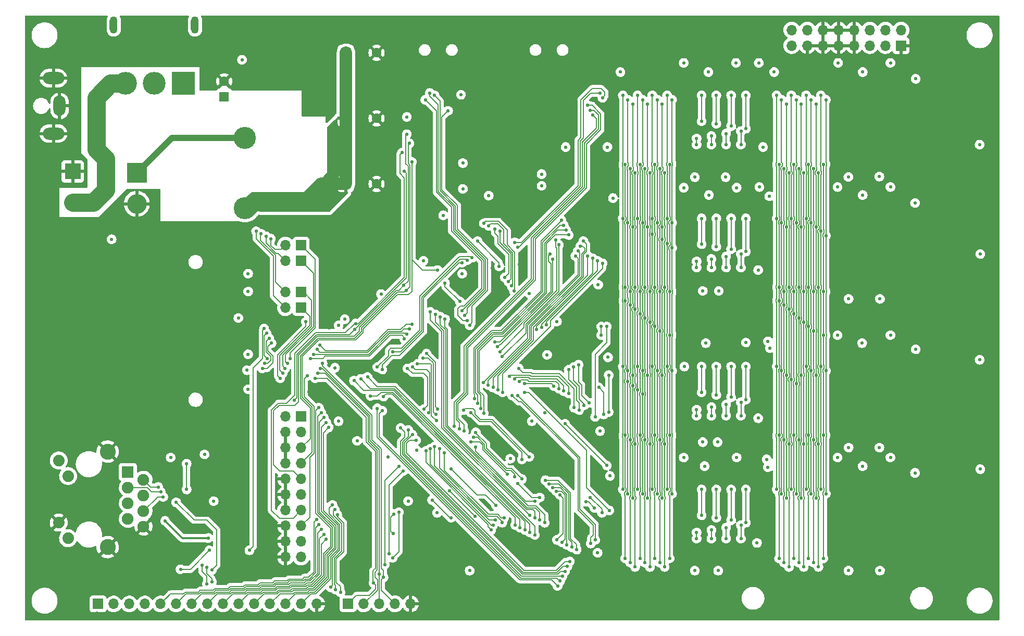
<source format=gbl>
%TF.GenerationSoftware,KiCad,Pcbnew,(6.0.11-0)*%
%TF.CreationDate,2023-09-15T21:26:50+02:00*%
%TF.ProjectId,marco-ram-board,6d617263-6f2d-4726-916d-2d626f617264,rev?*%
%TF.SameCoordinates,Original*%
%TF.FileFunction,Copper,L4,Bot*%
%TF.FilePolarity,Positive*%
%FSLAX46Y46*%
G04 Gerber Fmt 4.6, Leading zero omitted, Abs format (unit mm)*
G04 Created by KiCad (PCBNEW (6.0.11-0)) date 2023-09-15 21:26:50*
%MOMM*%
%LPD*%
G01*
G04 APERTURE LIST*
%TA.AperFunction,ComponentPad*%
%ADD10R,1.600000X1.600000*%
%TD*%
%TA.AperFunction,ComponentPad*%
%ADD11C,1.600000*%
%TD*%
%TA.AperFunction,ComponentPad*%
%ADD12R,1.700000X1.700000*%
%TD*%
%TA.AperFunction,ComponentPad*%
%ADD13O,1.700000X1.700000*%
%TD*%
%TA.AperFunction,ComponentPad*%
%ADD14R,2.000000X4.000000*%
%TD*%
%TA.AperFunction,ComponentPad*%
%ADD15O,2.000000X3.300000*%
%TD*%
%TA.AperFunction,ComponentPad*%
%ADD16O,3.500000X2.000000*%
%TD*%
%TA.AperFunction,ComponentPad*%
%ADD17O,1.270000X2.794000*%
%TD*%
%TA.AperFunction,ComponentPad*%
%ADD18R,3.708400X3.708400*%
%TD*%
%TA.AperFunction,ComponentPad*%
%ADD19C,3.708400*%
%TD*%
%TA.AperFunction,ComponentPad*%
%ADD20R,3.200000X3.200000*%
%TD*%
%TA.AperFunction,ComponentPad*%
%ADD21O,3.200000X3.200000*%
%TD*%
%TA.AperFunction,ComponentPad*%
%ADD22R,2.600000X2.600000*%
%TD*%
%TA.AperFunction,ComponentPad*%
%ADD23C,2.600000*%
%TD*%
%TA.AperFunction,ComponentPad*%
%ADD24C,3.600000*%
%TD*%
%TA.AperFunction,ComponentPad*%
%ADD25C,1.890000*%
%TD*%
%TA.AperFunction,ComponentPad*%
%ADD26R,1.900000X1.900000*%
%TD*%
%TA.AperFunction,ComponentPad*%
%ADD27C,1.900000*%
%TD*%
%TA.AperFunction,ViaPad*%
%ADD28C,0.550000*%
%TD*%
%TA.AperFunction,Conductor*%
%ADD29C,2.000000*%
%TD*%
%TA.AperFunction,Conductor*%
%ADD30C,3.000000*%
%TD*%
%TA.AperFunction,Conductor*%
%ADD31C,0.150000*%
%TD*%
%TA.AperFunction,Conductor*%
%ADD32C,0.300000*%
%TD*%
%TA.AperFunction,Conductor*%
%ADD33C,1.000000*%
%TD*%
G04 APERTURE END LIST*
D10*
X122969349Y-68194000D03*
D11*
X127969349Y-68194000D03*
D12*
X115720000Y-106040000D03*
D13*
X113180000Y-106040000D03*
X115720000Y-108580000D03*
X113180000Y-108580000D03*
X115720000Y-111120000D03*
X113180000Y-111120000D03*
X115720000Y-113660000D03*
X113180000Y-113660000D03*
X115720000Y-116200000D03*
X113180000Y-116200000D03*
X115720000Y-118740000D03*
X113180000Y-118740000D03*
X115720000Y-121280000D03*
X113180000Y-121280000D03*
X115720000Y-123820000D03*
X113180000Y-123820000D03*
X115720000Y-126360000D03*
X113180000Y-126360000D03*
X115720000Y-128900000D03*
X113180000Y-128900000D03*
D12*
X115695000Y-88321000D03*
D13*
X113155000Y-88321000D03*
D14*
X82446000Y-55494000D03*
D15*
X76446000Y-55494000D03*
D16*
X75446000Y-59994000D03*
X75446000Y-50994000D03*
D12*
X115695000Y-80701000D03*
D13*
X113155000Y-80701000D03*
D17*
X98446500Y-42328000D03*
X85238500Y-42328000D03*
D18*
X96541500Y-51853000D03*
D19*
X91842500Y-51853000D03*
X87143500Y-51853000D03*
D12*
X115695000Y-85781000D03*
D13*
X113155000Y-85781000D03*
D12*
X115695000Y-78161000D03*
D13*
X113155000Y-78161000D03*
D10*
X122969349Y-57526000D03*
D11*
X127969349Y-57526000D03*
D12*
X123340000Y-136495000D03*
D13*
X125880000Y-136495000D03*
X128420000Y-136495000D03*
X130960000Y-136495000D03*
X133500000Y-136495000D03*
D10*
X122969349Y-46858000D03*
D11*
X127969349Y-46858000D03*
D20*
X89000000Y-66360000D03*
D21*
X89000000Y-71440000D03*
D12*
X82700000Y-136520000D03*
D13*
X85240000Y-136520000D03*
X87780000Y-136520000D03*
X90320000Y-136520000D03*
X92860000Y-136520000D03*
X95400000Y-136520000D03*
X97940000Y-136520000D03*
X100480000Y-136520000D03*
X103020000Y-136520000D03*
X105560000Y-136520000D03*
X108100000Y-136520000D03*
X110640000Y-136520000D03*
X113180000Y-136520000D03*
X115720000Y-136520000D03*
X118260000Y-136520000D03*
D12*
X213235000Y-45692857D03*
D13*
X213235000Y-43152857D03*
X210695000Y-45692857D03*
X210695000Y-43152857D03*
X208155000Y-45692857D03*
X208155000Y-43152857D03*
X205615000Y-45692857D03*
X205615000Y-43152857D03*
X203075000Y-45692857D03*
X203075000Y-43152857D03*
X200535000Y-45692857D03*
X200535000Y-43152857D03*
X197995000Y-45692857D03*
X197995000Y-43152857D03*
X195455000Y-45692857D03*
X195455000Y-43152857D03*
D22*
X78585000Y-66157000D03*
D23*
X78585000Y-71237000D03*
D24*
X106576000Y-60701000D03*
X106576000Y-72141000D03*
D23*
X84256000Y-111727000D03*
X84256000Y-127277000D03*
D25*
X77826000Y-125827000D03*
X76306000Y-123287000D03*
X77826000Y-115717000D03*
X76306000Y-113177000D03*
D26*
X87546000Y-115057000D03*
D27*
X90086000Y-116327000D03*
X87546000Y-117597000D03*
X90086000Y-118867000D03*
X87546000Y-120137000D03*
X90086000Y-121407000D03*
X87546000Y-122677000D03*
X90086000Y-123947000D03*
D10*
X103200000Y-54000000D03*
D11*
X103200000Y-51500000D03*
D28*
X180000000Y-48052500D03*
X163500000Y-117052500D03*
X123000000Y-120052500D03*
X72000000Y-75052500D03*
X72000000Y-120052500D03*
X152500000Y-130000000D03*
X165000000Y-88552500D03*
X82500000Y-129052500D03*
X192000000Y-126052500D03*
X87000000Y-126052500D03*
X223500000Y-67552500D03*
X177000000Y-120052500D03*
X204000000Y-57052500D03*
X220500000Y-46552500D03*
X148500000Y-66052500D03*
X228000000Y-84052500D03*
X211500000Y-61552500D03*
X118700000Y-51400000D03*
X184500000Y-48052500D03*
X207000000Y-73552500D03*
X211500000Y-78052500D03*
X145500000Y-42052500D03*
X165000000Y-55552500D03*
X202500000Y-73552500D03*
X178500000Y-138052500D03*
X192000000Y-48052500D03*
X129000000Y-61552500D03*
X202500000Y-126052500D03*
X72000000Y-51052500D03*
X129000000Y-79552500D03*
X106500000Y-114052500D03*
X217500000Y-49552500D03*
X109500000Y-102052500D03*
X97500000Y-100552500D03*
X225000000Y-132052500D03*
X165000000Y-136552500D03*
X81000000Y-121552500D03*
X108000000Y-91552500D03*
X205500000Y-112552500D03*
X228000000Y-58552500D03*
X217500000Y-54052500D03*
X186000000Y-67552500D03*
X220500000Y-91552500D03*
X205500000Y-135052500D03*
X96000000Y-138052500D03*
X157500000Y-52552500D03*
X222000000Y-70552500D03*
X126200000Y-64552500D03*
X174000000Y-138052500D03*
X79500000Y-132052500D03*
X207000000Y-130552500D03*
X181200000Y-92300000D03*
X166500000Y-52552500D03*
X123000000Y-84052500D03*
X156000000Y-45052500D03*
X126000000Y-78052500D03*
X223500000Y-61552500D03*
X214500000Y-63052500D03*
X204000000Y-76552500D03*
X207000000Y-54052500D03*
X72000000Y-57052500D03*
X111000000Y-88552500D03*
X143100000Y-82000000D03*
X186000000Y-135052500D03*
X157500000Y-67552500D03*
X72000000Y-70552500D03*
X177000000Y-135052500D03*
X135000000Y-94552500D03*
X154500000Y-42052500D03*
X226500000Y-99052500D03*
X181500000Y-135052500D03*
X189000000Y-66052500D03*
X177000000Y-111052500D03*
X72000000Y-129052500D03*
X198000000Y-138052500D03*
X126200000Y-60052500D03*
X82500000Y-78052500D03*
X220500000Y-138052500D03*
X189100000Y-87600000D03*
X84000000Y-118552500D03*
X94500000Y-115552500D03*
X91500000Y-138052500D03*
X226500000Y-51052500D03*
X72000000Y-111052500D03*
X102300000Y-118400000D03*
X78000000Y-45052500D03*
X90000000Y-111052500D03*
X156000000Y-136552500D03*
X90000000Y-48052500D03*
X138000000Y-130552500D03*
X172500000Y-135052500D03*
X216000000Y-67552500D03*
X120000000Y-81052500D03*
X228000000Y-66052500D03*
X109500000Y-81052500D03*
X151100000Y-75500000D03*
X141000000Y-55552500D03*
X137100000Y-81100000D03*
X186000000Y-42052500D03*
X117000000Y-102052500D03*
X79500000Y-127552500D03*
X228000000Y-130552500D03*
X208500000Y-114052500D03*
X211500000Y-105052500D03*
X210000000Y-88552500D03*
X96000000Y-78052500D03*
X89500000Y-129400000D03*
X216000000Y-109552500D03*
X84000000Y-106552500D03*
X75000000Y-117052500D03*
X228000000Y-96052500D03*
X93000000Y-129052500D03*
X108000000Y-87052500D03*
X189000000Y-85552500D03*
X91500000Y-133552500D03*
X96000000Y-42052500D03*
X126000000Y-118552500D03*
X118500000Y-138052500D03*
X75000000Y-121552500D03*
X205500000Y-88552500D03*
X217500000Y-99052500D03*
X121500000Y-112552500D03*
X202500000Y-99052500D03*
X184500000Y-120052500D03*
X145600000Y-119900000D03*
X188000000Y-129400000D03*
X84000000Y-123052500D03*
X120000000Y-85552500D03*
X107100000Y-126300000D03*
X226500000Y-63052500D03*
X193500000Y-138052500D03*
X120300000Y-91600000D03*
X214500000Y-102052500D03*
X189000000Y-109552500D03*
X93400000Y-132000000D03*
X121500000Y-108052500D03*
X84000000Y-45052500D03*
X216000000Y-91552500D03*
X207000000Y-126052500D03*
X163500000Y-75052500D03*
X202500000Y-111052500D03*
X213400000Y-129200000D03*
X213000000Y-85552500D03*
X105000000Y-138052500D03*
X109500000Y-124552500D03*
X87000000Y-108052500D03*
X111000000Y-127552500D03*
X150400000Y-60000000D03*
X226500000Y-117052500D03*
X217500000Y-70552500D03*
X88500000Y-45052500D03*
X148500000Y-54052500D03*
X219000000Y-120052500D03*
X105000000Y-105052500D03*
X217500000Y-103552500D03*
X192000000Y-42052500D03*
X181500000Y-130552500D03*
X177000000Y-57052500D03*
X208500000Y-49552500D03*
X136500000Y-136552500D03*
X162000000Y-138052500D03*
X103500000Y-76552500D03*
X202500000Y-138052500D03*
X217500000Y-85552500D03*
X211500000Y-124552500D03*
X106500000Y-52552500D03*
X223500000Y-45052500D03*
X166500000Y-130552500D03*
X151200000Y-81300000D03*
X72000000Y-79552500D03*
X226500000Y-127552500D03*
X126200000Y-46552500D03*
X192000000Y-135052500D03*
X156800000Y-92400000D03*
X147000000Y-45052500D03*
X223500000Y-57052500D03*
X192000000Y-57052500D03*
X97500000Y-91552500D03*
X169500000Y-138052500D03*
X228000000Y-112552500D03*
X202500000Y-54052500D03*
X127500000Y-72052500D03*
X75000000Y-126052500D03*
X78000000Y-106552500D03*
X190500000Y-97552500D03*
X85500000Y-79552500D03*
X196500000Y-135052500D03*
X139500000Y-138052500D03*
X160500000Y-94552500D03*
X142500000Y-46552500D03*
X100500000Y-138052500D03*
X147000000Y-138052500D03*
X87000000Y-112552500D03*
X151300000Y-87700000D03*
X77000000Y-74200000D03*
X102000000Y-108052500D03*
X187500000Y-138052500D03*
X138000000Y-45052500D03*
X105000000Y-49552500D03*
X222000000Y-133552500D03*
X99000000Y-79552500D03*
X220500000Y-100552500D03*
X126200000Y-51052500D03*
X189000000Y-120052500D03*
X178500000Y-73552500D03*
X202500000Y-61552500D03*
X124300000Y-89200000D03*
X185700000Y-87500000D03*
X103500000Y-97552500D03*
X120000000Y-42052500D03*
X91500000Y-114052500D03*
X177000000Y-67552500D03*
X135000000Y-133552500D03*
X222000000Y-105052500D03*
X72000000Y-106552500D03*
X186000000Y-111052500D03*
X150700000Y-113900000D03*
X133500000Y-138052500D03*
X75000000Y-67552500D03*
X156000000Y-70552500D03*
X93000000Y-45052500D03*
X217500000Y-112552500D03*
X219000000Y-78052500D03*
X225000000Y-124552500D03*
X102000000Y-103552500D03*
X214500000Y-121552500D03*
X141000000Y-100552500D03*
X211500000Y-54052500D03*
X130500000Y-133552500D03*
X87000000Y-133552500D03*
X121500000Y-136552500D03*
X207000000Y-61552500D03*
X202500000Y-91552500D03*
X220500000Y-84052500D03*
X186900000Y-92200000D03*
X139500000Y-58552500D03*
X132000000Y-130552500D03*
X136500000Y-42052500D03*
X118500000Y-55552500D03*
X168000000Y-135052500D03*
X189000000Y-75052500D03*
X100500000Y-51052500D03*
X161100000Y-130600000D03*
X214500000Y-57052500D03*
X228000000Y-78052500D03*
X129000000Y-138052500D03*
X114000000Y-138052500D03*
X211500000Y-138052500D03*
X109500000Y-115552500D03*
X79500000Y-52552500D03*
X157000000Y-111800000D03*
X148500000Y-124552500D03*
X220500000Y-109552500D03*
X181500000Y-66052500D03*
X94500000Y-48052500D03*
X154500000Y-61552500D03*
X72000000Y-138052500D03*
X103500000Y-90052500D03*
X75000000Y-48052500D03*
X106500000Y-42052500D03*
X183000000Y-94100000D03*
X207000000Y-66052500D03*
X228000000Y-73552500D03*
X226500000Y-105052500D03*
X121500000Y-117052500D03*
X78600000Y-61800000D03*
X176500000Y-131200000D03*
X195000000Y-49552500D03*
X213000000Y-48052500D03*
X141000000Y-67552500D03*
X178500000Y-126052500D03*
X144000000Y-64552500D03*
X72000000Y-46552500D03*
X72000000Y-124552500D03*
X192000000Y-67552500D03*
X226500000Y-88552500D03*
X72000000Y-66052500D03*
X84000000Y-114052500D03*
X99000000Y-48052500D03*
X225000000Y-48052500D03*
X217500000Y-117052500D03*
X216000000Y-82552500D03*
X129000000Y-43552500D03*
X132000000Y-100552500D03*
X156000000Y-64552500D03*
X163500000Y-42052500D03*
X75000000Y-72052500D03*
X162800000Y-108800000D03*
X78000000Y-111052500D03*
X81000000Y-74400000D03*
X99000000Y-109552500D03*
X126200000Y-55552500D03*
X201000000Y-49552500D03*
X135000000Y-129052500D03*
X87000000Y-138052500D03*
X153500000Y-109000000D03*
X72000000Y-133552500D03*
X85500000Y-48052500D03*
X133500000Y-58552500D03*
X157500000Y-105052500D03*
X114000000Y-90052500D03*
X220500000Y-126052500D03*
X91500000Y-126052500D03*
X81000000Y-117052500D03*
X109500000Y-106552500D03*
X82500000Y-138052500D03*
X96000000Y-106552500D03*
X81000000Y-42052500D03*
X129900000Y-84700000D03*
X76500000Y-42052500D03*
X126000000Y-42052500D03*
X214500000Y-126052500D03*
X130500000Y-57052500D03*
X90000000Y-106552500D03*
X141000000Y-94552500D03*
X97500000Y-96052500D03*
X97800000Y-119300000D03*
X97500000Y-45052500D03*
X202500000Y-118552500D03*
X76500000Y-133552500D03*
X174000000Y-42052500D03*
X160500000Y-51052500D03*
X217500000Y-123052500D03*
X129000000Y-66052500D03*
X78000000Y-49552500D03*
X105000000Y-79552500D03*
X129000000Y-54052500D03*
X87000000Y-42052500D03*
X160500000Y-46552500D03*
X78000000Y-123052500D03*
X207000000Y-138052500D03*
X91500000Y-78052500D03*
X97500000Y-82552500D03*
X150000000Y-136552500D03*
X109500000Y-138052500D03*
X213000000Y-70552500D03*
X156000000Y-94552500D03*
X107400000Y-78000000D03*
X228000000Y-46552500D03*
X214500000Y-88552500D03*
X179300000Y-98700000D03*
X180000000Y-42052500D03*
X219000000Y-106552500D03*
X226500000Y-70552500D03*
X226500000Y-55552500D03*
X213000000Y-66052500D03*
X181600000Y-87500000D03*
X177000000Y-43552500D03*
X126000000Y-82552500D03*
X75000000Y-130552500D03*
X75000000Y-63052500D03*
X130500000Y-46552500D03*
X168000000Y-48052500D03*
X150000000Y-46552500D03*
X178500000Y-54052500D03*
X216000000Y-46552500D03*
X153000000Y-138052500D03*
X82500000Y-133552500D03*
X216000000Y-76552500D03*
X166500000Y-94552500D03*
X141000000Y-63052500D03*
X219000000Y-57052500D03*
X96000000Y-133552500D03*
X142500000Y-70552500D03*
X81000000Y-46552500D03*
X217500000Y-132052500D03*
X216000000Y-60052500D03*
X217500000Y-64552500D03*
X211500000Y-91552500D03*
X72000000Y-61552500D03*
X171000000Y-43552500D03*
X211500000Y-99052500D03*
X202500000Y-87052500D03*
X108300000Y-51300000D03*
X99000000Y-105052500D03*
X213000000Y-94552500D03*
X222000000Y-42052500D03*
X109500000Y-120052500D03*
X123000000Y-79552500D03*
X86400000Y-70800000D03*
X78000000Y-118552500D03*
X207000000Y-109552500D03*
X192000000Y-111052500D03*
X166500000Y-73552500D03*
X201500000Y-131200000D03*
X189000000Y-43552500D03*
X174000000Y-48052500D03*
X132000000Y-51052500D03*
X159000000Y-91552500D03*
X226500000Y-109552500D03*
X123000000Y-43552500D03*
X72000000Y-115552500D03*
X124500000Y-138052500D03*
X228000000Y-102052500D03*
X103500000Y-46552500D03*
X79500000Y-136552500D03*
X184500000Y-75052500D03*
X183000000Y-138052500D03*
X211500000Y-111052500D03*
X109500000Y-111052500D03*
X97500000Y-87052500D03*
X226500000Y-81052500D03*
X153700000Y-107900000D03*
X142000000Y-56900000D03*
X214500000Y-106552500D03*
X166500000Y-118552500D03*
X207000000Y-85552500D03*
X146800000Y-81900000D03*
X189000000Y-55552500D03*
X220500000Y-66052500D03*
X124500000Y-126052500D03*
X219000000Y-73552500D03*
X228000000Y-120052500D03*
X145500000Y-130552500D03*
X183000000Y-43552500D03*
X129000000Y-49552500D03*
X213000000Y-114052500D03*
X145500000Y-48052500D03*
X84600000Y-72400000D03*
X198000000Y-48052500D03*
X108000000Y-129052500D03*
X217500000Y-94552500D03*
X207000000Y-99052500D03*
X150000000Y-73552500D03*
X92000000Y-72000000D03*
X148500000Y-49552500D03*
X168000000Y-42052500D03*
X141000000Y-51052500D03*
X211500000Y-118552500D03*
X207000000Y-91552500D03*
X78000000Y-58552500D03*
X205500000Y-48052500D03*
X75000000Y-76552500D03*
X210000000Y-135052500D03*
X106500000Y-123052500D03*
X171000000Y-49552500D03*
X211500000Y-73552500D03*
X220500000Y-130552500D03*
X91500000Y-42052500D03*
X208500000Y-94552500D03*
X214500000Y-79552500D03*
X207000000Y-118552500D03*
X219000000Y-43552500D03*
X126100000Y-120800000D03*
X76500000Y-138052500D03*
X165000000Y-67552500D03*
X222000000Y-54052500D03*
X81000000Y-108052500D03*
X162000000Y-72052500D03*
X147300000Y-59200000D03*
X130500000Y-69052500D03*
X148800000Y-68500000D03*
X228000000Y-91552500D03*
X182900000Y-114100000D03*
X201000000Y-135052500D03*
X216000000Y-42052500D03*
X184500000Y-55552500D03*
X208500000Y-69052500D03*
X165000000Y-45052500D03*
X79500000Y-76552500D03*
X219000000Y-88552500D03*
X106100000Y-48000000D03*
X107100000Y-82800000D03*
X157300000Y-90600000D03*
X209700000Y-111100000D03*
X209800000Y-86900000D03*
X204700000Y-131100000D03*
X137800000Y-121700000D03*
X182000000Y-70000000D03*
X202900000Y-68700000D03*
X101500000Y-119800000D03*
X165500000Y-62200000D03*
X94500000Y-112700000D03*
X206900000Y-94100000D03*
X211500000Y-112700000D03*
X191600000Y-114300000D03*
X204700000Y-111100000D03*
X177900000Y-48500000D03*
X186500000Y-112700000D03*
X202900000Y-112700000D03*
X122800000Y-90200000D03*
X184700000Y-67100000D03*
X107100000Y-101600000D03*
X226100000Y-79600000D03*
X142000000Y-69000000D03*
X154800000Y-68500000D03*
X134500000Y-111500000D03*
X211500000Y-68700000D03*
X209800000Y-131100000D03*
X190200000Y-68700000D03*
X188000000Y-94000000D03*
X124800000Y-110000000D03*
X155300000Y-105400000D03*
X155700000Y-96000000D03*
X177900000Y-68800000D03*
X165600000Y-96400000D03*
X181000000Y-85600000D03*
X154800000Y-66600000D03*
X166400000Y-70500000D03*
X190000000Y-82200000D03*
X135600000Y-80700000D03*
X191800000Y-70200000D03*
X202900000Y-92800000D03*
X107100000Y-85700000D03*
X128700000Y-86100000D03*
X190000000Y-106300000D03*
X204700000Y-86900000D03*
X215600000Y-51100000D03*
X133100000Y-119800000D03*
X181000000Y-110200000D03*
X165900000Y-115700000D03*
X121800000Y-91200000D03*
X163900000Y-128200000D03*
X207000000Y-70000000D03*
X158700000Y-62200000D03*
X183400000Y-110200000D03*
X209700000Y-67000000D03*
X181900000Y-50000000D03*
X177900000Y-112700000D03*
X215500000Y-71300000D03*
X211500000Y-92800000D03*
X181500000Y-94100000D03*
X132900000Y-57300000D03*
X203000000Y-48500000D03*
X178000000Y-97900000D03*
X226000000Y-61800000D03*
X192600000Y-50000000D03*
X153200000Y-106800000D03*
X152800000Y-86000000D03*
X84900000Y-77200000D03*
X211500000Y-48500000D03*
X141700000Y-53700000D03*
X191900000Y-94900000D03*
X189800000Y-126600000D03*
X215500000Y-115200000D03*
X164000000Y-84600000D03*
X121800000Y-106800000D03*
X121200000Y-98100000D03*
X143100000Y-131100000D03*
X105500000Y-90000000D03*
X141900000Y-82800000D03*
X107100000Y-95900000D03*
X179700000Y-131100000D03*
X149700000Y-112900000D03*
X207000000Y-50000000D03*
X181300000Y-114100000D03*
X215600000Y-95100000D03*
X204662500Y-67062500D03*
X142000000Y-64800000D03*
X138800000Y-73300000D03*
X106900000Y-98500000D03*
X186500000Y-68800000D03*
X186400000Y-48500000D03*
X226000000Y-96800000D03*
X167600000Y-50000000D03*
X129800000Y-112600000D03*
X100000000Y-112200000D03*
X146200000Y-70100000D03*
X164300000Y-108400000D03*
X183500000Y-131100000D03*
X183600000Y-85600000D03*
X191600000Y-93800000D03*
X190100000Y-48500000D03*
X191400000Y-113000000D03*
X207000000Y-114100000D03*
X179700000Y-67100000D03*
X226100000Y-114600000D03*
X190800000Y-62200000D03*
X112700000Y-99000000D03*
X129300000Y-130100000D03*
X131600000Y-114100000D03*
X118000000Y-99800000D03*
X127500000Y-133100000D03*
X93600000Y-123000000D03*
X100600000Y-125800000D03*
X128100000Y-104700000D03*
X157400000Y-133600000D03*
X128900000Y-105100000D03*
X157800000Y-132800000D03*
X108400000Y-75900000D03*
X118400000Y-99000000D03*
X113100000Y-98200000D03*
X109200000Y-76300000D03*
X113500000Y-97400000D03*
X150900000Y-102600000D03*
X118800000Y-98200000D03*
X163500000Y-126100000D03*
X128400000Y-131700000D03*
X110000000Y-76700000D03*
X162800000Y-126700000D03*
X119200000Y-97400000D03*
X150000000Y-102600000D03*
X113900000Y-96600000D03*
X129100000Y-132200000D03*
X110800000Y-77100000D03*
X132500000Y-66100000D03*
X124400000Y-91900000D03*
X114600000Y-103400000D03*
X132800000Y-85500000D03*
X133300000Y-61600000D03*
X141500000Y-87300000D03*
X137900000Y-82200000D03*
X133700000Y-64600000D03*
X139100000Y-84300000D03*
X132400000Y-84700000D03*
X132900000Y-60100000D03*
X132100000Y-63100000D03*
X124600000Y-90900000D03*
X112300000Y-99800000D03*
X116700000Y-99400000D03*
X116500000Y-90600000D03*
X120800000Y-120400000D03*
X120500000Y-133800000D03*
X121200000Y-121200000D03*
X121300000Y-134200000D03*
X150900000Y-116900000D03*
X121600000Y-122000000D03*
X122100000Y-134600000D03*
X154500000Y-119200000D03*
X136100000Y-95800000D03*
X148700000Y-122500000D03*
X139000000Y-111900000D03*
X137900000Y-104800000D03*
X118200000Y-122800000D03*
X138200000Y-111300000D03*
X137600000Y-105700000D03*
X135500000Y-96500000D03*
X148400000Y-123300000D03*
X118600000Y-123600000D03*
X137700000Y-106700000D03*
X147300000Y-122900000D03*
X134600000Y-97500000D03*
X119000000Y-124400000D03*
X137400000Y-110900000D03*
X136700000Y-111300000D03*
X146900000Y-123700000D03*
X136400500Y-105400000D03*
X133800000Y-98000000D03*
X119400000Y-125200000D03*
X133000000Y-98200000D03*
X119800000Y-126000000D03*
X136000000Y-111600000D03*
X146600000Y-124500000D03*
X135700000Y-104800000D03*
X118600000Y-104600000D03*
X119000000Y-105400000D03*
X119400000Y-106200000D03*
X119800000Y-107000000D03*
X120200000Y-107800000D03*
X137400000Y-53800000D03*
X142300000Y-89600000D03*
X141900000Y-88800000D03*
X136600000Y-53400000D03*
X117687868Y-95900000D03*
X132900000Y-92600000D03*
X118287868Y-95100000D03*
X133300000Y-91800000D03*
X149400000Y-84100000D03*
X148000000Y-75900000D03*
X148800000Y-83400000D03*
X147200000Y-75500000D03*
X117187868Y-96600000D03*
X132500000Y-93400000D03*
X141400000Y-108000000D03*
X162700000Y-56200000D03*
X164700000Y-54200000D03*
X150400000Y-77700000D03*
X162300000Y-55400000D03*
X142200000Y-108400000D03*
X164300000Y-53400000D03*
X150900000Y-78500000D03*
X163100000Y-57000000D03*
X140600000Y-107600000D03*
X97100000Y-113700000D03*
X97100000Y-117900000D03*
X92500000Y-117500000D03*
X92900000Y-118300000D03*
X93300000Y-119100000D03*
X142700000Y-90400000D03*
X135900000Y-54500000D03*
X107300000Y-127800000D03*
X147900000Y-81600000D03*
X144400000Y-77500000D03*
X96100000Y-130887500D03*
X109700000Y-91700000D03*
X100800000Y-127800000D03*
X110100000Y-92500000D03*
X110200000Y-96600000D03*
X109800000Y-97400000D03*
X110500000Y-93300000D03*
X109400000Y-98200000D03*
X110900000Y-94100000D03*
X158100000Y-126500000D03*
X157200000Y-118200000D03*
X156600000Y-117600000D03*
X158900000Y-126900000D03*
X157300000Y-126100000D03*
X157800000Y-118800000D03*
X130700000Y-125100000D03*
X130800000Y-121900000D03*
X133700000Y-91000000D03*
X118787868Y-94400000D03*
X131900000Y-107900000D03*
X158200000Y-132000000D03*
X133100000Y-108200000D03*
X158600000Y-131200000D03*
X160500000Y-127700000D03*
X155400000Y-116400000D03*
X133800000Y-109000000D03*
X159000000Y-130400000D03*
X159400000Y-129600000D03*
X134400000Y-109900000D03*
X139600000Y-56300000D03*
X143100000Y-91200000D03*
X184800000Y-124100000D03*
X184800000Y-125900000D03*
X127000000Y-102700000D03*
X151300000Y-124100000D03*
X187200000Y-123700000D03*
X187200000Y-125900000D03*
X129100000Y-102800000D03*
X150500000Y-123700000D03*
X159200000Y-102300000D03*
X170400000Y-73800000D03*
X170400000Y-97900000D03*
X195400000Y-117900000D03*
X195400000Y-53800000D03*
X195400000Y-73800000D03*
X149600000Y-99500000D03*
X170400000Y-53800000D03*
X170400000Y-117900000D03*
X195400000Y-100000000D03*
X170400000Y-101700000D03*
X169600000Y-119300000D03*
X194600000Y-119300000D03*
X169600000Y-99300000D03*
X169600000Y-55200000D03*
X158400000Y-101900000D03*
X169600000Y-101000000D03*
X194600000Y-75200000D03*
X194600000Y-55200000D03*
X169600000Y-75200000D03*
X194600000Y-99300000D03*
X150400000Y-99900000D03*
X193800000Y-98600000D03*
X193800000Y-74500000D03*
X151200000Y-100300000D03*
X157600000Y-101500000D03*
X168800000Y-98600000D03*
X168800000Y-100300000D03*
X193800000Y-118600000D03*
X168800000Y-118600000D03*
X193800000Y-54500000D03*
X168800000Y-74500000D03*
X168800000Y-54500000D03*
X168000000Y-53800000D03*
X168000000Y-73800000D03*
X193000000Y-97900000D03*
X193000000Y-73800000D03*
X193000000Y-53800000D03*
X152000000Y-100700000D03*
X168000000Y-117900000D03*
X168000000Y-97900000D03*
X193000000Y-117900000D03*
X156800000Y-101100000D03*
X168400000Y-109100000D03*
X193396800Y-64996800D03*
X152800000Y-112600000D03*
X193400000Y-87200000D03*
X193400000Y-129100000D03*
X168400000Y-129100000D03*
X142100000Y-105000000D03*
X168400000Y-85000000D03*
X168396800Y-64996800D03*
X168400000Y-87200000D03*
X193400000Y-85000000D03*
X193400000Y-109100000D03*
X151600000Y-113000000D03*
X169200000Y-85700000D03*
X169200000Y-65700000D03*
X169200000Y-129800000D03*
X194200000Y-129800000D03*
X169200000Y-87900000D03*
X194200000Y-87900000D03*
X194200000Y-85700000D03*
X143300000Y-105400000D03*
X169200000Y-109800000D03*
X194200000Y-109800000D03*
X194200000Y-65700000D03*
X176000000Y-74500000D03*
X201000000Y-54500000D03*
X201000000Y-98600000D03*
X176000000Y-118600000D03*
X140100000Y-114600000D03*
X162000000Y-119900000D03*
X163400000Y-120900000D03*
X201000000Y-118600000D03*
X176000000Y-54500000D03*
X176000000Y-78600000D03*
X201000000Y-76600000D03*
X147400000Y-120500500D03*
X176000000Y-98600000D03*
X130000000Y-128400000D03*
X132300000Y-114900000D03*
X101200000Y-132900000D03*
X100400000Y-130600000D03*
X131603200Y-121603200D03*
X99600000Y-130200000D03*
X100400000Y-133300000D03*
X130600000Y-129000000D03*
X174800000Y-66400000D03*
X144000000Y-122300000D03*
X174800000Y-85000000D03*
X174800000Y-130500000D03*
X174800000Y-110500000D03*
X139800000Y-118100000D03*
X173600000Y-74500000D03*
X173600000Y-54500000D03*
X173600000Y-98600000D03*
X137000000Y-119600000D03*
X173600000Y-118600000D03*
X140100000Y-122500000D03*
X156000000Y-117000000D03*
X95400000Y-120000000D03*
X159700000Y-127300000D03*
X101200000Y-131000000D03*
X153700000Y-119800000D03*
X174400000Y-99300000D03*
X199400000Y-99300000D03*
X199400000Y-119300000D03*
X199400000Y-55200000D03*
X174400000Y-77200000D03*
X174400000Y-119300000D03*
X164600000Y-121700000D03*
X174400000Y-55200000D03*
X199400000Y-75200000D03*
X174400000Y-75200000D03*
X144100000Y-111000000D03*
X162700000Y-119200000D03*
X195000000Y-85000000D03*
X170000000Y-66400000D03*
X170000000Y-110500000D03*
X195000000Y-66400000D03*
X170000000Y-88600000D03*
X170000000Y-85000000D03*
X195000000Y-110500000D03*
X195000000Y-88600000D03*
X195000000Y-130500000D03*
X170000000Y-130500000D03*
X195800000Y-129100000D03*
X195800000Y-89300000D03*
X170800000Y-109100000D03*
X195800000Y-65000000D03*
X170800000Y-129100000D03*
X195800000Y-85700000D03*
X195800000Y-109100000D03*
X170800000Y-85700000D03*
X170800000Y-89300000D03*
X143300000Y-110200000D03*
X149200000Y-115400000D03*
X170800000Y-65000000D03*
X171600000Y-129800000D03*
X196600000Y-65700000D03*
X171600000Y-109800000D03*
X150400000Y-115800000D03*
X171600000Y-65700000D03*
X196600000Y-129800000D03*
X171600000Y-90000000D03*
X171600000Y-85000000D03*
X196600000Y-109800000D03*
X196600000Y-85000000D03*
X196600000Y-90000000D03*
X143700000Y-109400000D03*
X197400000Y-130500000D03*
X144100000Y-108600000D03*
X197400000Y-66400000D03*
X197400000Y-90700000D03*
X172400000Y-110500000D03*
X172400000Y-85700000D03*
X172400000Y-130500000D03*
X197400000Y-85700000D03*
X172400000Y-66400000D03*
X197400000Y-110500000D03*
X151600000Y-116200000D03*
X172400000Y-90700000D03*
X171200000Y-98600000D03*
X164900000Y-105700000D03*
X171200000Y-74500000D03*
X196200000Y-74500000D03*
X164100000Y-101300000D03*
X171200000Y-54500000D03*
X171200000Y-118600000D03*
X196200000Y-54500000D03*
X196200000Y-100700000D03*
X196200000Y-118600000D03*
X171200000Y-102400000D03*
X173200000Y-129100000D03*
X198200000Y-65000000D03*
X198200000Y-109100000D03*
X198200000Y-85000000D03*
X173200000Y-85000000D03*
X163500000Y-106100000D03*
X198200000Y-129100000D03*
X165400000Y-91400000D03*
X198200000Y-91400000D03*
X173200000Y-109100000D03*
X173200000Y-91400000D03*
X173200000Y-65000000D03*
X180000000Y-61800000D03*
X159200000Y-76500000D03*
X145400000Y-105500000D03*
X180000000Y-60800000D03*
X182400000Y-61800000D03*
X144900000Y-104700000D03*
X182400000Y-60400000D03*
X158800000Y-75700000D03*
X144400500Y-103900000D03*
X158400000Y-74900000D03*
X184800000Y-60000000D03*
X184800000Y-61800000D03*
X143901000Y-103100000D03*
X158000000Y-74100000D03*
X187200000Y-61800000D03*
X187200000Y-59600000D03*
X160300000Y-79900000D03*
X188000000Y-79200000D03*
X188000000Y-73800000D03*
X145300000Y-100500000D03*
X160700000Y-79100000D03*
X185600000Y-78800000D03*
X185600000Y-73800000D03*
X146100000Y-100900000D03*
X161100000Y-78300000D03*
X183200000Y-73800000D03*
X183200000Y-78400000D03*
X146900000Y-101300000D03*
X161600000Y-77500000D03*
X147700000Y-101700000D03*
X180800000Y-78000000D03*
X180800000Y-73800000D03*
X180000000Y-81800000D03*
X180000000Y-80800000D03*
X148500000Y-102100000D03*
X164700000Y-81100000D03*
X165800834Y-121300000D03*
X198600000Y-118600000D03*
X198600000Y-54500000D03*
X198600000Y-74500000D03*
X198600000Y-98600000D03*
X152000000Y-102100000D03*
X165400000Y-114000000D03*
X199800000Y-110500000D03*
X199800000Y-66400000D03*
X158600000Y-107200000D03*
X199800000Y-85000000D03*
X199800000Y-130500000D03*
X185600000Y-102900000D03*
X185600000Y-97900000D03*
X180800000Y-97900000D03*
X180800000Y-102100000D03*
X160900000Y-105000000D03*
X180000000Y-104900000D03*
X180000000Y-105900000D03*
X159200000Y-98400000D03*
X182400000Y-80400000D03*
X155600000Y-91100000D03*
X163900000Y-80700000D03*
X182400000Y-81800000D03*
X163100000Y-80300000D03*
X184800000Y-81800000D03*
X184800000Y-80000000D03*
X154800000Y-91500000D03*
X187200000Y-81800000D03*
X154000000Y-91900000D03*
X187200000Y-79600000D03*
X162300000Y-79900000D03*
X157600000Y-78100000D03*
X188000000Y-53800000D03*
X148400000Y-96300000D03*
X188000000Y-59200000D03*
X185600000Y-58800000D03*
X148000000Y-95500000D03*
X157100000Y-77300000D03*
X185600000Y-53800000D03*
X174000000Y-109800000D03*
X199000000Y-129800000D03*
X174000000Y-92100000D03*
X199000000Y-85700000D03*
X199000000Y-65700000D03*
X174000000Y-85700000D03*
X174000000Y-129800000D03*
X199000000Y-92100000D03*
X199000000Y-109800000D03*
X174000000Y-65700000D03*
X172800000Y-117900000D03*
X172800000Y-73800000D03*
X172800000Y-97900000D03*
X172800000Y-53800000D03*
X197800000Y-97900000D03*
X156600000Y-80400000D03*
X197800000Y-53800000D03*
X147600000Y-94700000D03*
X197800000Y-117900000D03*
X172800000Y-76400000D03*
X197800000Y-73800000D03*
X197000000Y-119300000D03*
X197000000Y-55200000D03*
X172000000Y-55200000D03*
X172000000Y-119300000D03*
X172000000Y-75200000D03*
X197000000Y-75200000D03*
X172000000Y-99300000D03*
X156200000Y-79600000D03*
X197000000Y-99300000D03*
X147200000Y-93900000D03*
X175600000Y-109100000D03*
X200600000Y-85700000D03*
X164500000Y-92800000D03*
X200600000Y-129100000D03*
X175600000Y-65000000D03*
X175600000Y-85700000D03*
X200600000Y-65000000D03*
X164500000Y-91400000D03*
X175600000Y-92800000D03*
X200600000Y-92800000D03*
X175600000Y-129100000D03*
X200600000Y-109100000D03*
X150300000Y-85600000D03*
X145400000Y-74600000D03*
X146200000Y-75000000D03*
X149900000Y-84800000D03*
X182400000Y-105900000D03*
X182400000Y-104500000D03*
X160100000Y-104600000D03*
X151100000Y-98200000D03*
X161700000Y-104200000D03*
X160000000Y-98000000D03*
X184800000Y-104100000D03*
X184800000Y-105900000D03*
X162500000Y-103800000D03*
X160800000Y-97600000D03*
X187200000Y-103700000D03*
X187200000Y-105900000D03*
X139100000Y-90200000D03*
X188000000Y-117900000D03*
X155300000Y-123300000D03*
X188000000Y-123300000D03*
X138300000Y-89800000D03*
X185600000Y-117900000D03*
X154500000Y-122900000D03*
X185600000Y-122900000D03*
X183200000Y-117900000D03*
X183200000Y-122500000D03*
X153700000Y-122500000D03*
X137500000Y-89400000D03*
X152900000Y-122100000D03*
X180800000Y-122100000D03*
X180800000Y-117900000D03*
X136700000Y-89000000D03*
X183200000Y-58400000D03*
X183200000Y-53800000D03*
X180800000Y-53800000D03*
X180800000Y-58000000D03*
X175200000Y-77900000D03*
X175200000Y-53800000D03*
X175200000Y-97900000D03*
X200200000Y-53800000D03*
X175200000Y-73800000D03*
X142700000Y-80600000D03*
X130600000Y-95500000D03*
X175200000Y-117900000D03*
X200200000Y-97900000D03*
X200200000Y-117900000D03*
X200200000Y-75900000D03*
X143500000Y-80200000D03*
X128100000Y-98000000D03*
X128900000Y-98400000D03*
X141900000Y-81000000D03*
X165700000Y-99300000D03*
X165700000Y-105300000D03*
X153700000Y-125300000D03*
X126500000Y-99600000D03*
X180000000Y-124900000D03*
X180000000Y-125900000D03*
X152900000Y-124900000D03*
X125400000Y-99900000D03*
X182400000Y-125900000D03*
X152100000Y-124500000D03*
X124300000Y-100200000D03*
X182400000Y-124500000D03*
X188000000Y-97900000D03*
X188000000Y-103300000D03*
X183200000Y-102500000D03*
X183200000Y-97900000D03*
D29*
X118906000Y-68194000D02*
X116000000Y-71100000D01*
X123000000Y-57534000D02*
X123000000Y-46866000D01*
X122969349Y-57526000D02*
X122969349Y-68194000D01*
D30*
X108000000Y-71100000D02*
X116000000Y-71100000D01*
D29*
X122969349Y-68194000D02*
X118906000Y-68194000D01*
D30*
X106959000Y-72141000D02*
X108000000Y-71100000D01*
X106576000Y-72141000D02*
X106959000Y-72141000D01*
D31*
X126783236Y-135167500D02*
X127820000Y-134130736D01*
X129300000Y-116400000D02*
X131600000Y-114100000D01*
X127820000Y-133420000D02*
X127500000Y-133100000D01*
X112700000Y-99000000D02*
X112200000Y-98500000D01*
X118000000Y-99800000D02*
X119927208Y-99800000D01*
X127800000Y-130700000D02*
X127800000Y-111672792D01*
X119927208Y-99800000D02*
X126300000Y-106172792D01*
X129300000Y-130100000D02*
X129300000Y-116400000D01*
X123340000Y-136495000D02*
X124667500Y-135167500D01*
X124667500Y-135167500D02*
X126783236Y-135167500D01*
X126300000Y-106172792D02*
X126300000Y-110172792D01*
X112200000Y-96127208D02*
X117100000Y-91227208D01*
X126300000Y-110172792D02*
X127800000Y-111672792D01*
X117100000Y-91227208D02*
X117100000Y-89726000D01*
X112200000Y-98500000D02*
X112200000Y-96127208D01*
X117100000Y-89726000D02*
X115695000Y-88321000D01*
X127400000Y-131100000D02*
X127400000Y-133000000D01*
X127800000Y-130700000D02*
X127400000Y-131100000D01*
X127400000Y-133000000D02*
X127500000Y-133100000D01*
X127820000Y-134130736D02*
X127820000Y-133420000D01*
D32*
X100600000Y-125800000D02*
X96400000Y-125800000D01*
X96400000Y-125800000D02*
X93600000Y-123000000D01*
D31*
X151300000Y-132600000D02*
X156400000Y-132600000D01*
X128100000Y-109400000D02*
X151300000Y-132600000D01*
X128100000Y-104700000D02*
X128100000Y-109400000D01*
X156400000Y-132600000D02*
X157400000Y-133600000D01*
X128412132Y-105587868D02*
X128900000Y-105100000D01*
X151424264Y-132300000D02*
X157300000Y-132300000D01*
X128412132Y-109287868D02*
X151424264Y-132300000D01*
X157300000Y-132300000D02*
X157800000Y-132800000D01*
X128412132Y-109287868D02*
X128412132Y-105587868D01*
D33*
X94699000Y-60701000D02*
X106576000Y-60701000D01*
X89040000Y-66360000D02*
X94699000Y-60701000D01*
D31*
X108400000Y-77100000D02*
X111227000Y-79927000D01*
X111227000Y-86393000D02*
X113155000Y-88321000D01*
X111227000Y-79927000D02*
X111227000Y-86393000D01*
X108400000Y-75900000D02*
X108400000Y-77100000D01*
X113100000Y-98200000D02*
X112700000Y-97800000D01*
X112700000Y-96051472D02*
X117400000Y-91351472D01*
X117400000Y-87100000D02*
X116081000Y-85781000D01*
X125880000Y-136495000D02*
X128120000Y-134255000D01*
X112700000Y-97800000D02*
X112700000Y-96051472D01*
X128100000Y-131000000D02*
X128100000Y-111548528D01*
X126600000Y-106048528D02*
X119551472Y-99000000D01*
X119551472Y-99000000D02*
X118400000Y-99000000D01*
X128120000Y-134255000D02*
X128120000Y-132620000D01*
X128120000Y-132620000D02*
X127700000Y-132200000D01*
X128100000Y-111548528D02*
X126600000Y-110048528D01*
X126600000Y-110048528D02*
X126600000Y-106048528D01*
X127700000Y-132200000D02*
X127700000Y-131400000D01*
X127700000Y-131400000D02*
X128100000Y-131000000D01*
X117400000Y-91351472D02*
X117400000Y-87100000D01*
X109200000Y-76300000D02*
X109100000Y-76400000D01*
X109100000Y-77375736D02*
X111527000Y-79802736D01*
X111527000Y-84153000D02*
X113155000Y-85781000D01*
X109100000Y-76400000D02*
X109100000Y-77375736D01*
X111527000Y-79802736D02*
X111527000Y-84153000D01*
X126900000Y-105924264D02*
X126900000Y-109924264D01*
X163500000Y-123600000D02*
X163500000Y-126100000D01*
X113200000Y-97100000D02*
X113200000Y-95975736D01*
X126900000Y-109924264D02*
X128400000Y-111424264D01*
X161000000Y-121100000D02*
X163500000Y-123600000D01*
X117700000Y-91475736D02*
X117700000Y-82706000D01*
X128400000Y-111424264D02*
X128400000Y-131700000D01*
X118800000Y-98200000D02*
X119175736Y-98200000D01*
X128420000Y-131720000D02*
X128420000Y-136495000D01*
X113500000Y-97400000D02*
X113200000Y-97100000D01*
X161000000Y-112700000D02*
X161000000Y-121100000D01*
X128400000Y-131700000D02*
X128420000Y-131720000D01*
X150900000Y-102600000D02*
X161000000Y-112700000D01*
X113200000Y-95975736D02*
X117700000Y-91475736D01*
X117700000Y-82706000D02*
X115695000Y-80701000D01*
X119175736Y-98200000D02*
X126900000Y-105924264D01*
X110000000Y-77851472D02*
X111671528Y-79523000D01*
X111671528Y-79523000D02*
X111977000Y-79523000D01*
X110000000Y-76700000D02*
X110000000Y-77851472D01*
X111977000Y-79523000D02*
X113155000Y-80701000D01*
X129100000Y-131100000D02*
X128700000Y-130700000D01*
X151537868Y-103662132D02*
X160700000Y-112824264D01*
X129100000Y-132200000D02*
X129100000Y-131100000D01*
X118000000Y-91600000D02*
X118000000Y-80466000D01*
X128700000Y-130700000D02*
X128700000Y-111300000D01*
X127200000Y-105800000D02*
X119200000Y-97800000D01*
X127200000Y-109800000D02*
X127200000Y-105800000D01*
X113900000Y-95700000D02*
X113900000Y-96600000D01*
X128720000Y-134255000D02*
X128720000Y-132580000D01*
X113900000Y-95700000D02*
X118000000Y-91600000D01*
X160700000Y-121224264D02*
X163200000Y-123724264D01*
X118000000Y-80466000D02*
X115695000Y-78161000D01*
X128720000Y-132580000D02*
X129100000Y-132200000D01*
X150000000Y-102600000D02*
X151062132Y-103662132D01*
X151062132Y-103662132D02*
X151537868Y-103662132D01*
X163200000Y-125300000D02*
X162800000Y-125700000D01*
X130960000Y-136495000D02*
X128720000Y-134255000D01*
X128700000Y-111300000D02*
X127200000Y-109800000D01*
X119200000Y-97800000D02*
X119200000Y-97400000D01*
X160700000Y-112824264D02*
X160700000Y-121224264D01*
X162800000Y-125700000D02*
X162800000Y-126700000D01*
X163200000Y-123724264D02*
X163200000Y-125300000D01*
X110800000Y-78227208D02*
X111436396Y-78863604D01*
X112452396Y-78863604D02*
X113155000Y-78161000D01*
X110800000Y-77100000D02*
X110800000Y-78227208D01*
X111436396Y-78863604D02*
X112452396Y-78863604D01*
X118227208Y-92700000D02*
X123600000Y-92700000D01*
X123600000Y-92700000D02*
X124400000Y-91900000D01*
X132500000Y-66100000D02*
X132800000Y-66400000D01*
X132800000Y-66400000D02*
X132800000Y-83500000D01*
X114600000Y-103400000D02*
X115000000Y-103000000D01*
X115000000Y-95927208D02*
X118227208Y-92700000D01*
X124400000Y-91900000D02*
X132800000Y-83500000D01*
X115000000Y-103000000D02*
X115000000Y-95927208D01*
X115600000Y-96175736D02*
X115600000Y-103024264D01*
X117200000Y-104624264D02*
X117200000Y-109640000D01*
X125500000Y-91648528D02*
X125500000Y-92224264D01*
X118475736Y-93300000D02*
X115600000Y-96175736D01*
X133100000Y-64900000D02*
X133400000Y-65200000D01*
X115600000Y-103024264D02*
X117200000Y-104624264D01*
X131348528Y-85800000D02*
X125500000Y-91648528D01*
X133400000Y-84900000D02*
X132800000Y-85500000D01*
X133400000Y-65200000D02*
X133400000Y-84900000D01*
X132500000Y-85800000D02*
X131348528Y-85800000D01*
X132800000Y-85500000D02*
X132500000Y-85800000D01*
X124424264Y-93300000D02*
X118475736Y-93300000D01*
X117200000Y-109640000D02*
X115720000Y-111120000D01*
X133100000Y-61800000D02*
X133100000Y-64900000D01*
X133300000Y-61600000D02*
X133100000Y-61800000D01*
X125500000Y-92224264D02*
X124424264Y-93300000D01*
X139100000Y-84900000D02*
X141500000Y-87300000D01*
X133163604Y-86236396D02*
X131336396Y-86236396D01*
X124548528Y-93600000D02*
X118600000Y-93600000D01*
X139100000Y-84300000D02*
X139100000Y-84900000D01*
X118600000Y-93600000D02*
X115900000Y-96300000D01*
X125800000Y-92348528D02*
X124548528Y-93600000D01*
X135400000Y-82200000D02*
X137900000Y-82200000D01*
X115900000Y-102900000D02*
X117500000Y-104500000D01*
X117500000Y-104500000D02*
X117500000Y-111880000D01*
X115900000Y-96300000D02*
X115900000Y-102900000D01*
X117500000Y-111880000D02*
X115720000Y-113660000D01*
X125800000Y-91772792D02*
X125800000Y-92348528D01*
X133700000Y-85700000D02*
X133163604Y-86236396D01*
X131336396Y-86236396D02*
X125800000Y-91772792D01*
X133700000Y-64600000D02*
X133700000Y-80500000D01*
X133700000Y-80500000D02*
X133700000Y-85700000D01*
X133700000Y-80500000D02*
X135400000Y-82200000D01*
X132700000Y-64924264D02*
X133100000Y-65324264D01*
X131224264Y-85500000D02*
X131600000Y-85500000D01*
X125200000Y-91524264D02*
X131224264Y-85500000D01*
X112200000Y-114900000D02*
X111200000Y-113900000D01*
X133100000Y-84000000D02*
X132400000Y-84700000D01*
X111200000Y-105100000D02*
X112100000Y-104200000D01*
X115300000Y-103600000D02*
X115300000Y-96051472D01*
X114420000Y-114900000D02*
X112200000Y-114900000D01*
X125200000Y-92100000D02*
X125200000Y-91524264D01*
X114700000Y-104200000D02*
X115300000Y-103600000D01*
X132700000Y-60300000D02*
X132700000Y-64924264D01*
X133100000Y-65324264D02*
X133100000Y-84000000D01*
X111200000Y-113900000D02*
X111200000Y-105100000D01*
X131600000Y-85500000D02*
X132400000Y-84700000D01*
X132900000Y-60100000D02*
X132700000Y-60300000D01*
X124300000Y-93000000D02*
X125200000Y-92100000D01*
X115300000Y-96051472D02*
X118351472Y-93000000D01*
X115720000Y-116200000D02*
X114420000Y-114900000D01*
X112100000Y-104200000D02*
X114700000Y-104200000D01*
X118351472Y-93000000D02*
X124300000Y-93000000D01*
X114700000Y-95802944D02*
X118102944Y-92400000D01*
X131800000Y-63400000D02*
X132100000Y-63100000D01*
X114700000Y-102500000D02*
X114700000Y-95802944D01*
X124600000Y-90900000D02*
X124975736Y-90900000D01*
X122900000Y-92400000D02*
X124400000Y-90900000D01*
X124975736Y-90900000D02*
X132500000Y-83375736D01*
X118102944Y-92400000D02*
X122900000Y-92400000D01*
X131800000Y-66500000D02*
X131800000Y-63400000D01*
X112200000Y-122600000D02*
X110900000Y-121300000D01*
X132500000Y-67200000D02*
X131800000Y-66500000D01*
X111975736Y-103900000D02*
X113300000Y-103900000D01*
X115720000Y-121280000D02*
X114400000Y-122600000D01*
X110900000Y-104975736D02*
X111975736Y-103900000D01*
X114400000Y-122600000D02*
X112200000Y-122600000D01*
X132500000Y-83375736D02*
X132500000Y-67200000D01*
X110900000Y-121300000D02*
X110900000Y-104975736D01*
X124400000Y-90900000D02*
X124600000Y-90900000D01*
X113300000Y-103900000D02*
X114700000Y-102500000D01*
X117100000Y-112704264D02*
X117800000Y-112004264D01*
X111900000Y-99400000D02*
X111900000Y-96002944D01*
X115720000Y-123820000D02*
X117100000Y-122440000D01*
X116200000Y-102775736D02*
X117800000Y-104375736D01*
X111900000Y-96002944D02*
X116500000Y-91402944D01*
X117100000Y-122440000D02*
X117100000Y-112704264D01*
X112300000Y-99800000D02*
X111900000Y-99400000D01*
X117800000Y-112004264D02*
X117800000Y-104375736D01*
X116500000Y-91402944D02*
X116500000Y-90600000D01*
X116200000Y-102775736D02*
X116200000Y-99900000D01*
X116200000Y-99900000D02*
X116700000Y-99400000D01*
X120800000Y-129000000D02*
X122000000Y-127800000D01*
X120800000Y-129000000D02*
X120800000Y-133500000D01*
X120800000Y-133500000D02*
X120500000Y-133800000D01*
X120800000Y-120400000D02*
X120300000Y-120900000D01*
X120300000Y-120900000D02*
X120300000Y-121878680D01*
X120300000Y-121878680D02*
X122000000Y-123578680D01*
X122000000Y-123578680D02*
X122000000Y-127800000D01*
X120972792Y-121427208D02*
X120972792Y-122127208D01*
X121300000Y-133500000D02*
X121300000Y-134200000D01*
X121100000Y-133300000D02*
X121300000Y-133500000D01*
X122300000Y-123454416D02*
X122300000Y-127924264D01*
X121200000Y-121200000D02*
X120972792Y-121427208D01*
X120972792Y-122127208D02*
X122300000Y-123454416D01*
X122300000Y-127924264D02*
X121100000Y-129124264D01*
X121100000Y-129124264D02*
X121100000Y-133300000D01*
X122600000Y-123330152D02*
X122600000Y-128048528D01*
X121400000Y-133000000D02*
X122100000Y-133700000D01*
X121600000Y-122000000D02*
X121600000Y-122330152D01*
X122100000Y-133700000D02*
X122100000Y-134600000D01*
X121600000Y-122330152D02*
X122600000Y-123330152D01*
X153200000Y-119200000D02*
X150900000Y-116900000D01*
X121400000Y-129248528D02*
X121400000Y-133000000D01*
X122600000Y-128048528D02*
X121400000Y-129248528D01*
X154500000Y-119200000D02*
X153200000Y-119200000D01*
X108674416Y-133400000D02*
X108973604Y-133100812D01*
X136100000Y-95800000D02*
X137500000Y-97200000D01*
X111090152Y-133100000D02*
X111410152Y-132780000D01*
X106258680Y-133700000D02*
X106558680Y-133400000D01*
X103842944Y-134000000D02*
X104142944Y-133700000D01*
X106558680Y-133400000D02*
X108674416Y-133400000D01*
X96895736Y-134600000D02*
X99011472Y-134600000D01*
X139000000Y-114802944D02*
X146159188Y-121962132D01*
X101727208Y-134000000D02*
X103842944Y-134000000D01*
X137500000Y-97200000D02*
X137500000Y-104400000D01*
X94240000Y-135140000D02*
X94380000Y-135000000D01*
X116900000Y-132200000D02*
X117800000Y-131300000D01*
X139000000Y-111900000D02*
X139000000Y-114802944D01*
X118200000Y-122800000D02*
X117800000Y-123200000D01*
X99011472Y-134600000D02*
X99311472Y-134300000D01*
X104142944Y-133700000D02*
X106258680Y-133700000D01*
X108973604Y-133100000D02*
X111090152Y-133100000D01*
X137500000Y-104400000D02*
X137900000Y-104800000D01*
X146159188Y-121962132D02*
X147662132Y-121962132D01*
X113378680Y-132780000D02*
X113658680Y-132500000D01*
X117800000Y-123200000D02*
X117800000Y-131300000D01*
X94240000Y-135140000D02*
X92860000Y-136520000D01*
X115921624Y-132500000D02*
X116221624Y-132200000D01*
X113658680Y-132500000D02*
X115921624Y-132500000D01*
X147662132Y-121962132D02*
X148200000Y-122500000D01*
X101427208Y-134300000D02*
X101727208Y-134000000D01*
X148200000Y-122500000D02*
X148700000Y-122500000D01*
X96595736Y-134900000D02*
X96895736Y-134600000D01*
X116221624Y-132200000D02*
X116900000Y-132200000D01*
X99311472Y-134300000D02*
X101427208Y-134300000D01*
X111410152Y-132780000D02*
X113378680Y-132780000D01*
X94480000Y-134900000D02*
X96595736Y-134900000D01*
X108973604Y-133100812D02*
X108973604Y-133100000D01*
X92860000Y-136520000D02*
X94480000Y-134900000D01*
X136375736Y-96500000D02*
X137200000Y-97324264D01*
X111214416Y-133400000D02*
X111534416Y-133080000D01*
X103967208Y-134300000D02*
X104267208Y-134000000D01*
X116345888Y-132500000D02*
X117024264Y-132500000D01*
X137200000Y-97324264D02*
X137200000Y-105300000D01*
X108798680Y-133700000D02*
X109098680Y-133400000D01*
X116045888Y-132800000D02*
X116345888Y-132500000D01*
X111534416Y-133080000D02*
X113502944Y-133080000D01*
X138200000Y-111300000D02*
X138200000Y-114427208D01*
X113782944Y-132800000D02*
X116045888Y-132800000D01*
X109098680Y-133400000D02*
X111214416Y-133400000D01*
X106682944Y-133700000D02*
X108798680Y-133700000D01*
X101551472Y-134600000D02*
X101851472Y-134300000D01*
X118600000Y-123600000D02*
X118100000Y-124100000D01*
X101851472Y-134300000D02*
X103967208Y-134300000D01*
X99135736Y-134900000D02*
X99435736Y-134600000D01*
X137200000Y-105300000D02*
X137600000Y-105700000D01*
X97020000Y-134900000D02*
X99135736Y-134900000D01*
X148400000Y-123124264D02*
X148400000Y-123300000D01*
X135500000Y-96500000D02*
X136375736Y-96500000D01*
X147537868Y-122262132D02*
X148400000Y-123124264D01*
X95400000Y-136520000D02*
X97020000Y-134900000D01*
X99435736Y-134600000D02*
X101551472Y-134600000D01*
X138200000Y-114427208D02*
X146034924Y-122262132D01*
X117024264Y-132500000D02*
X118100000Y-131424264D01*
X146034924Y-122262132D02*
X147537868Y-122262132D01*
X113502944Y-133080000D02*
X113782944Y-132800000D01*
X118100000Y-124100000D02*
X118100000Y-131424264D01*
X104267208Y-134000000D02*
X106382944Y-134000000D01*
X106382944Y-134000000D02*
X106682944Y-133700000D01*
X101675736Y-134900000D02*
X101975736Y-134600000D01*
X111338680Y-133700000D02*
X111658680Y-133380000D01*
X136900000Y-97600000D02*
X136900000Y-105900000D01*
X113627208Y-133380000D02*
X113907208Y-133100000D01*
X137400000Y-110900000D02*
X137400000Y-114051472D01*
X106807208Y-134000000D02*
X108922944Y-134000000D01*
X136900000Y-105900000D02*
X137700000Y-106700000D01*
X97940000Y-136520000D02*
X99560000Y-134900000D01*
X99560000Y-134900000D02*
X101675736Y-134900000D01*
X119000000Y-124400000D02*
X118400000Y-125000000D01*
X101975736Y-134600000D02*
X104091472Y-134600000D01*
X118400000Y-125000000D02*
X118400000Y-131548528D01*
X104391472Y-134300000D02*
X106507208Y-134300000D01*
X134600000Y-97500000D02*
X136800000Y-97500000D01*
X109222944Y-133700000D02*
X111338680Y-133700000D01*
X111658680Y-133380000D02*
X113627208Y-133380000D01*
X137400000Y-114051472D02*
X146248528Y-122900000D01*
X136800000Y-97500000D02*
X136900000Y-97600000D01*
X108922944Y-134000000D02*
X109222944Y-133700000D01*
X104091472Y-134600000D02*
X104391472Y-134300000D01*
X117148528Y-132800000D02*
X118400000Y-131548528D01*
X116170152Y-133100000D02*
X116470152Y-132800000D01*
X116470152Y-132800000D02*
X117148528Y-132800000D01*
X106507208Y-134300000D02*
X106807208Y-134000000D01*
X113907208Y-133100000D02*
X116170152Y-133100000D01*
X146248528Y-122900000D02*
X147300000Y-122900000D01*
X146624264Y-123700000D02*
X146900000Y-123700000D01*
X119400000Y-125200000D02*
X118700000Y-125900000D01*
X104215736Y-134900000D02*
X104515736Y-134600000D01*
X111462944Y-134000000D02*
X111782944Y-133680000D01*
X117300000Y-133100000D02*
X118700000Y-131700000D01*
X136700000Y-113775736D02*
X146624264Y-123700000D01*
X106931472Y-134300000D02*
X109047208Y-134300000D01*
X106631472Y-134600000D02*
X106931472Y-134300000D01*
X102100000Y-134900000D02*
X104215736Y-134900000D01*
X136600000Y-98900000D02*
X136600000Y-105200500D01*
X116294416Y-133400000D02*
X116594416Y-133100000D01*
X113751472Y-133680000D02*
X114031472Y-133400000D01*
X133800000Y-98000000D02*
X134200000Y-98400000D01*
X100480000Y-136520000D02*
X102100000Y-134900000D01*
X136700000Y-111300000D02*
X136700000Y-113775736D01*
X109347208Y-134000000D02*
X111462944Y-134000000D01*
X136100000Y-98400000D02*
X136600000Y-98900000D01*
X118700000Y-125900000D02*
X118700000Y-131700000D01*
X116594416Y-133100000D02*
X117300000Y-133100000D01*
X104515736Y-134600000D02*
X106631472Y-134600000D01*
X111782944Y-133680000D02*
X113751472Y-133680000D01*
X109047208Y-134300000D02*
X109347208Y-134000000D01*
X114031472Y-133400000D02*
X116294416Y-133400000D01*
X134200000Y-98400000D02*
X136100000Y-98400000D01*
X136600000Y-105200500D02*
X136400500Y-105400000D01*
X104640000Y-134900000D02*
X106755736Y-134900000D01*
X113875736Y-133980000D02*
X114155736Y-133700000D01*
X146100000Y-124000000D02*
X146600000Y-124500000D01*
X133000000Y-98200000D02*
X133800000Y-99000000D01*
X146100000Y-123600000D02*
X146100000Y-124000000D01*
X111587208Y-134300000D02*
X111907208Y-133980000D01*
X117424264Y-133400000D02*
X119000000Y-131824264D01*
X109471472Y-134300000D02*
X111587208Y-134300000D01*
X116418680Y-133700000D02*
X116718680Y-133400000D01*
X109171472Y-134600000D02*
X109471472Y-134300000D01*
X106755736Y-134900000D02*
X107055736Y-134600000D01*
X103020000Y-136520000D02*
X104640000Y-134900000D01*
X133800000Y-99000000D02*
X135600000Y-99000000D01*
X119800000Y-126000000D02*
X119000000Y-126800000D01*
X116718680Y-133400000D02*
X117424264Y-133400000D01*
X107055736Y-134600000D02*
X109171472Y-134600000D01*
X136000000Y-113500000D02*
X146100000Y-123600000D01*
X136000000Y-111600000D02*
X136000000Y-113500000D01*
X111907208Y-133980000D02*
X113875736Y-133980000D01*
X119000000Y-126800000D02*
X119000000Y-131824264D01*
X136300000Y-104200000D02*
X135700000Y-104800000D01*
X135600000Y-99000000D02*
X136300000Y-99700000D01*
X114155736Y-133700000D02*
X116418680Y-133700000D01*
X136300000Y-99700000D02*
X136300000Y-104200000D01*
X114280000Y-134000000D02*
X114000000Y-134280000D01*
X118100000Y-105100000D02*
X118100000Y-121800000D01*
X111711472Y-134600000D02*
X109595736Y-134600000D01*
X119300000Y-128375736D02*
X119300000Y-131948528D01*
X118100000Y-121800000D02*
X120500000Y-124200000D01*
X109295736Y-134900000D02*
X107180000Y-134900000D01*
X120500000Y-124200000D02*
X120500000Y-127175736D01*
X119300000Y-131948528D02*
X117548528Y-133700000D01*
X116542944Y-134000000D02*
X114280000Y-134000000D01*
X114000000Y-134280000D02*
X112031472Y-134280000D01*
X118600000Y-104600000D02*
X118100000Y-105100000D01*
X120500000Y-127175736D02*
X119300000Y-128375736D01*
X112031472Y-134280000D02*
X111711472Y-134600000D01*
X107180000Y-134900000D02*
X105560000Y-136520000D01*
X109595736Y-134600000D02*
X109295736Y-134900000D01*
X116842944Y-133700000D02*
X116542944Y-134000000D01*
X117548528Y-133700000D02*
X116842944Y-133700000D01*
X119600000Y-128500000D02*
X119600000Y-132072792D01*
X112155736Y-134580000D02*
X111835736Y-134900000D01*
X109720000Y-134900000D02*
X108100000Y-136520000D01*
X114200000Y-134580000D02*
X112155736Y-134580000D01*
X117672792Y-134000000D02*
X116967208Y-134000000D01*
X118400000Y-106000000D02*
X118400000Y-121675736D01*
X116967208Y-134000000D02*
X116667208Y-134300000D01*
X120800000Y-124075736D02*
X120800000Y-127300000D01*
X118400000Y-121675736D02*
X120800000Y-124075736D01*
X116667208Y-134300000D02*
X114480000Y-134300000D01*
X114480000Y-134300000D02*
X114200000Y-134580000D01*
X119000000Y-105400000D02*
X118400000Y-106000000D01*
X111835736Y-134900000D02*
X109720000Y-134900000D01*
X119600000Y-132072792D02*
X117672792Y-134000000D01*
X120800000Y-127300000D02*
X119600000Y-128500000D01*
X116791472Y-134600000D02*
X114675736Y-134600000D01*
X119400000Y-106200000D02*
X118700000Y-106900000D01*
X118700000Y-121551472D02*
X121100000Y-123951472D01*
X114395736Y-134880000D02*
X112280000Y-134880000D01*
X117797056Y-134300000D02*
X117091472Y-134300000D01*
X119900000Y-132197056D02*
X117797056Y-134300000D01*
X112280000Y-134880000D02*
X110640000Y-136520000D01*
X117091472Y-134300000D02*
X116791472Y-134600000D01*
X119900000Y-128624264D02*
X119900000Y-132197056D01*
X118700000Y-106900000D02*
X118700000Y-121551472D01*
X121100000Y-123951472D02*
X121100000Y-127424264D01*
X114675736Y-134600000D02*
X114395736Y-134880000D01*
X121100000Y-127424264D02*
X119900000Y-128624264D01*
X114800000Y-134900000D02*
X113180000Y-136520000D01*
X119000000Y-107800000D02*
X119000000Y-121427208D01*
X117921320Y-134600000D02*
X117215736Y-134600000D01*
X116915736Y-134900000D02*
X114800000Y-134900000D01*
X119000000Y-121427208D02*
X121400000Y-123827208D01*
X121400000Y-123827208D02*
X121400000Y-127548528D01*
X120200000Y-132321320D02*
X117921320Y-134600000D01*
X121400000Y-127548528D02*
X120200000Y-128748528D01*
X119800000Y-107000000D02*
X119000000Y-107800000D01*
X117215736Y-134600000D02*
X116915736Y-134900000D01*
X120200000Y-128748528D02*
X120200000Y-132321320D01*
X117340000Y-134900000D02*
X115720000Y-136520000D01*
X119300000Y-121302944D02*
X121700000Y-123702944D01*
X119300000Y-108700000D02*
X119300000Y-121302944D01*
X120200000Y-107800000D02*
X119300000Y-108700000D01*
X118045584Y-134900000D02*
X117340000Y-134900000D01*
X121700000Y-127672792D02*
X120500000Y-128872792D01*
X121700000Y-123702944D02*
X121700000Y-127672792D01*
X120500000Y-132445584D02*
X118045584Y-134900000D01*
X120500000Y-128872792D02*
X120500000Y-132445584D01*
X142700000Y-88424264D02*
X142700000Y-89200000D01*
X145700000Y-80551472D02*
X145700000Y-85424264D01*
X138300000Y-69275736D02*
X140787868Y-71763604D01*
X140787868Y-75639340D02*
X145700000Y-80551472D01*
X137400000Y-53800000D02*
X138300000Y-54700000D01*
X140787868Y-71763604D02*
X140787868Y-75639340D01*
X145700000Y-85424264D02*
X142700000Y-88424264D01*
X138300000Y-54700000D02*
X138300000Y-69275736D01*
X142700000Y-89200000D02*
X142300000Y-89600000D01*
X136600000Y-53400000D02*
X136600000Y-53900000D01*
X145400000Y-80675736D02*
X145400000Y-85300000D01*
X138000000Y-69400000D02*
X140487868Y-71887868D01*
X140487868Y-71887868D02*
X140487868Y-75763604D01*
X136600000Y-53900000D02*
X138000000Y-55300000D01*
X140487868Y-75763604D02*
X145400000Y-80675736D01*
X138000000Y-55300000D02*
X138000000Y-69400000D01*
X145400000Y-85300000D02*
X141900000Y-88800000D01*
X130075736Y-92500000D02*
X126675736Y-95900000D01*
X132800000Y-92500000D02*
X132900000Y-92600000D01*
X130075736Y-92500000D02*
X132800000Y-92500000D01*
X126675736Y-95900000D02*
X117687868Y-95900000D01*
X132000000Y-92200000D02*
X132400000Y-91800000D01*
X129951472Y-92200000D02*
X126551472Y-95600000D01*
X132000000Y-92200000D02*
X129951472Y-92200000D01*
X132400000Y-91800000D02*
X133300000Y-91800000D01*
X126551472Y-95600000D02*
X118787868Y-95600000D01*
X118787868Y-95600000D02*
X118287868Y-95100000D01*
X148000000Y-77748528D02*
X148000000Y-75900000D01*
X149800000Y-79548528D02*
X148000000Y-77748528D01*
X149800000Y-83700000D02*
X149800000Y-79548528D01*
X149400000Y-84100000D02*
X149800000Y-83700000D01*
X148800000Y-83400000D02*
X149500000Y-82700000D01*
X149500000Y-82700000D02*
X149500000Y-79672792D01*
X147200000Y-76200000D02*
X147200000Y-75500000D01*
X147700000Y-77872792D02*
X147700000Y-76700000D01*
X147700000Y-76700000D02*
X147200000Y-76200000D01*
X149500000Y-79672792D02*
X147700000Y-77872792D01*
X132100000Y-92800000D02*
X130200000Y-92800000D01*
X119212132Y-96600000D02*
X117187868Y-96600000D01*
X126800000Y-96200000D02*
X119612132Y-96200000D01*
X130200000Y-92800000D02*
X126800000Y-96200000D01*
X132500000Y-93200000D02*
X132500000Y-93400000D01*
X132100000Y-92800000D02*
X132500000Y-93200000D01*
X119612132Y-96200000D02*
X119212132Y-96600000D01*
X163300000Y-56200000D02*
X162700000Y-56200000D01*
X141400000Y-107000000D02*
X140900000Y-106500000D01*
X164050000Y-56950000D02*
X163300000Y-56200000D01*
X161750000Y-68725736D02*
X161750000Y-61544974D01*
X141400000Y-108000000D02*
X141400000Y-107000000D01*
X161750000Y-61544974D02*
X164050000Y-59244974D01*
X142500000Y-102224264D02*
X142500000Y-94675736D01*
X153450000Y-83725736D02*
X153450000Y-77025736D01*
X140900000Y-103824264D02*
X142500000Y-102224264D01*
X164050000Y-59244974D02*
X164050000Y-56950000D01*
X153450000Y-77025736D02*
X161750000Y-68725736D01*
X140900000Y-106500000D02*
X140900000Y-103824264D01*
X142500000Y-94675736D02*
X153450000Y-83725736D01*
X164500000Y-52700000D02*
X165100000Y-53300000D01*
X165100000Y-53800000D02*
X164700000Y-54200000D01*
X160700000Y-68502944D02*
X160700000Y-61102513D01*
X161200000Y-59700000D02*
X161200000Y-54510052D01*
X160700000Y-61102513D02*
X161202513Y-60600000D01*
X150400000Y-77700000D02*
X151502944Y-77700000D01*
X151502944Y-77700000D02*
X160700000Y-68502944D01*
X163010052Y-52700000D02*
X164500000Y-52700000D01*
X161202513Y-59702513D02*
X161200000Y-59700000D01*
X161200000Y-54510052D02*
X163010052Y-52700000D01*
X165100000Y-53300000D02*
X165100000Y-53800000D01*
X161202513Y-60600000D02*
X161202513Y-59702513D01*
X162100000Y-61689948D02*
X164400000Y-59389948D01*
X142800000Y-94800000D02*
X153800000Y-83800000D01*
X153800000Y-77100000D02*
X162100000Y-68800000D01*
X142200000Y-107375736D02*
X141200000Y-106375736D01*
X164400000Y-59389948D02*
X164400000Y-56800000D01*
X162100000Y-68800000D02*
X162100000Y-61689948D01*
X142200000Y-108400000D02*
X142200000Y-107375736D01*
X141200000Y-106375736D02*
X141200000Y-103948528D01*
X141200000Y-103948528D02*
X142800000Y-102348528D01*
X142800000Y-102348528D02*
X142800000Y-94800000D01*
X153800000Y-83800000D02*
X153800000Y-77100000D01*
X163000000Y-55400000D02*
X162300000Y-55400000D01*
X164400000Y-56800000D02*
X163000000Y-55400000D01*
X150900000Y-78500000D02*
X151127208Y-78500000D01*
X161050000Y-61255026D02*
X161552513Y-60752513D01*
X161050000Y-68577208D02*
X161050000Y-61255026D01*
X161552513Y-54652513D02*
X162805026Y-53400000D01*
X161552513Y-60752513D02*
X161552513Y-54652513D01*
X151127208Y-78500000D02*
X161050000Y-68577208D01*
X162805026Y-53400000D02*
X164300000Y-53400000D01*
X153100000Y-83651472D02*
X153100000Y-76951472D01*
X142200000Y-94551472D02*
X153100000Y-83651472D01*
X153100000Y-76951472D02*
X161400000Y-68651472D01*
X142200000Y-102100000D02*
X142200000Y-94551472D01*
X140600000Y-107600000D02*
X140600000Y-103700000D01*
X140600000Y-103700000D02*
X142200000Y-102100000D01*
X161400000Y-68651472D02*
X161400000Y-61400000D01*
X163700000Y-59100000D02*
X163700000Y-57600000D01*
X161400000Y-61400000D02*
X163700000Y-59100000D01*
X163700000Y-57600000D02*
X163100000Y-57000000D01*
X97100000Y-113700000D02*
X97100000Y-117900000D01*
X91259000Y-117500000D02*
X90086000Y-116327000D01*
X92500000Y-117500000D02*
X91259000Y-117500000D01*
X91424500Y-118300000D02*
X90721500Y-117597000D01*
X92900000Y-118300000D02*
X91424500Y-118300000D01*
X90721500Y-117597000D02*
X87546000Y-117597000D01*
X92393000Y-119100000D02*
X93300000Y-119100000D01*
X90086000Y-121407000D02*
X92393000Y-119100000D01*
X142175736Y-88100000D02*
X145100000Y-85175736D01*
X140187868Y-72012132D02*
X140187868Y-75887868D01*
X140187868Y-72012132D02*
X137700000Y-69524264D01*
X140187868Y-75887868D02*
X145100000Y-80800000D01*
X141200000Y-88500000D02*
X141600000Y-88100000D01*
X141600000Y-88100000D02*
X142175736Y-88100000D01*
X145100000Y-85175736D02*
X145100000Y-80800000D01*
X137700000Y-69524264D02*
X137700000Y-56300000D01*
X142000000Y-90400000D02*
X141200000Y-89600000D01*
X137700000Y-56300000D02*
X135900000Y-54500000D01*
X142700000Y-90400000D02*
X142000000Y-90400000D01*
X141200000Y-89600000D02*
X141200000Y-88500000D01*
X97712500Y-130887500D02*
X100800000Y-127800000D01*
X147900000Y-81000000D02*
X147900000Y-81600000D01*
X96100000Y-130887500D02*
X97712500Y-130887500D01*
X109400000Y-92000000D02*
X109400000Y-96600000D01*
X109700000Y-91700000D02*
X109400000Y-92000000D01*
X144400000Y-77500000D02*
X147900000Y-81000000D01*
X107900000Y-127200000D02*
X107300000Y-127800000D01*
X107900000Y-98100000D02*
X107900000Y-127200000D01*
X109400000Y-96600000D02*
X107900000Y-98100000D01*
X109700000Y-92900000D02*
X109700000Y-96100000D01*
X110100000Y-92500000D02*
X109700000Y-92900000D01*
X109700000Y-96100000D02*
X110200000Y-96600000D01*
X110000000Y-95500000D02*
X110800000Y-96300000D01*
X110800000Y-96300000D02*
X110800000Y-96900000D01*
X110500000Y-93300000D02*
X110000000Y-93800000D01*
X110000000Y-93800000D02*
X110000000Y-95500000D01*
X110300000Y-97400000D02*
X109800000Y-97400000D01*
X110800000Y-96900000D02*
X110300000Y-97400000D01*
X111100000Y-96175736D02*
X111100000Y-97300000D01*
X110200000Y-98200000D02*
X109400000Y-98200000D01*
X110300000Y-95375736D02*
X111100000Y-96175736D01*
X110900000Y-94100000D02*
X110300000Y-94700000D01*
X111100000Y-97300000D02*
X110200000Y-98200000D01*
X110300000Y-94700000D02*
X110300000Y-95375736D01*
X158600000Y-118800000D02*
X158000000Y-118200000D01*
X158100000Y-126500000D02*
X158600000Y-126000000D01*
X158000000Y-118200000D02*
X157200000Y-118200000D01*
X158600000Y-126000000D02*
X158600000Y-118800000D01*
X158900000Y-126900000D02*
X158900000Y-118675736D01*
X157824264Y-117600000D02*
X156600000Y-117600000D01*
X158900000Y-118675736D02*
X157824264Y-117600000D01*
X157300000Y-126100000D02*
X158300000Y-125100000D01*
X158300000Y-125100000D02*
X158300000Y-119300000D01*
X158300000Y-119300000D02*
X157800000Y-118800000D01*
X130800000Y-121900000D02*
X130300000Y-122400000D01*
X130300000Y-124700000D02*
X130700000Y-125100000D01*
X130300000Y-122400000D02*
X130300000Y-124700000D01*
X119687868Y-95300000D02*
X118787868Y-94400000D01*
X126427208Y-95300000D02*
X119687868Y-95300000D01*
X132775736Y-91000000D02*
X131887868Y-91887868D01*
X129839340Y-91887868D02*
X126427208Y-95300000D01*
X131887868Y-91887868D02*
X129839340Y-91887868D01*
X133700000Y-91000000D02*
X132775736Y-91000000D01*
X132525736Y-109425736D02*
X132525736Y-108525736D01*
X131900000Y-112351472D02*
X131900000Y-110051472D01*
X131900000Y-110051472D02*
X132525736Y-109425736D01*
X132525736Y-108525736D02*
X131900000Y-107900000D01*
X158200000Y-132000000D02*
X151548528Y-132000000D01*
X151548528Y-132000000D02*
X131900000Y-112351472D01*
X157400000Y-131700000D02*
X157900000Y-131200000D01*
X157900000Y-131200000D02*
X158600000Y-131200000D01*
X133100000Y-109275736D02*
X132200000Y-110175736D01*
X133100000Y-108200000D02*
X133100000Y-109275736D01*
X132200000Y-112227208D02*
X151672792Y-131700000D01*
X132200000Y-110175736D02*
X132200000Y-112227208D01*
X151672792Y-131700000D02*
X157400000Y-131700000D01*
X157472792Y-116400000D02*
X155400000Y-116400000D01*
X159500000Y-125875736D02*
X159500000Y-118427208D01*
X159500000Y-118427208D02*
X157472792Y-116400000D01*
X160500000Y-127700000D02*
X160500000Y-126875736D01*
X160500000Y-126875736D02*
X159500000Y-125875736D01*
X157275736Y-131400000D02*
X151797056Y-131400000D01*
X132500000Y-110300000D02*
X133800000Y-109000000D01*
X159000000Y-130400000D02*
X158275736Y-130400000D01*
X151797056Y-131400000D02*
X132500000Y-112102944D01*
X132500000Y-112102944D02*
X132500000Y-110300000D01*
X158275736Y-130400000D02*
X157275736Y-131400000D01*
X132800000Y-111978680D02*
X151921320Y-131100000D01*
X134400000Y-109900000D02*
X133324264Y-109900000D01*
X151921320Y-131100000D02*
X157151472Y-131100000D01*
X158651472Y-129600000D02*
X159400000Y-129600000D01*
X132800000Y-110424264D02*
X132800000Y-111978680D01*
X133324264Y-109900000D02*
X132800000Y-110424264D01*
X157151472Y-131100000D02*
X158651472Y-129600000D01*
X138600000Y-69151472D02*
X141087868Y-71639340D01*
X139600000Y-56300000D02*
X138600000Y-57300000D01*
X143500000Y-90800000D02*
X143100000Y-91200000D01*
X143500000Y-88048528D02*
X143500000Y-90800000D01*
X146000000Y-80427208D02*
X146000000Y-85548528D01*
X138600000Y-57300000D02*
X138600000Y-69151472D01*
X146000000Y-85548528D02*
X143500000Y-88048528D01*
X141087868Y-75515076D02*
X146000000Y-80427208D01*
X141087868Y-71639340D02*
X141087868Y-75515076D01*
X142010660Y-113486396D02*
X142013604Y-113486396D01*
X128700000Y-102100000D02*
X130624264Y-102100000D01*
X142013604Y-113486396D02*
X151300000Y-122772792D01*
X184800000Y-125900000D02*
X184800000Y-124100000D01*
X130624264Y-102100000D02*
X142010660Y-113486396D01*
X151300000Y-122772792D02*
X151300000Y-124100000D01*
X127000000Y-102700000D02*
X128100000Y-102700000D01*
X128100000Y-102700000D02*
X128700000Y-102100000D01*
X147048528Y-118948528D02*
X147051472Y-118948528D01*
X187200000Y-123700000D02*
X187200000Y-125900000D01*
X130500000Y-102400000D02*
X129500000Y-102400000D01*
X150500000Y-122397056D02*
X150500000Y-123700000D01*
X129500000Y-102400000D02*
X129100000Y-102800000D01*
X147051472Y-118948528D02*
X150500000Y-122397056D01*
X150497056Y-122397056D02*
X130500000Y-102400000D01*
X130500000Y-102400000D02*
X147048528Y-118948528D01*
X150500000Y-122397056D02*
X150497056Y-122397056D01*
X195300000Y-108900000D02*
X195400000Y-108800000D01*
X159200000Y-101200000D02*
X159200000Y-102300000D01*
X170400000Y-108800000D02*
X170300000Y-108900000D01*
X195400000Y-64700000D02*
X195400000Y-53800000D01*
X195400000Y-73800000D02*
X195400000Y-66707107D01*
X195500000Y-110707107D02*
X195500000Y-110300000D01*
X170300000Y-89500000D02*
X170400000Y-89600000D01*
X170400000Y-65400000D02*
X170300000Y-65300000D01*
X170500000Y-85292893D02*
X170300000Y-85492893D01*
X170400000Y-109500000D02*
X170400000Y-110200000D01*
X195400000Y-110200000D02*
X195400000Y-109500000D01*
X170400000Y-97900000D02*
X170400000Y-101700000D01*
X170400000Y-110200000D02*
X170500000Y-110300000D01*
X195400000Y-73800000D02*
X195400000Y-84692893D01*
X170400000Y-73800000D02*
X170400000Y-66707107D01*
X195300000Y-64800000D02*
X195400000Y-64700000D01*
X195300000Y-85900000D02*
X195400000Y-86000000D01*
X149600000Y-99500000D02*
X149800000Y-99300000D01*
X149800000Y-99300000D02*
X152900000Y-99300000D01*
X170500000Y-66607107D02*
X170500000Y-66200000D01*
X195400000Y-109500000D02*
X195300000Y-109400000D01*
X195500000Y-66607107D02*
X195500000Y-66200000D01*
X170400000Y-89600000D02*
X170400000Y-97900000D01*
X170300000Y-65300000D02*
X170300000Y-64800000D01*
X170500000Y-88392893D02*
X170500000Y-88892893D01*
X195500000Y-66200000D02*
X195400000Y-66100000D01*
X195400000Y-86000000D02*
X195400000Y-88292893D01*
X157500000Y-99500000D02*
X159200000Y-101200000D01*
X195300000Y-65300000D02*
X195300000Y-64800000D01*
X170300000Y-89092893D02*
X170300000Y-89500000D01*
X195500000Y-88392893D02*
X195500000Y-88892893D01*
X195400000Y-89600000D02*
X195400000Y-100000000D01*
X195500000Y-84792893D02*
X195500000Y-85207107D01*
X170400000Y-86000000D02*
X170400000Y-88292893D01*
X170400000Y-66100000D02*
X170400000Y-65400000D01*
X195400000Y-66707107D02*
X195500000Y-66607107D01*
X195500000Y-88892893D02*
X195300000Y-89092893D01*
X170400000Y-84650000D02*
X170500000Y-84750000D01*
X195400000Y-66100000D02*
X195400000Y-65400000D01*
X170400000Y-117900000D02*
X170400000Y-110807107D01*
X170300000Y-109400000D02*
X170400000Y-109500000D01*
X170300000Y-85900000D02*
X170400000Y-86000000D01*
X170500000Y-110707107D02*
X170400000Y-110807107D01*
X195400000Y-84692893D02*
X195500000Y-84792893D01*
X170400000Y-101700000D02*
X170400000Y-108800000D01*
X195400000Y-88292893D02*
X195500000Y-88392893D01*
X153100000Y-99500000D02*
X157500000Y-99500000D01*
X195400000Y-65400000D02*
X195300000Y-65300000D01*
X195300000Y-85407107D02*
X195300000Y-85900000D01*
X170300000Y-85492893D02*
X170300000Y-85900000D01*
X170400000Y-88292893D02*
X170500000Y-88392893D01*
X195300000Y-89500000D02*
X195400000Y-89600000D01*
X170300000Y-64800000D02*
X170400000Y-64700000D01*
X195300000Y-89092893D02*
X195300000Y-89500000D01*
X195400000Y-110807107D02*
X195500000Y-110707107D01*
X170500000Y-84750000D02*
X170500000Y-85292893D01*
X170500000Y-88892893D02*
X170300000Y-89092893D01*
X170400000Y-73800000D02*
X170400000Y-84650000D01*
X170400000Y-64700000D02*
X170400000Y-53800000D01*
X170500000Y-66200000D02*
X170400000Y-66100000D01*
X170300000Y-108900000D02*
X170300000Y-109400000D01*
X195300000Y-109400000D02*
X195300000Y-108900000D01*
X170400000Y-66707107D02*
X170500000Y-66607107D01*
X195500000Y-85207107D02*
X195300000Y-85407107D01*
X195400000Y-100000000D02*
X195400000Y-108800000D01*
X170500000Y-110300000D02*
X170500000Y-110707107D01*
X195400000Y-117900000D02*
X195400000Y-110807107D01*
X195500000Y-110300000D02*
X195400000Y-110200000D01*
X152900000Y-99300000D02*
X153100000Y-99500000D01*
X194500000Y-88800000D02*
X194600000Y-88900000D01*
X194500000Y-110292893D02*
X194700000Y-110092893D01*
X169700000Y-87700000D02*
X169700000Y-88192893D01*
X194700000Y-65500000D02*
X194700000Y-65992893D01*
X169700000Y-65500000D02*
X169700000Y-65992893D01*
X194500000Y-66192893D02*
X194500000Y-66600000D01*
X194600000Y-84700000D02*
X194500000Y-84800000D01*
X169500000Y-85292894D02*
X169700000Y-85492894D01*
X169500000Y-66600000D02*
X169600000Y-66700000D01*
X194600000Y-66700000D02*
X194600000Y-75200000D01*
X194600000Y-55200000D02*
X194600000Y-65400000D01*
X194600000Y-65400000D02*
X194700000Y-65500000D01*
X194600000Y-110800000D02*
X194500000Y-110700000D01*
X194600000Y-88900000D02*
X194600000Y-99300000D01*
X194700000Y-65992893D02*
X194500000Y-66192893D01*
X194500000Y-85292893D02*
X194700000Y-85492893D01*
X169600000Y-101000000D02*
X169600000Y-109500000D01*
X194600000Y-75200000D02*
X194600000Y-84700000D01*
X169700000Y-85492894D02*
X169700000Y-85900000D01*
X194700000Y-110092893D02*
X194700000Y-109600000D01*
X169500000Y-84750000D02*
X169500000Y-85292894D01*
X194600000Y-110800000D02*
X194600000Y-119300000D01*
X169700000Y-110092893D02*
X169700000Y-109600000D01*
X169500000Y-88800000D02*
X169600000Y-88900000D01*
X157300000Y-99900000D02*
X158400000Y-101000000D01*
X169600000Y-87600000D02*
X169700000Y-87700000D01*
X169600000Y-99300000D02*
X169600000Y-101000000D01*
X169700000Y-85900000D02*
X169600000Y-86000000D01*
X169600000Y-88900000D02*
X169600000Y-99300000D01*
X169700000Y-109600000D02*
X169600000Y-109500000D01*
X169500000Y-110700000D02*
X169500000Y-110292893D01*
X194700000Y-85492893D02*
X194700000Y-85900000D01*
X169600000Y-65400000D02*
X169700000Y-65500000D01*
X169600000Y-110800000D02*
X169600000Y-119300000D01*
X169600000Y-84650000D02*
X169500000Y-84750000D01*
X194500000Y-110700000D02*
X194500000Y-110292893D01*
X150600000Y-99700000D02*
X152700000Y-99700000D01*
X152900000Y-99900000D02*
X157300000Y-99900000D01*
X194500000Y-84800000D02*
X194500000Y-85292893D01*
X169700000Y-88192893D02*
X169500000Y-88392893D01*
X194500000Y-88392893D02*
X194500000Y-88800000D01*
X169500000Y-88392893D02*
X169500000Y-88800000D01*
X169600000Y-55200000D02*
X169600000Y-65400000D01*
X194700000Y-87700000D02*
X194700000Y-88192893D01*
X194600000Y-109500000D02*
X194600000Y-99300000D01*
X194700000Y-88192893D02*
X194500000Y-88392893D01*
X158400000Y-101000000D02*
X158400000Y-101900000D01*
X194700000Y-109600000D02*
X194600000Y-109500000D01*
X169600000Y-86000000D02*
X169600000Y-87600000D01*
X169700000Y-65992893D02*
X169500000Y-66192893D01*
X150400000Y-99900000D02*
X150600000Y-99700000D01*
X194600000Y-87600000D02*
X194700000Y-87700000D01*
X169600000Y-66700000D02*
X169600000Y-75200000D01*
X169500000Y-110292893D02*
X169700000Y-110092893D01*
X194600000Y-86000000D02*
X194600000Y-87600000D01*
X194500000Y-66600000D02*
X194600000Y-66700000D01*
X152700000Y-99700000D02*
X152900000Y-99900000D01*
X169500000Y-66192893D02*
X169500000Y-66600000D01*
X169600000Y-75200000D02*
X169600000Y-84650000D01*
X194700000Y-85900000D02*
X194600000Y-86000000D01*
X169600000Y-110800000D02*
X169500000Y-110700000D01*
X193900000Y-85292894D02*
X193700000Y-85492894D01*
X193700000Y-110000000D02*
X193700000Y-109592893D01*
X168800000Y-66000000D02*
X168800000Y-74500000D01*
X193700000Y-65492893D02*
X193700000Y-65900000D01*
X168800000Y-100300000D02*
X168800000Y-98600000D01*
X168800000Y-54500000D02*
X168800000Y-64700000D01*
X193900000Y-108900000D02*
X193800000Y-108800000D01*
X193800000Y-88200000D02*
X193800000Y-98600000D01*
X193700000Y-109592893D02*
X193900000Y-109392893D01*
X193800000Y-64700000D02*
X193900000Y-64800000D01*
X193800000Y-84600000D02*
X193900000Y-84700000D01*
X193800000Y-118600000D02*
X193800000Y-110100000D01*
X168900000Y-86800000D02*
X168900000Y-87492893D01*
X157100000Y-100300000D02*
X157600000Y-100800000D01*
X168700000Y-65900000D02*
X168800000Y-66000000D01*
X168800000Y-86700000D02*
X168900000Y-86800000D01*
X193700000Y-88100000D02*
X193800000Y-88200000D01*
X168800000Y-118600000D02*
X168800000Y-110100000D01*
X193800000Y-86700000D02*
X193900000Y-86800000D01*
X152500000Y-100100000D02*
X152700000Y-100300000D01*
X168700000Y-109592893D02*
X168900000Y-109392893D01*
X168700000Y-85900000D02*
X168800000Y-86000000D01*
X193900000Y-64800000D02*
X193900000Y-65292893D01*
X193900000Y-84700000D02*
X193900000Y-85292894D01*
X193800000Y-54500000D02*
X193800000Y-64700000D01*
X168700000Y-87692893D02*
X168700000Y-88100000D01*
X168800000Y-110100000D02*
X168700000Y-110000000D01*
X168900000Y-64800000D02*
X168900000Y-65292893D01*
X168900000Y-84742893D02*
X168900000Y-85207107D01*
X193900000Y-86800000D02*
X193900000Y-87492893D01*
X193900000Y-65292893D02*
X193700000Y-65492893D01*
X168900000Y-108900000D02*
X168800000Y-108800000D01*
X193800000Y-86100000D02*
X193800000Y-86700000D01*
X151400000Y-100100000D02*
X152500000Y-100100000D01*
X168900000Y-109392893D02*
X168900000Y-108900000D01*
X168800000Y-100300000D02*
X168800000Y-108800000D01*
X193700000Y-86000000D02*
X193800000Y-86100000D01*
X193700000Y-87692893D02*
X193700000Y-88100000D01*
X168900000Y-85207107D02*
X168700000Y-85407107D01*
X168900000Y-87492893D02*
X168700000Y-87692893D01*
X151200000Y-100300000D02*
X151400000Y-100100000D01*
X168700000Y-85407107D02*
X168700000Y-85900000D01*
X168700000Y-88100000D02*
X168800000Y-88200000D01*
X157600000Y-100800000D02*
X157600000Y-101500000D01*
X168900000Y-65292893D02*
X168700000Y-65492893D01*
X168700000Y-65492893D02*
X168700000Y-65900000D01*
X193900000Y-109392893D02*
X193900000Y-108900000D01*
X193800000Y-110100000D02*
X193700000Y-110000000D01*
X193800000Y-108800000D02*
X193800000Y-98600000D01*
X193800000Y-66000000D02*
X193800000Y-74500000D01*
X168800000Y-74450000D02*
X168800000Y-84642893D01*
X152700000Y-100300000D02*
X157100000Y-100300000D01*
X193800000Y-74500000D02*
X193800000Y-84600000D01*
X168800000Y-84642893D02*
X168900000Y-84742893D01*
X168800000Y-64700000D02*
X168900000Y-64800000D01*
X193700000Y-85492894D02*
X193700000Y-86000000D01*
X168700000Y-110000000D02*
X168700000Y-109592893D01*
X193700000Y-65900000D02*
X193800000Y-66000000D01*
X168800000Y-88200000D02*
X168800000Y-98600000D01*
X168800000Y-86000000D02*
X168800000Y-86700000D01*
X193900000Y-87492893D02*
X193700000Y-87692893D01*
X168000000Y-65400000D02*
X168000000Y-73800000D01*
X168000000Y-73750000D02*
X168000000Y-84636493D01*
X193000000Y-108786493D02*
X192896800Y-108889693D01*
X193000000Y-85300000D02*
X193000000Y-86900000D01*
X192900000Y-87400000D02*
X193000000Y-87500000D01*
X193000000Y-97900000D02*
X193000000Y-108786493D01*
X192896800Y-109396800D02*
X193000000Y-109500000D01*
X168000000Y-97900000D02*
X168000000Y-108786493D01*
X168000000Y-64686493D02*
X168000000Y-53800000D01*
X192900000Y-84800000D02*
X192900000Y-85200000D01*
X167900000Y-87400000D02*
X168000000Y-87500000D01*
X167900000Y-87000000D02*
X167900000Y-87400000D01*
X168000000Y-65400000D02*
X167896800Y-65296800D01*
X167896800Y-64789693D02*
X168000000Y-64686493D01*
X167900000Y-84736493D02*
X167900000Y-85200000D01*
X156400000Y-100700000D02*
X156800000Y-101100000D01*
X152000000Y-100700000D02*
X156400000Y-100700000D01*
X193000000Y-65400000D02*
X192896800Y-65296800D01*
X168000000Y-84636493D02*
X167900000Y-84736493D01*
X193000000Y-65400000D02*
X193000000Y-73800000D01*
X168000000Y-87500000D02*
X168000000Y-97900000D01*
X193000000Y-84700000D02*
X192900000Y-84800000D01*
X193000000Y-86900000D02*
X192900000Y-87000000D01*
X168000000Y-85300000D02*
X168000000Y-86900000D01*
X168000000Y-86900000D02*
X167900000Y-87000000D01*
X192900000Y-85200000D02*
X193000000Y-85300000D01*
X192896800Y-65296800D02*
X192896800Y-64789693D01*
X167896800Y-108889693D02*
X167896800Y-109396800D01*
X167896800Y-65296800D02*
X167896800Y-64789693D01*
X193000000Y-109500000D02*
X193000000Y-117900000D01*
X192900000Y-87000000D02*
X192900000Y-87400000D01*
X168000000Y-109500000D02*
X168000000Y-117900000D01*
X193000000Y-73800000D02*
X193000000Y-84700000D01*
X192896800Y-108889693D02*
X192896800Y-109396800D01*
X193000000Y-64686493D02*
X193000000Y-53800000D01*
X193000000Y-87500000D02*
X193000000Y-97900000D01*
X168000000Y-108786493D02*
X167896800Y-108889693D01*
X167900000Y-85200000D02*
X168000000Y-85300000D01*
X167896800Y-109396800D02*
X168000000Y-109500000D01*
X192896800Y-64789693D02*
X193000000Y-64686493D01*
X168500000Y-98192893D02*
X168300000Y-98392893D01*
X193396800Y-64996800D02*
X193400000Y-65000000D01*
X193500000Y-73600000D02*
X193500000Y-74092893D01*
X193400000Y-87200000D02*
X193400000Y-97586493D01*
X193400000Y-109100000D02*
X193400000Y-117592893D01*
X193300000Y-98392893D02*
X193300000Y-98800000D01*
X193400000Y-73500000D02*
X193500000Y-73600000D01*
X143600000Y-104700000D02*
X144000000Y-105100000D01*
X193400000Y-118900000D02*
X193400000Y-129100000D01*
X168400000Y-117592893D02*
X168500000Y-117692893D01*
X168400000Y-118900000D02*
X168400000Y-129100000D01*
X168300000Y-74700000D02*
X168400000Y-74800000D01*
X168400000Y-85000000D02*
X168400000Y-87200000D01*
X193400000Y-85000000D02*
X193400000Y-74800000D01*
X142100000Y-105000000D02*
X142400000Y-104700000D01*
X168400000Y-73500000D02*
X168500000Y-73600000D01*
X193396800Y-97589693D02*
X193500000Y-97692893D01*
X193400000Y-65000000D02*
X193400000Y-73500000D01*
X168500000Y-97692893D02*
X168500000Y-98192893D01*
X193500000Y-98192893D02*
X193300000Y-98392893D01*
X168300000Y-118800000D02*
X168400000Y-118900000D01*
X193400000Y-98900000D02*
X193400000Y-109100000D01*
X168300000Y-98800000D02*
X168400000Y-98900000D01*
X193500000Y-117692893D02*
X193500000Y-118192893D01*
X144000000Y-105675736D02*
X144862132Y-106537868D01*
X193500000Y-118192893D02*
X193300000Y-118392893D01*
X168396800Y-97589693D02*
X168500000Y-97692893D01*
X168500000Y-74092893D02*
X168300000Y-74292893D01*
X193500000Y-97692893D02*
X193500000Y-98192893D01*
X193400000Y-97586493D02*
X193396800Y-97589693D01*
X193400000Y-117592893D02*
X193500000Y-117692893D01*
X168400000Y-74800000D02*
X168400000Y-85000000D01*
X144000000Y-105100000D02*
X144000000Y-105675736D01*
X168300000Y-74292893D02*
X168300000Y-74700000D01*
X168400000Y-109100000D02*
X168400000Y-117592893D01*
X168500000Y-118192893D02*
X168300000Y-118392893D01*
X168500000Y-117692893D02*
X168500000Y-118192893D01*
X168400000Y-97586493D02*
X168396800Y-97589693D01*
X193300000Y-118800000D02*
X193400000Y-118900000D01*
X144862132Y-106537868D02*
X146737868Y-106537868D01*
X193400000Y-85000000D02*
X193400000Y-87200000D01*
X168500000Y-73600000D02*
X168500000Y-74092893D01*
X193300000Y-98800000D02*
X193400000Y-98900000D01*
X168300000Y-118392893D02*
X168300000Y-118800000D01*
X168300000Y-100500000D02*
X168300000Y-100100000D01*
X168300000Y-100100000D02*
X168400000Y-100000000D01*
X168400000Y-100600000D02*
X168300000Y-100500000D01*
X193300000Y-118392893D02*
X193300000Y-118800000D01*
X142400000Y-104700000D02*
X143600000Y-104700000D01*
X168400000Y-100000000D02*
X168400000Y-98900000D01*
X193300000Y-74292893D02*
X193300000Y-74700000D01*
X146737868Y-106537868D02*
X152800000Y-112600000D01*
X168400000Y-65000000D02*
X168400000Y-73500000D01*
X193500000Y-74092893D02*
X193300000Y-74292893D01*
X193300000Y-74700000D02*
X193400000Y-74800000D01*
X168396800Y-64996800D02*
X168400000Y-65000000D01*
X168300000Y-98392893D02*
X168300000Y-98800000D01*
X168400000Y-87200000D02*
X168400000Y-97586493D01*
X168400000Y-109100000D02*
X168400000Y-100600000D01*
X169200000Y-98300000D02*
X169300000Y-98400000D01*
X194292893Y-118900000D02*
X194300000Y-118900000D01*
X169200000Y-99600000D02*
X169200000Y-100000000D01*
X194300000Y-118400000D02*
X194200000Y-118300000D01*
X194100000Y-99500000D02*
X194200000Y-99600000D01*
X144737868Y-106837868D02*
X146613604Y-106837868D01*
X146613604Y-106837868D02*
X151600000Y-111824264D01*
X169200000Y-75500000D02*
X169200000Y-85700000D01*
X194100000Y-99092893D02*
X194100000Y-99500000D01*
X194100000Y-75400000D02*
X194100000Y-74992893D01*
X169200000Y-119600000D02*
X169100000Y-119500000D01*
X169200000Y-118300000D02*
X169200000Y-109800000D01*
X194200000Y-85700000D02*
X194200000Y-87900000D01*
X169300000Y-98892893D02*
X169100000Y-99092893D01*
X169300000Y-98400000D02*
X169300000Y-98892893D01*
X169300000Y-100100000D02*
X169300000Y-100592893D01*
X194300000Y-98892893D02*
X194100000Y-99092893D01*
X194200000Y-129800000D02*
X194200000Y-119600000D01*
X194200000Y-75500000D02*
X194100000Y-75400000D01*
X169100000Y-119092893D02*
X169292893Y-118900000D01*
X169100000Y-101200000D02*
X169200000Y-101300000D01*
X194100000Y-74992893D02*
X194300000Y-74792893D01*
X169300000Y-118400000D02*
X169200000Y-118300000D01*
X169200000Y-75500000D02*
X169100000Y-75400000D01*
X194200000Y-87900000D02*
X194200000Y-98300000D01*
X169100000Y-75400000D02*
X169100000Y-74992893D01*
X143300000Y-105400000D02*
X144737868Y-106837868D01*
X194200000Y-98300000D02*
X194300000Y-98400000D01*
X169300000Y-100592893D02*
X169100000Y-100792893D01*
X169300000Y-74792893D02*
X169300000Y-74300000D01*
X169200000Y-87900000D02*
X169200000Y-98300000D01*
X169200000Y-85700000D02*
X169200000Y-87900000D01*
X194100000Y-119092893D02*
X194292893Y-118900000D01*
X169100000Y-99500000D02*
X169200000Y-99600000D01*
X194300000Y-118900000D02*
X194300000Y-118400000D01*
X169300000Y-118900000D02*
X169300000Y-118400000D01*
X169200000Y-74200000D02*
X169200000Y-65700000D01*
X169100000Y-74992893D02*
X169300000Y-74792893D01*
X151600000Y-111824264D02*
X151600000Y-113000000D01*
X194200000Y-99600000D02*
X194200000Y-109800000D01*
X194300000Y-74792893D02*
X194300000Y-74300000D01*
X194200000Y-118300000D02*
X194200000Y-109800000D01*
X169100000Y-100792893D02*
X169100000Y-101200000D01*
X194300000Y-98400000D02*
X194300000Y-98892893D01*
X169200000Y-129800000D02*
X169200000Y-119600000D01*
X169200000Y-100000000D02*
X169300000Y-100100000D01*
X169292893Y-118900000D02*
X169300000Y-118900000D01*
X169100000Y-119500000D02*
X169100000Y-119092893D01*
X169300000Y-74300000D02*
X169200000Y-74200000D01*
X169200000Y-101300000D02*
X169200000Y-109800000D01*
X194200000Y-74200000D02*
X194200000Y-65700000D01*
X194300000Y-74300000D02*
X194200000Y-74200000D01*
X194100000Y-119500000D02*
X194100000Y-119092893D01*
X194200000Y-85700000D02*
X194200000Y-75500000D01*
X194200000Y-119600000D02*
X194100000Y-119500000D01*
X169100000Y-99092893D02*
X169100000Y-99500000D01*
X176000000Y-54500000D02*
X176000000Y-64700000D01*
X176100000Y-64800000D02*
X176100000Y-65200000D01*
X201000000Y-65300000D02*
X201100000Y-65200000D01*
X176000000Y-86100000D02*
X176000000Y-92492893D01*
X201100000Y-93000000D02*
X201000000Y-93100000D01*
X176000000Y-85392893D02*
X176100000Y-85492893D01*
X176000000Y-98600000D02*
X176000000Y-108800000D01*
X176100000Y-109307107D02*
X176000000Y-109407107D01*
X176000000Y-92492893D02*
X176100000Y-92592893D01*
X176100000Y-92592893D02*
X176100000Y-93000000D01*
X144300000Y-118800000D02*
X145699500Y-118800000D01*
X201000000Y-98600000D02*
X201000000Y-108800000D01*
X201000000Y-108800000D02*
X201100000Y-108900000D01*
X201000000Y-64700000D02*
X201000000Y-54500000D01*
X201100000Y-65200000D02*
X201100000Y-64800000D01*
X201000000Y-93100000D02*
X201000000Y-98600000D01*
X201100000Y-92600000D02*
X201100000Y-93000000D01*
X176000000Y-93100000D02*
X176000000Y-98600000D01*
X201100000Y-108900000D02*
X201100000Y-109300000D01*
X176100000Y-93000000D02*
X176000000Y-93100000D01*
X201000000Y-92500000D02*
X201100000Y-92600000D01*
X201000000Y-86000000D02*
X201000000Y-92500000D01*
X176000000Y-64700000D02*
X176100000Y-64800000D01*
X201100000Y-85492893D02*
X201100000Y-85900000D01*
X176000000Y-74500000D02*
X176000000Y-78600000D01*
X176100000Y-108900000D02*
X176100000Y-109307107D01*
X201100000Y-64800000D02*
X201000000Y-64700000D01*
X201000000Y-85392893D02*
X201100000Y-85492893D01*
X162000000Y-119900000D02*
X162400000Y-119900000D01*
X176100000Y-65200000D02*
X176000000Y-65300000D01*
X176000000Y-108800000D02*
X176100000Y-108900000D01*
X176000000Y-65300000D02*
X176000000Y-74500000D01*
X201000000Y-109400000D02*
X201000000Y-118600000D01*
X201100000Y-109300000D02*
X201000000Y-109400000D01*
X201000000Y-76600000D02*
X201000000Y-85392893D01*
X176100000Y-86000000D02*
X176000000Y-86100000D01*
X145699500Y-118800000D02*
X147400000Y-120500500D01*
X176000000Y-78600000D02*
X176000000Y-85392893D01*
X201100000Y-85900000D02*
X201000000Y-86000000D01*
X176100000Y-85492893D02*
X176100000Y-86000000D01*
X201000000Y-65300000D02*
X201000000Y-76600000D01*
X162400000Y-119900000D02*
X163400000Y-120900000D01*
X140100000Y-114600000D02*
X144300000Y-118800000D01*
X176000000Y-109407107D02*
X176000000Y-118600000D01*
X100400000Y-131600000D02*
X101200000Y-132400000D01*
X130000000Y-117200000D02*
X130000000Y-128400000D01*
X132300000Y-114900000D02*
X130000000Y-117200000D01*
X101200000Y-132400000D02*
X101200000Y-132900000D01*
X100400000Y-130600000D02*
X100400000Y-131600000D01*
X131603200Y-127996800D02*
X130600000Y-129000000D01*
X100400000Y-132024264D02*
X100400000Y-133300000D01*
X99600000Y-131224264D02*
X100400000Y-132024264D01*
X131603200Y-121603200D02*
X131603200Y-127996800D01*
X99600000Y-130200000D02*
X99600000Y-131224264D01*
X174900000Y-75400000D02*
X174800000Y-75500000D01*
X174900000Y-77492893D02*
X174700000Y-77692893D01*
X174900000Y-75000000D02*
X174900000Y-75400000D01*
X174700000Y-117700000D02*
X174800000Y-117600000D01*
X174800000Y-75500000D02*
X174800000Y-76900000D01*
X174800000Y-119000000D02*
X174800000Y-118200000D01*
X174746446Y-97646446D02*
X174800000Y-97592892D01*
X174800000Y-85000000D02*
X174800000Y-97592892D01*
X174700000Y-74000000D02*
X174800000Y-74100000D01*
X174800000Y-119600000D02*
X174900000Y-119500000D01*
X174900000Y-99100000D02*
X174800000Y-99000000D01*
X174800000Y-73500000D02*
X174700000Y-73600000D01*
X174900000Y-99500000D02*
X174900000Y-99100000D01*
X174800000Y-74900000D02*
X174900000Y-75000000D01*
X174800000Y-66400000D02*
X174800000Y-73500000D01*
X174800000Y-117600000D02*
X174800000Y-110500000D01*
X174800000Y-118200000D02*
X174700000Y-118100000D01*
X174700000Y-78100000D02*
X174800000Y-78200000D01*
X139800000Y-118100000D02*
X144000000Y-122300000D01*
X174900000Y-119100000D02*
X174800000Y-119000000D01*
X174700000Y-97700000D02*
X174800000Y-97600000D01*
X174800000Y-130500000D02*
X174800000Y-119600000D01*
X174800000Y-99000000D02*
X174800000Y-98200000D01*
X174700000Y-98100000D02*
X174800000Y-98200000D01*
X174800000Y-99600000D02*
X174900000Y-99500000D01*
X174900000Y-119500000D02*
X174900000Y-119100000D01*
X174800000Y-110500000D02*
X174800000Y-99600000D01*
X174800000Y-74100000D02*
X174800000Y-74900000D01*
X174800000Y-76900000D02*
X174900000Y-77000000D01*
X174700000Y-98100000D02*
X174700000Y-97700000D01*
X174800000Y-85000000D02*
X174800000Y-78200000D01*
X174700000Y-77692893D02*
X174700000Y-78100000D01*
X174700000Y-118100000D02*
X174700000Y-117700000D01*
X174700000Y-73600000D02*
X174700000Y-74000000D01*
X174900000Y-77000000D02*
X174900000Y-77492893D01*
X173500000Y-109507107D02*
X173500000Y-110000000D01*
X173700000Y-65207107D02*
X173500000Y-65407107D01*
X173700000Y-84792893D02*
X173700000Y-85250000D01*
X173500000Y-92300000D02*
X173600000Y-92400000D01*
X139900000Y-122500000D02*
X140100000Y-122500000D01*
X173600000Y-74500000D02*
X173600000Y-84692893D01*
X173600000Y-92400000D02*
X173600000Y-98600000D01*
X173600000Y-91100000D02*
X173700000Y-91200000D01*
X173600000Y-64692893D02*
X173700000Y-64792893D01*
X173700000Y-108892893D02*
X173700000Y-109307107D01*
X173600000Y-84692893D02*
X173700000Y-84792893D01*
X173500000Y-85450000D02*
X173500000Y-85950000D01*
X173700000Y-85250000D02*
X173500000Y-85450000D01*
X173700000Y-109307107D02*
X173500000Y-109507107D01*
X173600000Y-110100000D02*
X173600000Y-118600000D01*
X173600000Y-66000000D02*
X173600000Y-74500000D01*
X173500000Y-65900000D02*
X173600000Y-66000000D01*
X173500000Y-65407107D02*
X173500000Y-65900000D01*
X173700000Y-64792893D02*
X173700000Y-65207107D01*
X173500000Y-110000000D02*
X173600000Y-110100000D01*
X173600000Y-98600000D02*
X173600000Y-108792893D01*
X173600000Y-108792893D02*
X173700000Y-108892893D01*
X173600000Y-54500000D02*
X173600000Y-64692893D01*
X173600000Y-86050000D02*
X173600000Y-91100000D01*
X173700000Y-91200000D02*
X173700000Y-91692893D01*
X173700000Y-91692893D02*
X173500000Y-91892893D01*
X173500000Y-91892893D02*
X173500000Y-92300000D01*
X173500000Y-85950000D02*
X173600000Y-86050000D01*
X137000000Y-119600000D02*
X139900000Y-122500000D01*
X98300000Y-122900000D02*
X100400000Y-122900000D01*
X100400000Y-122900000D02*
X102000000Y-124500000D01*
X159200000Y-118551472D02*
X157648528Y-117000000D01*
X159200000Y-126000000D02*
X159200000Y-118551472D01*
X102000000Y-130200000D02*
X101200000Y-131000000D01*
X157648528Y-117000000D02*
X156000000Y-117000000D01*
X102000000Y-124500000D02*
X102000000Y-130200000D01*
X159700000Y-126500000D02*
X159200000Y-126000000D01*
X95400000Y-120000000D02*
X98300000Y-122900000D01*
X159700000Y-127300000D02*
X159700000Y-126500000D01*
X174400000Y-75200000D02*
X174400000Y-77200000D01*
X199500000Y-92300000D02*
X199400000Y-92400000D01*
X199500000Y-65992893D02*
X199300000Y-66192893D01*
X174500000Y-92300000D02*
X174400000Y-92400000D01*
X199300000Y-110292893D02*
X199300000Y-110700000D01*
X174300000Y-110292893D02*
X174300000Y-110700000D01*
X174500000Y-109600000D02*
X174500000Y-110092893D01*
X174300000Y-84800000D02*
X174300000Y-85292893D01*
X199300000Y-66600000D02*
X199400000Y-66700000D01*
X174300000Y-66192893D02*
X174300000Y-66600000D01*
X174400000Y-84700000D02*
X174300000Y-84800000D01*
X199400000Y-99300000D02*
X199400000Y-109500000D01*
X164600000Y-121100000D02*
X162700000Y-119200000D01*
X199300000Y-85292893D02*
X199500000Y-85492893D01*
X199300000Y-110700000D02*
X199400000Y-110800000D01*
X199500000Y-110092893D02*
X199300000Y-110292893D01*
X144100000Y-111000000D02*
X144100000Y-111675736D01*
X199400000Y-66700000D02*
X199400000Y-75200000D01*
X174400000Y-86000000D02*
X174400000Y-91800000D01*
X199400000Y-86000000D02*
X199400000Y-91800000D01*
X174400000Y-99300000D02*
X174400000Y-109500000D01*
X174400000Y-66700000D02*
X174400000Y-75200000D01*
X199500000Y-85492893D02*
X199500000Y-85907107D01*
X174400000Y-91800000D02*
X174500000Y-91900000D01*
X199400000Y-110800000D02*
X199400000Y-119300000D01*
X199500000Y-85907107D02*
X199407107Y-86000000D01*
X174400000Y-55200000D02*
X174400000Y-65400000D01*
X174300000Y-85292893D02*
X174500000Y-85492893D01*
X144100000Y-111675736D02*
X152224264Y-119800000D01*
X174400000Y-92400000D02*
X174400000Y-99300000D01*
X199400000Y-109500000D02*
X199500000Y-109600000D01*
X199500000Y-109600000D02*
X199500000Y-110092893D01*
X199500000Y-65500000D02*
X199500000Y-65992893D01*
X174500000Y-65992893D02*
X174300000Y-66192893D01*
X174400000Y-110800000D02*
X174400000Y-119300000D01*
X152224264Y-119800000D02*
X153700000Y-119800000D01*
X199400000Y-92400000D02*
X199400000Y-99300000D01*
X174400000Y-109500000D02*
X174500000Y-109600000D01*
X174500000Y-65500000D02*
X174500000Y-65992893D01*
X174400000Y-65400000D02*
X174500000Y-65500000D01*
X174300000Y-110700000D02*
X174400000Y-110800000D01*
X199500000Y-91900000D02*
X199500000Y-92300000D01*
X199400000Y-55200000D02*
X199400000Y-65400000D01*
X174500000Y-85900000D02*
X174400000Y-86000000D01*
X199400000Y-91800000D02*
X199500000Y-91900000D01*
X174300000Y-66600000D02*
X174400000Y-66700000D01*
X174500000Y-91900000D02*
X174500000Y-92300000D01*
X199400000Y-84700000D02*
X199300000Y-84800000D01*
X174500000Y-110092893D02*
X174300000Y-110292893D01*
X199407107Y-86000000D02*
X199400000Y-86000000D01*
X174400000Y-77200000D02*
X174400000Y-84700000D01*
X199300000Y-66192893D02*
X199300000Y-66600000D01*
X199400000Y-75200000D02*
X199400000Y-84700000D01*
X199300000Y-84800000D02*
X199300000Y-85292893D01*
X199400000Y-65400000D02*
X199500000Y-65500000D01*
X174500000Y-85492893D02*
X174500000Y-85900000D01*
X164600000Y-121700000D02*
X164600000Y-121100000D01*
X194900000Y-99792893D02*
X194900000Y-100207107D01*
X170000000Y-119000000D02*
X170000000Y-118200000D01*
X195000000Y-73500000D02*
X195000000Y-66400000D01*
X194900000Y-100207107D02*
X195000000Y-100307107D01*
X170000000Y-102000000D02*
X169900000Y-101900000D01*
X195100000Y-75400000D02*
X195100000Y-75000000D01*
X170000000Y-99000000D02*
X170000000Y-98200000D01*
X169900000Y-73600000D02*
X170000000Y-73500000D01*
X195100000Y-99100000D02*
X195100000Y-99592893D01*
X194900000Y-117700000D02*
X195000000Y-117600000D01*
X170000000Y-99600000D02*
X170100000Y-99500000D01*
X170100000Y-100700000D02*
X170000000Y-100600000D01*
X169900000Y-118100000D02*
X169900000Y-117700000D01*
X195100000Y-99592893D02*
X194900000Y-99792893D01*
X194900000Y-73600000D02*
X195000000Y-73500000D01*
X195100000Y-119500000D02*
X195100000Y-119100000D01*
X195000000Y-88600000D02*
X195000000Y-99000000D01*
X170000000Y-110500000D02*
X170000000Y-102000000D01*
X170000000Y-98200000D02*
X169900000Y-98100000D01*
X170000000Y-75500000D02*
X170100000Y-75400000D01*
X169900000Y-98100000D02*
X169900000Y-97700000D01*
X170000000Y-88600000D02*
X170000000Y-97600000D01*
X195000000Y-74100000D02*
X194900000Y-74000000D01*
X170000000Y-75500000D02*
X170000000Y-85000000D01*
X169900000Y-74000000D02*
X169900000Y-73600000D01*
X170100000Y-75400000D02*
X170100000Y-75000000D01*
X170000000Y-110500000D02*
X170000000Y-117600000D01*
X195100000Y-75000000D02*
X195000000Y-74900000D01*
X170100000Y-101292893D02*
X170100000Y-100700000D01*
X170100000Y-119500000D02*
X170100000Y-119100000D01*
X170000000Y-118200000D02*
X169900000Y-118100000D01*
X169900000Y-101492893D02*
X170100000Y-101292893D01*
X195000000Y-85000000D02*
X195000000Y-88600000D01*
X195000000Y-119000000D02*
X195000000Y-118200000D01*
X195100000Y-119100000D02*
X195000000Y-119000000D01*
X195000000Y-74900000D02*
X195000000Y-74100000D01*
X195000000Y-118200000D02*
X194900000Y-118100000D01*
X169900000Y-117700000D02*
X170000000Y-117600000D01*
X170000000Y-74900000D02*
X170000000Y-74100000D01*
X170000000Y-85000000D02*
X170000000Y-88600000D01*
X170100000Y-99100000D02*
X170000000Y-99000000D01*
X169900000Y-97700000D02*
X170000000Y-97600000D01*
X195000000Y-100307107D02*
X195000000Y-110500000D01*
X194900000Y-74000000D02*
X194900000Y-73600000D01*
X170100000Y-75000000D02*
X170000000Y-74900000D01*
X195000000Y-130500000D02*
X195000000Y-119600000D01*
X170000000Y-73500000D02*
X170000000Y-66400000D01*
X194900000Y-118100000D02*
X194900000Y-117700000D01*
X195000000Y-99000000D02*
X195100000Y-99100000D01*
X170000000Y-100600000D02*
X170000000Y-99600000D01*
X195000000Y-119600000D02*
X195100000Y-119500000D01*
X195000000Y-85000000D02*
X195000000Y-75500000D01*
X170100000Y-119100000D02*
X170000000Y-119000000D01*
X170100000Y-99500000D02*
X170100000Y-99100000D01*
X195000000Y-110500000D02*
X195000000Y-117600000D01*
X170000000Y-130500000D02*
X170000000Y-119600000D01*
X170000000Y-74100000D02*
X169900000Y-74000000D01*
X169900000Y-101900000D02*
X169900000Y-101492893D01*
X170000000Y-119600000D02*
X170100000Y-119500000D01*
X195000000Y-75500000D02*
X195100000Y-75400000D01*
X170800000Y-74800000D02*
X170800000Y-85700000D01*
X170700000Y-118800000D02*
X170700000Y-118392893D01*
X170900000Y-117700000D02*
X170800000Y-117600000D01*
X170900000Y-101500000D02*
X170900000Y-101992893D01*
X170800000Y-89300000D02*
X170800000Y-97600000D01*
X195746446Y-100446447D02*
X195900000Y-100292893D01*
X195800000Y-74800000D02*
X195700000Y-74700000D01*
X143300000Y-110200000D02*
X144751472Y-110200000D01*
X195900000Y-73600000D02*
X195800000Y-73500000D01*
X195800000Y-118900000D02*
X195700000Y-118800000D01*
X170700000Y-118392893D02*
X170900000Y-118192893D01*
X195700000Y-100900000D02*
X195700000Y-100500000D01*
X170800000Y-97600000D02*
X170900000Y-97700000D01*
X145225736Y-111425736D02*
X149200000Y-115400000D01*
X170800000Y-73500000D02*
X170800000Y-65000000D01*
X170900000Y-98192893D02*
X170700000Y-98392893D01*
X195900000Y-99800000D02*
X195800000Y-99700000D01*
X195800000Y-85700000D02*
X195800000Y-74807107D01*
X170700000Y-102192893D02*
X170700000Y-102600000D01*
X170900000Y-74092893D02*
X170900000Y-73600000D01*
X195800000Y-73500000D02*
X195800000Y-65000000D01*
X145225736Y-110674264D02*
X145225736Y-111425736D01*
X170800000Y-129100000D02*
X170800000Y-118900000D01*
X170800000Y-101400000D02*
X170900000Y-101500000D01*
X195800000Y-101000000D02*
X195700000Y-100900000D01*
X170800000Y-102700000D02*
X170800000Y-109100000D01*
X170900000Y-73600000D02*
X170800000Y-73500000D01*
X195700000Y-74292893D02*
X195900000Y-74092893D01*
X195700000Y-118392893D02*
X195900000Y-118192893D01*
X195800000Y-89300000D02*
X195800000Y-99700000D01*
X195900000Y-74092893D02*
X195900000Y-73600000D01*
X195700000Y-74700000D02*
X195700000Y-74292893D01*
X195700000Y-100500000D02*
X195800000Y-100400000D01*
X195800000Y-109100000D02*
X195800000Y-117600000D01*
X170800000Y-98900000D02*
X170800000Y-101400000D01*
X195900000Y-118192893D02*
X195900000Y-117700000D01*
X170900000Y-97700000D02*
X170900000Y-98192893D01*
X170800000Y-85700000D02*
X170800000Y-89300000D01*
X195700000Y-118800000D02*
X195700000Y-118392893D01*
X170700000Y-74700000D02*
X170700000Y-74292893D01*
X195900000Y-100292893D02*
X195900000Y-99800000D01*
X195900000Y-117700000D02*
X195800000Y-117600000D01*
X170700000Y-74292893D02*
X170900000Y-74092893D01*
X170700000Y-98800000D02*
X170800000Y-98900000D01*
X195800000Y-129100000D02*
X195800000Y-118900000D01*
X170800000Y-74800000D02*
X170700000Y-74700000D01*
X170700000Y-102600000D02*
X170800000Y-102700000D01*
X170900000Y-101992893D02*
X170700000Y-102192893D01*
X170700000Y-98392893D02*
X170700000Y-98800000D01*
X144751472Y-110200000D02*
X145225736Y-110674264D01*
X170800000Y-109100000D02*
X170800000Y-117600000D01*
X195800000Y-109100000D02*
X195800000Y-101000000D01*
X195800000Y-74807107D02*
X195746446Y-74753553D01*
X195800000Y-89300000D02*
X195800000Y-85700000D01*
X170800000Y-118900000D02*
X170700000Y-118800000D01*
X170900000Y-118192893D02*
X170900000Y-117700000D01*
X171600000Y-99600000D02*
X171500000Y-99500000D01*
X171500000Y-99500000D02*
X171500000Y-99092893D01*
X144387868Y-109412132D02*
X145525736Y-110550000D01*
X196700000Y-74300000D02*
X196600000Y-74200000D01*
X145525736Y-110550000D02*
X145525736Y-111301472D01*
X145525736Y-111301472D02*
X149036396Y-114812132D01*
X171600000Y-109800000D02*
X171600000Y-102700000D01*
X171700000Y-98400000D02*
X171600000Y-98300000D01*
X196600000Y-90000000D02*
X196600000Y-98992892D01*
X149036396Y-114812132D02*
X149787868Y-114812132D01*
X171500000Y-119092893D02*
X171700000Y-118892893D01*
X171700000Y-118892893D02*
X171700000Y-118400000D01*
X171600000Y-85000000D02*
X171600000Y-90000000D01*
X196500000Y-119092893D02*
X196700000Y-118892893D01*
X171600000Y-90000000D02*
X171600000Y-98300000D01*
X196600000Y-99600000D02*
X196600000Y-100400000D01*
X171500000Y-99092893D02*
X171700000Y-98892893D01*
X196700000Y-118892893D02*
X196700000Y-118400000D01*
X171600000Y-75500000D02*
X171600000Y-85000000D01*
X171500000Y-74992893D02*
X171700000Y-74792893D01*
X196600000Y-75500000D02*
X196500000Y-75400000D01*
X196500000Y-74992893D02*
X196700000Y-74792893D01*
X171700000Y-118400000D02*
X171600000Y-118300000D01*
X171600000Y-118300000D02*
X171600000Y-109800000D01*
X149787868Y-114812132D02*
X150400000Y-115424264D01*
X196600000Y-85000000D02*
X196600000Y-75500000D01*
X171700000Y-74300000D02*
X171600000Y-74200000D01*
X171600000Y-102700000D02*
X171700000Y-102600000D01*
X196500000Y-75400000D02*
X196500000Y-74992893D01*
X171700000Y-102100000D02*
X171600000Y-102000000D01*
X196600000Y-74200000D02*
X196600000Y-65700000D01*
X171600000Y-102000000D02*
X171600000Y-99600000D01*
X171600000Y-119600000D02*
X171500000Y-119500000D01*
X196500000Y-99500000D02*
X196600000Y-99600000D01*
X171600000Y-129800000D02*
X171600000Y-119600000D01*
X143712132Y-109412132D02*
X144387868Y-109412132D01*
X196600000Y-119600000D02*
X196500000Y-119500000D01*
X171700000Y-98892893D02*
X171700000Y-98400000D01*
X196700000Y-74792893D02*
X196700000Y-74300000D01*
X171500000Y-75400000D02*
X171500000Y-74992893D01*
X196600000Y-100400000D02*
X196700000Y-100500000D01*
X143700000Y-109400000D02*
X143712132Y-109412132D01*
X196600000Y-118300000D02*
X196600000Y-109800000D01*
X196600000Y-98992892D02*
X196500000Y-99092893D01*
X196500000Y-99092893D02*
X196500000Y-99500000D01*
X196700000Y-100500000D02*
X196700000Y-100900000D01*
X171600000Y-75500000D02*
X171500000Y-75400000D01*
X171500000Y-119500000D02*
X171500000Y-119092893D01*
X196700000Y-100900000D02*
X196600000Y-101000000D01*
X196600000Y-101000000D02*
X196600000Y-109800000D01*
X171700000Y-102600000D02*
X171700000Y-102100000D01*
X196600000Y-129800000D02*
X196600000Y-119600000D01*
X171600000Y-74200000D02*
X171600000Y-65700000D01*
X150400000Y-115424264D02*
X150400000Y-115800000D01*
X196600000Y-85000000D02*
X196600000Y-90000000D01*
X196500000Y-119500000D02*
X196500000Y-119092893D01*
X196700000Y-118400000D02*
X196600000Y-118300000D01*
X171700000Y-74792893D02*
X171700000Y-74300000D01*
X197400000Y-119600000D02*
X197500000Y-119500000D01*
X197400000Y-130500000D02*
X197400000Y-119600000D01*
X172400000Y-85700000D02*
X172400000Y-90700000D01*
X197500000Y-99100000D02*
X197400000Y-99000000D01*
X197300000Y-74000000D02*
X197300000Y-73600000D01*
X197400000Y-85700000D02*
X197400000Y-90700000D01*
X197500000Y-119100000D02*
X197400000Y-119000000D01*
X197400000Y-85700000D02*
X197400000Y-75500000D01*
X172300000Y-118100000D02*
X172300000Y-117700000D01*
X172400000Y-97592893D02*
X172300000Y-97692893D01*
X172300000Y-98100000D02*
X172300000Y-97700000D01*
X172300000Y-117700000D02*
X172400000Y-117600000D01*
X172300000Y-73600000D02*
X172300000Y-74000000D01*
X197400000Y-73500000D02*
X197400000Y-66400000D01*
X145825736Y-110425736D02*
X145825736Y-111177208D01*
X197400000Y-99600000D02*
X197500000Y-99500000D01*
X172400000Y-76100000D02*
X172300000Y-76200000D01*
X172400000Y-130500000D02*
X172400000Y-119600000D01*
X197400000Y-117600000D02*
X197400000Y-110500000D01*
X197400000Y-110500000D02*
X197400000Y-99600000D01*
X172400000Y-74100000D02*
X172400000Y-74900000D01*
X197400000Y-98200000D02*
X197300000Y-98100000D01*
X197403200Y-75503907D02*
X197500000Y-75407107D01*
X149912132Y-114512132D02*
X151600000Y-116200000D01*
X144100000Y-108700000D02*
X145825736Y-110425736D01*
X172400000Y-118200000D02*
X172300000Y-118100000D01*
X197400000Y-74100000D02*
X197300000Y-74000000D01*
X197500000Y-75407107D02*
X197500000Y-75400000D01*
X197400000Y-119000000D02*
X197400000Y-118200000D01*
X197400000Y-99000000D02*
X197400000Y-98200000D01*
X172500000Y-99100000D02*
X172400000Y-99000000D01*
X197300000Y-118100000D02*
X197300000Y-117700000D01*
X197500000Y-119500000D02*
X197500000Y-119100000D01*
X172400000Y-73500000D02*
X172300000Y-73600000D01*
X172400000Y-90700000D02*
X172400000Y-97592893D01*
X172400000Y-99600000D02*
X172500000Y-99500000D01*
X172500000Y-99500000D02*
X172500000Y-99100000D01*
X197400000Y-74900000D02*
X197400000Y-74100000D01*
X172300000Y-76600000D02*
X172400000Y-76700000D01*
X197500000Y-75400000D02*
X197500000Y-75000000D01*
X172500000Y-119100000D02*
X172400000Y-119000000D01*
X172300000Y-97700000D02*
X172400000Y-97600000D01*
X197400000Y-118200000D02*
X197300000Y-118100000D01*
X197300000Y-97700000D02*
X197400000Y-97600000D01*
X197400000Y-75500000D02*
X197500000Y-75400000D01*
X172400000Y-119000000D02*
X172400000Y-118200000D01*
X197500000Y-75000000D02*
X197400000Y-74900000D01*
X172400000Y-85700000D02*
X172400000Y-76700000D01*
X145825736Y-111177208D02*
X149160660Y-114512132D01*
X172400000Y-74900000D02*
X172500000Y-75000000D01*
X172400000Y-66400000D02*
X172400000Y-73500000D01*
X172500000Y-75400000D02*
X172400000Y-75500000D01*
X197400000Y-90700000D02*
X197400000Y-97600000D01*
X197300000Y-98100000D02*
X197300000Y-97700000D01*
X172400000Y-98200000D02*
X172300000Y-98100000D01*
X144100000Y-108600000D02*
X144100000Y-108700000D01*
X197300000Y-73600000D02*
X197400000Y-73500000D01*
X149160660Y-114512132D02*
X149912132Y-114512132D01*
X197500000Y-99500000D02*
X197500000Y-99100000D01*
X172400000Y-99000000D02*
X172400000Y-98200000D01*
X172400000Y-75500000D02*
X172400000Y-76100000D01*
X172500000Y-75000000D02*
X172500000Y-75400000D01*
X197300000Y-117700000D02*
X197400000Y-117600000D01*
X172400000Y-117600000D02*
X172400000Y-110500000D01*
X172500000Y-119500000D02*
X172500000Y-119100000D01*
X172400000Y-119600000D02*
X172500000Y-119500000D01*
X172300000Y-76200000D02*
X172300000Y-76600000D01*
X172400000Y-110500000D02*
X172400000Y-99600000D01*
X172300000Y-74000000D02*
X172400000Y-74100000D01*
X171100000Y-65900000D02*
X171200000Y-66000000D01*
X171100000Y-110000000D02*
X171200000Y-110100000D01*
X171200000Y-90300000D02*
X171200000Y-98600000D01*
X196200000Y-86007107D02*
X196200000Y-89000000D01*
X196300000Y-89592893D02*
X196100000Y-89792893D01*
X196100000Y-65900000D02*
X196200000Y-66000000D01*
X196100000Y-110000000D02*
X196200000Y-110100000D01*
X196300000Y-85907107D02*
X196200000Y-86007107D01*
X196200000Y-64700000D02*
X196300000Y-64800000D01*
X171300000Y-85492893D02*
X171300000Y-85907107D01*
X171200000Y-102400000D02*
X171200000Y-108800000D01*
X196300000Y-65207107D02*
X196100000Y-65407107D01*
X171100000Y-109507107D02*
X171100000Y-110000000D01*
X171200000Y-89000000D02*
X171300000Y-89100000D01*
X171200000Y-102300000D02*
X171200000Y-98600000D01*
X171200000Y-86007107D02*
X171200000Y-89000000D01*
X171200000Y-74500000D02*
X171200000Y-84650000D01*
X164900000Y-102100000D02*
X164900000Y-105700000D01*
X171100000Y-84750000D02*
X171100000Y-85292893D01*
X171300000Y-85907107D02*
X171200000Y-86007107D01*
X171300000Y-89100000D02*
X171300000Y-89592893D01*
X196100000Y-109507107D02*
X196100000Y-110000000D01*
X196200000Y-110100000D02*
X196200000Y-118600000D01*
X171300000Y-89592893D02*
X171100000Y-89792893D01*
X171200000Y-118600000D02*
X171200000Y-110100000D01*
X171300000Y-109307107D02*
X171100000Y-109507107D01*
X196200000Y-90300000D02*
X196200000Y-100700000D01*
X196300000Y-108900000D02*
X196300000Y-109307107D01*
X196100000Y-84750000D02*
X196100000Y-85292893D01*
X196100000Y-89792893D02*
X196100000Y-90200000D01*
X171200000Y-84650000D02*
X171100000Y-84750000D01*
X196200000Y-89000000D02*
X196300000Y-89100000D01*
X196300000Y-85492893D02*
X196300000Y-85907107D01*
X196200000Y-66000000D02*
X196200000Y-74500000D01*
X171300000Y-108900000D02*
X171300000Y-109307107D01*
X196200000Y-84650000D02*
X196100000Y-84750000D01*
X171200000Y-108800000D02*
X171300000Y-108900000D01*
X171200000Y-54500000D02*
X171200000Y-64700000D01*
X171100000Y-89792893D02*
X171100000Y-90200000D01*
X196100000Y-85292893D02*
X196300000Y-85492893D01*
X196200000Y-100700000D02*
X196200000Y-108800000D01*
X171100000Y-90200000D02*
X171200000Y-90300000D01*
X196300000Y-89100000D02*
X196300000Y-89592893D01*
X171300000Y-64800000D02*
X171300000Y-65207107D01*
X196200000Y-54500000D02*
X196200000Y-64700000D01*
X171200000Y-66000000D02*
X171200000Y-74500000D01*
X171200000Y-64700000D02*
X171300000Y-64800000D01*
X171300000Y-65207107D02*
X171100000Y-65407107D01*
X196100000Y-65407107D02*
X196100000Y-65900000D01*
X196200000Y-74500000D02*
X196200000Y-84650000D01*
X196300000Y-109307107D02*
X196100000Y-109507107D01*
X196200000Y-108800000D02*
X196300000Y-108900000D01*
X164100000Y-101300000D02*
X164900000Y-102100000D01*
X171100000Y-65407107D02*
X171100000Y-65900000D01*
X196300000Y-64800000D02*
X196300000Y-65207107D01*
X196100000Y-90200000D02*
X196200000Y-90300000D01*
X171100000Y-85292893D02*
X171300000Y-85492893D01*
X173300000Y-118192893D02*
X173300000Y-117700000D01*
X173100000Y-74292893D02*
X173100000Y-74700000D01*
X173200000Y-85000000D02*
X173200000Y-91400000D01*
X173200000Y-129100000D02*
X173200000Y-118900000D01*
X173100000Y-118800000D02*
X173100000Y-118392893D01*
X173200000Y-91400000D02*
X173200000Y-97600000D01*
X173200000Y-109100000D02*
X173200000Y-98900000D01*
X198100000Y-118800000D02*
X198100000Y-118392893D01*
X198300000Y-97700000D02*
X198200000Y-97600000D01*
X173300000Y-76200000D02*
X173300000Y-76600000D01*
X173300000Y-73600000D02*
X173300000Y-74092893D01*
X173200000Y-109100000D02*
X173200000Y-117600000D01*
X173200000Y-74800000D02*
X173200000Y-76100000D01*
X165400000Y-94000000D02*
X163500000Y-95900000D01*
X173200000Y-76700000D02*
X173200000Y-85000000D01*
X198200000Y-129100000D02*
X198200000Y-118900000D01*
X198100000Y-98800000D02*
X198100000Y-98392893D01*
X198200000Y-91400000D02*
X198200000Y-97600000D01*
X198200000Y-73500000D02*
X198200000Y-65000000D01*
X173300000Y-76600000D02*
X173200000Y-76700000D01*
X173300000Y-74092893D02*
X173100000Y-74292893D01*
X198100000Y-118392893D02*
X198300000Y-118192893D01*
X165400000Y-91400000D02*
X165400000Y-94000000D01*
X198300000Y-73600000D02*
X198200000Y-73500000D01*
X198200000Y-74800000D02*
X198100000Y-74700000D01*
X173200000Y-98900000D02*
X173100000Y-98800000D01*
X198300000Y-98192893D02*
X198300000Y-97700000D01*
X163500000Y-95900000D02*
X163500000Y-106100000D01*
X173300000Y-117700000D02*
X173200000Y-117600000D01*
X198200000Y-109100000D02*
X198200000Y-98900000D01*
X173200000Y-73500000D02*
X173300000Y-73600000D01*
X198100000Y-74292893D02*
X198300000Y-74092893D01*
X198300000Y-74092893D02*
X198300000Y-73600000D01*
X198200000Y-98900000D02*
X198100000Y-98800000D01*
X198300000Y-118192893D02*
X198300000Y-117700000D01*
X173100000Y-98392893D02*
X173300000Y-98192893D01*
X198200000Y-85000000D02*
X198200000Y-91400000D01*
X173100000Y-74700000D02*
X173200000Y-74800000D01*
X198300000Y-117700000D02*
X198200000Y-117600000D01*
X173300000Y-98192893D02*
X173300000Y-97700000D01*
X198100000Y-98392893D02*
X198300000Y-98192893D01*
X173100000Y-118392893D02*
X173300000Y-118192893D01*
X198200000Y-109100000D02*
X198200000Y-117600000D01*
X198200000Y-118900000D02*
X198100000Y-118800000D01*
X173200000Y-76100000D02*
X173300000Y-76200000D01*
X173300000Y-97700000D02*
X173200000Y-97600000D01*
X173100000Y-98800000D02*
X173100000Y-98392893D01*
X173200000Y-118900000D02*
X173100000Y-118800000D01*
X173200000Y-65000000D02*
X173200000Y-73500000D01*
X198100000Y-74700000D02*
X198100000Y-74292893D01*
X198200000Y-85000000D02*
X198200000Y-74800000D01*
X144674264Y-101925736D02*
X144674264Y-95325736D01*
X180000000Y-61800000D02*
X180000000Y-60800000D01*
X148607360Y-92950000D02*
X155600000Y-85957360D01*
X144674264Y-95325736D02*
X147050000Y-92950000D01*
X145400000Y-102651472D02*
X144674264Y-101925736D01*
X157000000Y-76500000D02*
X159200000Y-76500000D01*
X145400000Y-105500000D02*
X145400000Y-102651472D01*
X155600000Y-85957360D02*
X155600000Y-77900000D01*
X155600000Y-77900000D02*
X157000000Y-76500000D01*
X147050000Y-92950000D02*
X148607360Y-92950000D01*
X146925736Y-92650000D02*
X148483096Y-92650000D01*
X144374264Y-95201472D02*
X146925736Y-92650000D01*
X148483096Y-92650000D02*
X155300000Y-85833096D01*
X155300000Y-77775736D02*
X157375736Y-75700000D01*
X144374264Y-102050000D02*
X144374264Y-95201472D01*
X144900000Y-104700000D02*
X144900000Y-102575736D01*
X144900000Y-102575736D02*
X144374264Y-102050000D01*
X155300000Y-85833096D02*
X155300000Y-77775736D01*
X157375736Y-75700000D02*
X158800000Y-75700000D01*
X182400000Y-60400000D02*
X182400000Y-61800000D01*
X155000000Y-77651472D02*
X155000000Y-85708832D01*
X144074264Y-102174264D02*
X144400500Y-102500500D01*
X157751472Y-74900000D02*
X155000000Y-77651472D01*
X158400000Y-74900000D02*
X157751472Y-74900000D01*
X155000000Y-85708832D02*
X148358832Y-92350000D01*
X184800000Y-61800000D02*
X184800000Y-60000000D01*
X144400500Y-102500500D02*
X144400500Y-103900000D01*
X144074264Y-95077208D02*
X144074264Y-102174264D01*
X148358832Y-92350000D02*
X146801472Y-92350000D01*
X146801472Y-92350000D02*
X144074264Y-95077208D01*
X154700000Y-77500000D02*
X154700000Y-85584568D01*
X187200000Y-59600000D02*
X187200000Y-61800000D01*
X158000000Y-74100000D02*
X158000000Y-74200000D01*
X154700000Y-85584568D02*
X148234568Y-92050000D01*
X143774264Y-94952944D02*
X143774264Y-102298528D01*
X143901000Y-102425264D02*
X143901000Y-103100000D01*
X158000000Y-74200000D02*
X154700000Y-77500000D01*
X146677208Y-92050000D02*
X143774264Y-94952944D01*
X143774264Y-102298528D02*
X143901000Y-102425264D01*
X148234568Y-92050000D02*
X146677208Y-92050000D01*
X152551472Y-91127208D02*
X160700000Y-82978680D01*
X160700000Y-82978680D02*
X160700000Y-80300000D01*
X149663604Y-96163604D02*
X152551472Y-93275736D01*
X152551472Y-93275736D02*
X152551472Y-91127208D01*
X149636396Y-96163604D02*
X149663604Y-96163604D01*
X145300000Y-100500000D02*
X149636396Y-96163604D01*
X188000000Y-73800000D02*
X188000000Y-79200000D01*
X160700000Y-80300000D02*
X160300000Y-79900000D01*
X146100000Y-100900000D02*
X146100000Y-100151472D01*
X152851472Y-93400000D02*
X152851472Y-91251472D01*
X152851472Y-91251472D02*
X161000000Y-83102944D01*
X185600000Y-73800000D02*
X185600000Y-78800000D01*
X161000000Y-79400000D02*
X160700000Y-79100000D01*
X146100000Y-100151472D02*
X152851472Y-93400000D01*
X161000000Y-83102944D02*
X161000000Y-79400000D01*
X153151472Y-91375736D02*
X161300000Y-83227208D01*
X161400000Y-78300000D02*
X161100000Y-78300000D01*
X161800000Y-79075736D02*
X161800000Y-78700000D01*
X152237868Y-94437868D02*
X153151472Y-93524264D01*
X161300000Y-79575736D02*
X161800000Y-79075736D01*
X161300000Y-83227208D02*
X161300000Y-79575736D01*
X161800000Y-78700000D02*
X161400000Y-78300000D01*
X146900000Y-99775736D02*
X152237868Y-94437868D01*
X183200000Y-73800000D02*
X183200000Y-78400000D01*
X152437868Y-94237868D02*
X153100000Y-93575736D01*
X152237868Y-94437868D02*
X152437868Y-94237868D01*
X146900000Y-101300000D02*
X146900000Y-99775736D01*
X153151472Y-93524264D02*
X153151472Y-91375736D01*
X162100000Y-79200000D02*
X161600000Y-79700000D01*
X180800000Y-73800000D02*
X180800000Y-78000000D01*
X147700000Y-101700000D02*
X147700000Y-99400000D01*
X153451472Y-91500000D02*
X153451472Y-93648528D01*
X161600000Y-83351472D02*
X153451472Y-91500000D01*
X161600000Y-77500000D02*
X162100000Y-78000000D01*
X161600000Y-79700000D02*
X161600000Y-83351472D01*
X162100000Y-78000000D02*
X162100000Y-79200000D01*
X147700000Y-99400000D02*
X153451472Y-93648528D01*
X164700000Y-81948528D02*
X164700000Y-81100000D01*
X156250000Y-91350000D02*
X156250000Y-90398528D01*
X148500000Y-99100000D02*
X156250000Y-91350000D01*
X156250000Y-90398528D02*
X164700000Y-81948528D01*
X148500000Y-102100000D02*
X148500000Y-99100000D01*
X180000000Y-81800000D02*
X180000000Y-80800000D01*
X198700000Y-91200000D02*
X198700000Y-91692893D01*
X152706400Y-102100000D02*
X162100000Y-111493600D01*
X198600000Y-66000000D02*
X198600000Y-74500000D01*
X198700000Y-91692893D02*
X198500000Y-91892893D01*
X162100000Y-111493600D02*
X162100000Y-117599166D01*
X198500000Y-85492893D02*
X198500000Y-86000000D01*
X198700000Y-64792893D02*
X198700000Y-65207107D01*
X198500000Y-91892893D02*
X198500000Y-92307107D01*
X198600000Y-54500000D02*
X198600000Y-64692893D01*
X198700000Y-65207107D02*
X198500000Y-65407107D01*
X198500000Y-65900000D02*
X198600000Y-66000000D01*
X162100000Y-117599166D02*
X165800834Y-121300000D01*
X198500000Y-110000000D02*
X198600000Y-110100000D01*
X198500000Y-86000000D02*
X198600000Y-86100000D01*
X198700000Y-108892893D02*
X198700000Y-109307107D01*
X152000000Y-102100000D02*
X152706400Y-102100000D01*
X198700000Y-84800000D02*
X198700000Y-85292893D01*
X198600000Y-110100000D02*
X198600000Y-118600000D01*
X198600000Y-64692893D02*
X198700000Y-64792893D01*
X198600000Y-86100000D02*
X198600000Y-91100000D01*
X198600000Y-92407107D02*
X198600000Y-98600000D01*
X198600000Y-74500000D02*
X198600000Y-84700000D01*
X198600000Y-98600000D02*
X198600000Y-108792893D01*
X198500000Y-109507107D02*
X198500000Y-110000000D01*
X198600000Y-84700000D02*
X198700000Y-84800000D01*
X198700000Y-109307107D02*
X198500000Y-109507107D01*
X198500000Y-92307107D02*
X198600000Y-92407107D01*
X198500000Y-65407107D02*
X198500000Y-65900000D01*
X198600000Y-108792893D02*
X198700000Y-108892893D01*
X198600000Y-91100000D02*
X198700000Y-91200000D01*
X198700000Y-85292893D02*
X198500000Y-85492893D01*
X199800000Y-119000000D02*
X199800000Y-118200000D01*
X199700000Y-76107107D02*
X199700000Y-75692893D01*
X199700000Y-97700000D02*
X199800000Y-97600000D01*
X199700000Y-118100000D02*
X199700000Y-117700000D01*
X158600000Y-107200000D02*
X165400000Y-114000000D01*
X199800000Y-99000000D02*
X199800000Y-98200000D01*
X199900000Y-119100000D02*
X199800000Y-119000000D01*
X199700000Y-117700000D02*
X199800000Y-117600000D01*
X199700000Y-76107107D02*
X199800000Y-76207107D01*
X199800000Y-119600000D02*
X199900000Y-119500000D01*
X199800000Y-110500000D02*
X199800000Y-99600000D01*
X199900000Y-119500000D02*
X199900000Y-119100000D01*
X199800000Y-99600000D02*
X199900000Y-99500000D01*
X199900000Y-75492893D02*
X199900000Y-75000000D01*
X199900000Y-99500000D02*
X199900000Y-99100000D01*
X199700000Y-75692893D02*
X199900000Y-75492893D01*
X199800000Y-85000000D02*
X199800000Y-76207107D01*
X199800000Y-85000000D02*
X199800000Y-97600000D01*
X199800000Y-98200000D02*
X199700000Y-98100000D01*
X199800000Y-74900000D02*
X199800000Y-66400000D01*
X199800000Y-130500000D02*
X199800000Y-119600000D01*
X199900000Y-75000000D02*
X199800000Y-74900000D01*
X199800000Y-118200000D02*
X199700000Y-118100000D01*
X199800000Y-117600000D02*
X199800000Y-110500000D01*
X199700000Y-98100000D02*
X199700000Y-97700000D01*
X199900000Y-99100000D02*
X199800000Y-99000000D01*
X185600000Y-97900000D02*
X185600000Y-102900000D01*
X180800000Y-97900000D02*
X180800000Y-102100000D01*
X160900000Y-103800000D02*
X160900000Y-105000000D01*
X159200000Y-100000000D02*
X160500000Y-101300000D01*
X159200000Y-98400000D02*
X159200000Y-100000000D01*
X160500000Y-103400000D02*
X160900000Y-103800000D01*
X160500000Y-101300000D02*
X160500000Y-103400000D01*
X180000000Y-105900000D02*
X180000000Y-104900000D01*
X155600000Y-90624264D02*
X163900000Y-82324264D01*
X182400000Y-80400000D02*
X182400000Y-81800000D01*
X163900000Y-82324264D02*
X163900000Y-80700000D01*
X155600000Y-91100000D02*
X155600000Y-90624264D01*
X154800000Y-91000000D02*
X163100000Y-82700000D01*
X154800000Y-91500000D02*
X154800000Y-91000000D01*
X163100000Y-82700000D02*
X163100000Y-80300000D01*
X184800000Y-81800000D02*
X184800000Y-80000000D01*
X154000000Y-91375736D02*
X162300000Y-83075736D01*
X187200000Y-79600000D02*
X187200000Y-81800000D01*
X154000000Y-91900000D02*
X154000000Y-91375736D01*
X162300000Y-83075736D02*
X162300000Y-79900000D01*
X188000000Y-53800000D02*
X188000000Y-59200000D01*
X152251472Y-91002944D02*
X157600000Y-85654416D01*
X148400000Y-96300000D02*
X152251472Y-92448528D01*
X152251472Y-92448528D02*
X152251472Y-91002944D01*
X157600000Y-85654416D02*
X157600000Y-78100000D01*
X157100000Y-78500000D02*
X157100000Y-77300000D01*
X157300000Y-78700000D02*
X157100000Y-78500000D01*
X151951472Y-91548528D02*
X151951472Y-90878680D01*
X157300000Y-85530152D02*
X157300000Y-78700000D01*
X185600000Y-53800000D02*
X185600000Y-58800000D01*
X148000000Y-95500000D02*
X151951472Y-91548528D01*
X151951472Y-90878680D02*
X157300000Y-85530152D01*
X174000000Y-99600000D02*
X173900000Y-99500000D01*
X174100000Y-98400000D02*
X174000000Y-98300000D01*
X173900000Y-99500000D02*
X173900000Y-99092893D01*
X198900000Y-119500000D02*
X198900000Y-119092893D01*
X174000000Y-109800000D02*
X174000000Y-99600000D01*
X198900000Y-99500000D02*
X198900000Y-99092893D01*
X174100000Y-118892893D02*
X174100000Y-118400000D01*
X173900000Y-75400000D02*
X174000000Y-75500000D01*
X199000000Y-109800000D02*
X199000000Y-99600000D01*
X174000000Y-76900000D02*
X173900000Y-77000000D01*
X198900000Y-99092893D02*
X199100000Y-98892893D01*
X199100000Y-118400000D02*
X199000000Y-118300000D01*
X198900000Y-75400000D02*
X198900000Y-74992893D01*
X199000000Y-129800000D02*
X199000000Y-119600000D01*
X174000000Y-75500000D02*
X174000000Y-76900000D01*
X199100000Y-74300000D02*
X199000000Y-74200000D01*
X174000000Y-85700000D02*
X174000000Y-77507107D01*
X199000000Y-119600000D02*
X198900000Y-119500000D01*
X173900000Y-119500000D02*
X173900000Y-119092893D01*
X198900000Y-119092893D02*
X199100000Y-118892893D01*
X174000000Y-119600000D02*
X173900000Y-119500000D01*
X199100000Y-74792893D02*
X199100000Y-74300000D01*
X174100000Y-98892893D02*
X174100000Y-98400000D01*
X198900000Y-74992893D02*
X199100000Y-74792893D01*
X174100000Y-74792893D02*
X173900000Y-74992893D01*
X174000000Y-65700000D02*
X174000000Y-74200000D01*
X199100000Y-98400000D02*
X199000000Y-98300000D01*
X199000000Y-75500000D02*
X198900000Y-75400000D01*
X174000000Y-118300000D02*
X174000000Y-109800000D01*
X173900000Y-77407107D02*
X174000000Y-77507107D01*
X199100000Y-118892893D02*
X199100000Y-118400000D01*
X174000000Y-129800000D02*
X174000000Y-119600000D01*
X199000000Y-118300000D02*
X199000000Y-109800000D01*
X199000000Y-85700000D02*
X199000000Y-75500000D01*
X173900000Y-119092893D02*
X174100000Y-118892893D01*
X199000000Y-92100000D02*
X199000000Y-98300000D01*
X199000000Y-74200000D02*
X199000000Y-65700000D01*
X199100000Y-98892893D02*
X199100000Y-98400000D01*
X173900000Y-77000000D02*
X173900000Y-77407107D01*
X199000000Y-99600000D02*
X198900000Y-99500000D01*
X174000000Y-74200000D02*
X174100000Y-74300000D01*
X174100000Y-74300000D02*
X174100000Y-74792893D01*
X174000000Y-92100000D02*
X174000000Y-98300000D01*
X174000000Y-85700000D02*
X174000000Y-92100000D01*
X199000000Y-85700000D02*
X199000000Y-92100000D01*
X173900000Y-99092893D02*
X174100000Y-98892893D01*
X173900000Y-74992893D02*
X173900000Y-75400000D01*
X174100000Y-118400000D02*
X174000000Y-118300000D01*
X172900000Y-110700000D02*
X172800000Y-110800000D01*
X172800000Y-66700000D02*
X172900000Y-66600000D01*
X197700000Y-109300000D02*
X197800000Y-109400000D01*
X172800000Y-84650000D02*
X172700000Y-84750000D01*
X172700000Y-109300000D02*
X172800000Y-109400000D01*
X197800000Y-64700000D02*
X197800000Y-53800000D01*
X148105888Y-94300000D02*
X156600000Y-85805888D01*
X172900000Y-90992893D02*
X172700000Y-91192893D01*
X197900000Y-110700000D02*
X197800000Y-110800000D01*
X172800000Y-91700000D02*
X172800000Y-97900000D01*
X172700000Y-84750000D02*
X172700000Y-85292893D01*
X172700000Y-65200000D02*
X172700000Y-64800000D01*
X172900000Y-66600000D02*
X172900000Y-66192893D01*
X172800000Y-65300000D02*
X172700000Y-65200000D01*
X197800000Y-110192893D02*
X197900000Y-110292893D01*
X197800000Y-65300000D02*
X197700000Y-65200000D01*
X172800000Y-64700000D02*
X172800000Y-53800000D01*
X172700000Y-91600000D02*
X172800000Y-91700000D01*
X197800000Y-109400000D02*
X197800000Y-110192893D01*
X172800000Y-117900000D02*
X172800000Y-110800000D01*
X156600000Y-85805888D02*
X156600000Y-80400000D01*
X172700000Y-91192893D02*
X172700000Y-91600000D01*
X197900000Y-85950000D02*
X197800000Y-86050000D01*
X172900000Y-85950000D02*
X172800000Y-86050000D01*
X197700000Y-91600000D02*
X197800000Y-91700000D01*
X197900000Y-66192893D02*
X197800000Y-66092893D01*
X172700000Y-85292893D02*
X172900000Y-85492893D01*
X147600000Y-94700000D02*
X148000000Y-94300000D01*
X197900000Y-66600000D02*
X197900000Y-66192893D01*
X197800000Y-66092893D02*
X197800000Y-65300000D01*
X197800000Y-73800000D02*
X197800000Y-84650000D01*
X197800000Y-91700000D02*
X197800000Y-97900000D01*
X172700000Y-64800000D02*
X172800000Y-64700000D01*
X197800000Y-108800000D02*
X197700000Y-108900000D01*
X148000000Y-94300000D02*
X148105888Y-94300000D01*
X172800000Y-109400000D02*
X172800000Y-110192893D01*
X197700000Y-64800000D02*
X197800000Y-64700000D01*
X197700000Y-85292893D02*
X197900000Y-85492893D01*
X172900000Y-110292893D02*
X172900000Y-110700000D01*
X197900000Y-85492893D02*
X197900000Y-85950000D01*
X172800000Y-108800000D02*
X172700000Y-108900000D01*
X172800000Y-110192893D02*
X172900000Y-110292893D01*
X197900000Y-90992893D02*
X197700000Y-91192893D01*
X172800000Y-66092893D02*
X172800000Y-65300000D01*
X197800000Y-66700000D02*
X197900000Y-66600000D01*
X172800000Y-76400000D02*
X172800000Y-73800000D01*
X172900000Y-90500000D02*
X172900000Y-90992893D01*
X197700000Y-91192893D02*
X197700000Y-91600000D01*
X172700000Y-108900000D02*
X172700000Y-109300000D01*
X172800000Y-97900000D02*
X172800000Y-108800000D01*
X172800000Y-73800000D02*
X172800000Y-66700000D01*
X197900000Y-90500000D02*
X197900000Y-90992893D01*
X172800000Y-90400000D02*
X172900000Y-90500000D01*
X172800000Y-86050000D02*
X172800000Y-90400000D01*
X197900000Y-110292893D02*
X197900000Y-110700000D01*
X197700000Y-108900000D02*
X197700000Y-109300000D01*
X172900000Y-85492893D02*
X172900000Y-85950000D01*
X197700000Y-65200000D02*
X197700000Y-64800000D01*
X172800000Y-76400000D02*
X172800000Y-84650000D01*
X197800000Y-90400000D02*
X197900000Y-90500000D01*
X197800000Y-86050000D02*
X197800000Y-90400000D01*
X197800000Y-84650000D02*
X197700000Y-84750000D01*
X197800000Y-73800000D02*
X197800000Y-66700000D01*
X197700000Y-84750000D02*
X197700000Y-85292893D01*
X197800000Y-97900000D02*
X197800000Y-108800000D01*
X197800000Y-117900000D02*
X197800000Y-110800000D01*
X172900000Y-66192893D02*
X172800000Y-66092893D01*
X155900000Y-79900000D02*
X156200000Y-79600000D01*
X172000000Y-66700000D02*
X172000000Y-75200000D01*
X196900000Y-66107107D02*
X196900000Y-66600000D01*
X196900000Y-66600000D02*
X197000000Y-66700000D01*
X172100000Y-90292893D02*
X171900000Y-90492893D01*
X197000000Y-86007107D02*
X197000000Y-89700000D01*
X147200000Y-93900000D02*
X148081624Y-93900000D01*
X156300000Y-81200000D02*
X155900000Y-80800000D01*
X172000000Y-99300000D02*
X172000000Y-109500000D01*
X171900000Y-66600000D02*
X172000000Y-66700000D01*
X171900000Y-110207107D02*
X171900000Y-110700000D01*
X171900000Y-85907107D02*
X172000000Y-86007107D01*
X196900000Y-85450000D02*
X196900000Y-85907107D01*
X172100000Y-89800000D02*
X172100000Y-90292893D01*
X197000000Y-110800000D02*
X197000000Y-119300000D01*
X196900000Y-110207107D02*
X196900000Y-110700000D01*
X197100000Y-85250000D02*
X196900000Y-85450000D01*
X197100000Y-65500000D02*
X197100000Y-65907107D01*
X172000000Y-110800000D02*
X172000000Y-119300000D01*
X197100000Y-109600000D02*
X197100000Y-110007107D01*
X197100000Y-90292893D02*
X196900000Y-90492893D01*
X171900000Y-85450000D02*
X171900000Y-85907107D01*
X148081624Y-93900000D02*
X156300000Y-85681624D01*
X196900000Y-110700000D02*
X197000000Y-110800000D01*
X197000000Y-99300000D02*
X197000000Y-109500000D01*
X172100000Y-84792893D02*
X172100000Y-85250000D01*
X197000000Y-75200000D02*
X197000000Y-84692893D01*
X197100000Y-110007107D02*
X196900000Y-110207107D01*
X172100000Y-65907107D02*
X171900000Y-66107107D01*
X172100000Y-65500000D02*
X172100000Y-65907107D01*
X171900000Y-110700000D02*
X172000000Y-110800000D01*
X172000000Y-65400000D02*
X172100000Y-65500000D01*
X196900000Y-90492893D02*
X196900000Y-90900000D01*
X197000000Y-91000000D02*
X197000000Y-99300000D01*
X155900000Y-80800000D02*
X155900000Y-79900000D01*
X197000000Y-84692893D02*
X197100000Y-84792893D01*
X171900000Y-90492893D02*
X171900000Y-90900000D01*
X171900000Y-90900000D02*
X172000000Y-91000000D01*
X196900000Y-85907107D02*
X197000000Y-86007107D01*
X171900000Y-66107107D02*
X171900000Y-66600000D01*
X197100000Y-65907107D02*
X196900000Y-66107107D01*
X172000000Y-86007107D02*
X172000000Y-89700000D01*
X197000000Y-109500000D02*
X197100000Y-109600000D01*
X172000000Y-84692893D02*
X172100000Y-84792893D01*
X172100000Y-109600000D02*
X172100000Y-110007107D01*
X172000000Y-75200000D02*
X172000000Y-84692893D01*
X197000000Y-55200000D02*
X197000000Y-65400000D01*
X197100000Y-84792893D02*
X197100000Y-85250000D01*
X172000000Y-55200000D02*
X172000000Y-65400000D01*
X197000000Y-66700000D02*
X197000000Y-75200000D01*
X172000000Y-109500000D02*
X172100000Y-109600000D01*
X196900000Y-90900000D02*
X197000000Y-91000000D01*
X197000000Y-65400000D02*
X197100000Y-65500000D01*
X172000000Y-89700000D02*
X172100000Y-89800000D01*
X172100000Y-85250000D02*
X171900000Y-85450000D01*
X156300000Y-85681624D02*
X156300000Y-81200000D01*
X172000000Y-91000000D02*
X172000000Y-99300000D01*
X197000000Y-89700000D02*
X197100000Y-89800000D01*
X197100000Y-89800000D02*
X197100000Y-90292893D01*
X172100000Y-110007107D02*
X171900000Y-110207107D01*
X175500000Y-78807107D02*
X175600000Y-78907107D01*
X175500000Y-98800000D02*
X175500000Y-98392893D01*
X175600000Y-129100000D02*
X175600000Y-118900000D01*
X175500000Y-74700000D02*
X175600000Y-74800000D01*
X175700000Y-74092893D02*
X175500000Y-74292893D01*
X200600000Y-85700000D02*
X200600000Y-92800000D01*
X175600000Y-109100000D02*
X175600000Y-98900000D01*
X175600000Y-98900000D02*
X175500000Y-98800000D01*
X175500000Y-78392893D02*
X175500000Y-78807107D01*
X175600000Y-77600000D02*
X175700000Y-77700000D01*
X200700000Y-97700000D02*
X200600000Y-97600000D01*
X175600000Y-85700000D02*
X175600000Y-92800000D01*
X200600000Y-109100000D02*
X200600000Y-98900000D01*
X175700000Y-98192893D02*
X175700000Y-97700000D01*
X175600000Y-92800000D02*
X175600000Y-97600000D01*
X175600000Y-118900000D02*
X175500000Y-118800000D01*
X200600000Y-75592893D02*
X200600000Y-65000000D01*
X164500000Y-91400000D02*
X164500000Y-92800000D01*
X200500000Y-118800000D02*
X200500000Y-118392893D01*
X175600000Y-73500000D02*
X175700000Y-73600000D01*
X200600000Y-98900000D02*
X200500000Y-98800000D01*
X200500000Y-98392893D02*
X200700000Y-98192893D01*
X200700000Y-98192893D02*
X200700000Y-97700000D01*
X175500000Y-118800000D02*
X175500000Y-118392893D01*
X175700000Y-118192893D02*
X175700000Y-117700000D01*
X200500000Y-76807107D02*
X200500000Y-76392893D01*
X175700000Y-78192893D02*
X175500000Y-78392893D01*
X200600000Y-92800000D02*
X200600000Y-97600000D01*
X175600000Y-74800000D02*
X175600000Y-77600000D01*
X175500000Y-118392893D02*
X175700000Y-118192893D01*
X200500000Y-98800000D02*
X200500000Y-98392893D01*
X175600000Y-78907107D02*
X175600000Y-85700000D01*
X175500000Y-74292893D02*
X175500000Y-74700000D01*
X200700000Y-117700000D02*
X200600000Y-117600000D01*
X200500000Y-76392893D02*
X200700000Y-76192893D01*
X200600000Y-129100000D02*
X200600000Y-118900000D01*
X175600000Y-65000000D02*
X175600000Y-73500000D01*
X200700000Y-118192893D02*
X200700000Y-117700000D01*
X175600000Y-117600000D02*
X175600000Y-109100000D01*
X200700000Y-76192893D02*
X200700000Y-75692893D01*
X175700000Y-117700000D02*
X175600000Y-117600000D01*
X175500000Y-98392893D02*
X175700000Y-98192893D01*
X175700000Y-77700000D02*
X175700000Y-78192893D01*
X200600000Y-76907107D02*
X200500000Y-76807107D01*
X200500000Y-118392893D02*
X200700000Y-118192893D01*
X175700000Y-97700000D02*
X175600000Y-97600000D01*
X200600000Y-85700000D02*
X200600000Y-76907107D01*
X200700000Y-75692893D02*
X200600000Y-75592893D01*
X175700000Y-73600000D02*
X175700000Y-74092893D01*
X200600000Y-118900000D02*
X200500000Y-118800000D01*
X200600000Y-117600000D02*
X200600000Y-109100000D01*
X149200000Y-75700000D02*
X147800000Y-74300000D01*
X150300000Y-85600000D02*
X150400000Y-85500000D01*
X150400000Y-85500000D02*
X150400000Y-79300000D01*
X147800000Y-74300000D02*
X145700000Y-74300000D01*
X150400000Y-79300000D02*
X149200000Y-78100000D01*
X145700000Y-74300000D02*
X145400000Y-74600000D01*
X149200000Y-78100000D02*
X149200000Y-75700000D01*
X148600000Y-75600000D02*
X147700000Y-74700000D01*
X148600000Y-77924264D02*
X148600000Y-75600000D01*
X150100000Y-84600000D02*
X150100000Y-79424264D01*
X150100000Y-79424264D02*
X148600000Y-77924264D01*
X146500000Y-74700000D02*
X146200000Y-75000000D01*
X149900000Y-84800000D02*
X150100000Y-84600000D01*
X147700000Y-74700000D02*
X146500000Y-74700000D01*
X157700000Y-99100000D02*
X160100000Y-101500000D01*
X151800000Y-98900000D02*
X153100000Y-98900000D01*
X153100000Y-98900000D02*
X153300000Y-99100000D01*
X153300000Y-99100000D02*
X157700000Y-99100000D01*
X151100000Y-98200000D02*
X151800000Y-98900000D01*
X160100000Y-101500000D02*
X160100000Y-104600000D01*
X182400000Y-104500000D02*
X182400000Y-105900000D01*
X160900000Y-101100000D02*
X160900000Y-103200000D01*
X160000000Y-100200000D02*
X160900000Y-101100000D01*
X161700000Y-104000000D02*
X161700000Y-104200000D01*
X160000000Y-98000000D02*
X160000000Y-100200000D01*
X184800000Y-105900000D02*
X184800000Y-104100000D01*
X160900000Y-103200000D02*
X161700000Y-104000000D01*
X161300000Y-102600000D02*
X162500000Y-103800000D01*
X160800000Y-100400000D02*
X161300000Y-100900000D01*
X160800000Y-97600000D02*
X160800000Y-100400000D01*
X187200000Y-103700000D02*
X187200000Y-105900000D01*
X161300000Y-100900000D02*
X161300000Y-102600000D01*
X152600000Y-120600000D02*
X153900000Y-120600000D01*
X139500000Y-107500000D02*
X152600000Y-120600000D01*
X139500000Y-91851472D02*
X139100000Y-91451472D01*
X139500000Y-91851472D02*
X139500000Y-107500000D01*
X155300000Y-122000000D02*
X155300000Y-123300000D01*
X153900000Y-120600000D02*
X155300000Y-122000000D01*
X139100000Y-91451472D02*
X139100000Y-90200000D01*
X188000000Y-117900000D02*
X188000000Y-123300000D01*
X139200000Y-91975736D02*
X138300000Y-91075736D01*
X153775736Y-120900000D02*
X154500000Y-121624264D01*
X185600000Y-117900000D02*
X185600000Y-122900000D01*
X139200000Y-107624264D02*
X139200000Y-92000000D01*
X154500000Y-121624264D02*
X154500000Y-122900000D01*
X139200000Y-92000000D02*
X139200000Y-91975736D01*
X139200000Y-107624264D02*
X152475736Y-120900000D01*
X152475736Y-120900000D02*
X153775736Y-120900000D01*
X138300000Y-91075736D02*
X138300000Y-89800000D01*
X137500000Y-89400000D02*
X137500000Y-90700000D01*
X153400000Y-121200000D02*
X153700000Y-121500000D01*
X153700000Y-121500000D02*
X153700000Y-122500000D01*
X138900000Y-92100000D02*
X138900000Y-107748528D01*
X138900000Y-107748528D02*
X152351472Y-121200000D01*
X152351472Y-121200000D02*
X153400000Y-121200000D01*
X137500000Y-90700000D02*
X138900000Y-92100000D01*
X183200000Y-117900000D02*
X183200000Y-122500000D01*
X152827208Y-122100000D02*
X152900000Y-122100000D01*
X136700000Y-90324264D02*
X138600000Y-92224264D01*
X138600000Y-92224264D02*
X138600000Y-107872792D01*
X136700000Y-89000000D02*
X136700000Y-90324264D01*
X138600000Y-107872792D02*
X152827208Y-122100000D01*
X180800000Y-117900000D02*
X180800000Y-122100000D01*
X183200000Y-53800000D02*
X183200000Y-58400000D01*
X180800000Y-53800000D02*
X180800000Y-58000000D01*
X200200000Y-75900000D02*
X200200000Y-84700000D01*
X175200000Y-108800000D02*
X175100000Y-108900000D01*
X175100000Y-85900000D02*
X175200000Y-86000000D01*
X175100000Y-93000000D02*
X175200000Y-93100000D01*
X200200000Y-64700000D02*
X200200000Y-53800000D01*
X130600000Y-95500000D02*
X131875736Y-95500000D01*
X175200000Y-84692893D02*
X175300000Y-84792893D01*
X200200000Y-66700000D02*
X200300000Y-66600000D01*
X175200000Y-109400000D02*
X175200000Y-110192893D01*
X200300000Y-84800000D02*
X200300000Y-85292893D01*
X200100000Y-65200000D02*
X200100000Y-64800000D01*
X175200000Y-65300000D02*
X175100000Y-65200000D01*
X175200000Y-110800000D02*
X175200000Y-117900000D01*
X200100000Y-109300000D02*
X200200000Y-109400000D01*
X175100000Y-92600000D02*
X175100000Y-93000000D01*
X200100000Y-108900000D02*
X200100000Y-109300000D01*
X175200000Y-86000000D02*
X175200000Y-92500000D01*
X135300000Y-86600000D02*
X141500000Y-80400000D01*
X175200000Y-64700000D02*
X175200000Y-53800000D01*
X175100000Y-108900000D02*
X175100000Y-109300000D01*
X200200000Y-97900000D02*
X200200000Y-108800000D01*
X175300000Y-84792893D02*
X175300000Y-85292894D01*
X175300000Y-85292894D02*
X175100000Y-85492894D01*
X200200000Y-110192893D02*
X200300000Y-110292893D01*
X200100000Y-85492893D02*
X200100000Y-86000000D01*
X200200000Y-110800000D02*
X200200000Y-117900000D01*
X175200000Y-77900000D02*
X175200000Y-84692893D01*
X200200000Y-109400000D02*
X200200000Y-110192893D01*
X175100000Y-109300000D02*
X175200000Y-109400000D01*
X175200000Y-73800000D02*
X175200000Y-66700000D01*
X175300000Y-110700000D02*
X175200000Y-110800000D01*
X200200000Y-65300000D02*
X200100000Y-65200000D01*
X175200000Y-73800000D02*
X175200000Y-77900000D01*
X131875736Y-95500000D02*
X135300000Y-92075736D01*
X200200000Y-108800000D02*
X200100000Y-108900000D01*
X200200000Y-93100000D02*
X200200000Y-97900000D01*
X200300000Y-85292893D02*
X200100000Y-85492893D01*
X175200000Y-97900000D02*
X175200000Y-108800000D01*
X200200000Y-75900000D02*
X200200000Y-66700000D01*
X175200000Y-66092893D02*
X175200000Y-65300000D01*
X200300000Y-110292893D02*
X200300000Y-110700000D01*
X200300000Y-110700000D02*
X200200000Y-110800000D01*
X175300000Y-110292893D02*
X175300000Y-110700000D01*
X200300000Y-66192893D02*
X200200000Y-66092893D01*
X200200000Y-86100000D02*
X200200000Y-92500000D01*
X175100000Y-65200000D02*
X175100000Y-64800000D01*
X200100000Y-64800000D02*
X200200000Y-64700000D01*
X135300000Y-92075736D02*
X135300000Y-86600000D01*
X175300000Y-66600000D02*
X175300000Y-66192893D01*
X142500000Y-80400000D02*
X142700000Y-80600000D01*
X200200000Y-84700000D02*
X200300000Y-84800000D01*
X200100000Y-93000000D02*
X200200000Y-93100000D01*
X200200000Y-66092893D02*
X200200000Y-65300000D01*
X175100000Y-64800000D02*
X175200000Y-64700000D01*
X200100000Y-86000000D02*
X200200000Y-86100000D01*
X175200000Y-92500000D02*
X175100000Y-92600000D01*
X200200000Y-92500000D02*
X200100000Y-92600000D01*
X200100000Y-92600000D02*
X200100000Y-93000000D01*
X175200000Y-93100000D02*
X175200000Y-97900000D01*
X175300000Y-66192893D02*
X175200000Y-66092893D01*
X141500000Y-80400000D02*
X142500000Y-80400000D01*
X175200000Y-66700000D02*
X175300000Y-66600000D01*
X175100000Y-85492894D02*
X175100000Y-85900000D01*
X200300000Y-66600000D02*
X200300000Y-66192893D01*
X175200000Y-110192893D02*
X175300000Y-110292893D01*
X128100000Y-98000000D02*
X129900000Y-96200000D01*
X141475736Y-80000000D02*
X143300000Y-80000000D01*
X129900000Y-96200000D02*
X129900000Y-95300000D01*
X129900000Y-95300000D02*
X130300000Y-94900000D01*
X143300000Y-80000000D02*
X143500000Y-80200000D01*
X135000000Y-91951472D02*
X135000000Y-86475736D01*
X135000000Y-86475736D02*
X141475736Y-80000000D01*
X132051472Y-94900000D02*
X135000000Y-91951472D01*
X130300000Y-94900000D02*
X132051472Y-94900000D01*
X128900000Y-97624264D02*
X130424264Y-96100000D01*
X130424264Y-96100000D02*
X131700000Y-96100000D01*
X128900000Y-98400000D02*
X128900000Y-97624264D01*
X131700000Y-96100000D02*
X135600000Y-92200000D01*
X135600000Y-86724264D02*
X141324264Y-81000000D01*
X141324264Y-81000000D02*
X141900000Y-81000000D01*
X135600000Y-92200000D02*
X135600000Y-86724264D01*
X165700000Y-99300000D02*
X165700000Y-105300000D01*
X153700000Y-123900000D02*
X153700000Y-125300000D01*
X128100000Y-101200000D02*
X131000000Y-101200000D01*
X126500000Y-99600000D02*
X128100000Y-101200000D01*
X131000000Y-101200000D02*
X153700000Y-123900000D01*
X133902944Y-104527208D02*
X152900000Y-123524264D01*
X125400000Y-99900000D02*
X127000000Y-101500000D01*
X133900000Y-104527208D02*
X133902944Y-104527208D01*
X130872792Y-101500000D02*
X133900000Y-104527208D01*
X127000000Y-101500000D02*
X130872792Y-101500000D01*
X152900000Y-123524264D02*
X152900000Y-124900000D01*
X180000000Y-125900000D02*
X180000000Y-124900000D01*
X130748528Y-101800000D02*
X136522792Y-107574264D01*
X136525736Y-107574264D02*
X152100000Y-123148528D01*
X130748528Y-101800000D02*
X142134924Y-113186396D01*
X125900000Y-101800000D02*
X130748528Y-101800000D01*
X142137868Y-113186396D02*
X152100000Y-123148528D01*
X142134924Y-113186396D02*
X142137868Y-113186396D01*
X182400000Y-124500000D02*
X182400000Y-125900000D01*
X124300000Y-100200000D02*
X125900000Y-101800000D01*
X136522792Y-107574264D02*
X136525736Y-107574264D01*
X152100000Y-123148528D02*
X152100000Y-124500000D01*
D30*
X82446000Y-54154000D02*
X84747000Y-51853000D01*
X83970000Y-69210000D02*
X83970000Y-64130000D01*
X82446000Y-55494000D02*
X82446000Y-54154000D01*
X84747000Y-51853000D02*
X87143500Y-51853000D01*
X82446000Y-62606000D02*
X82446000Y-55494000D01*
X78585000Y-71237000D02*
X81943000Y-71237000D01*
X83970000Y-64130000D02*
X82446000Y-62606000D01*
X81943000Y-71237000D02*
X83970000Y-69210000D01*
D31*
X188000000Y-97900000D02*
X188000000Y-103300000D01*
X183200000Y-97900000D02*
X183200000Y-102500000D01*
%TA.AperFunction,Conductor*%
G36*
X123165470Y-57292002D02*
G01*
X123211963Y-57345658D01*
X123223349Y-57398000D01*
X123223349Y-58815884D01*
X123227824Y-58831123D01*
X123229214Y-58832328D01*
X123236897Y-58833999D01*
X123814018Y-58833999D01*
X123820837Y-58833630D01*
X123860394Y-58829333D01*
X123930276Y-58841862D01*
X123982291Y-58890183D01*
X124000000Y-58954596D01*
X124000000Y-66765403D01*
X123979998Y-66833524D01*
X123926342Y-66880017D01*
X123860393Y-66890666D01*
X123820837Y-66886369D01*
X123814021Y-66886000D01*
X123241464Y-66886000D01*
X123226225Y-66890475D01*
X123225020Y-66891865D01*
X123223349Y-66899548D01*
X123223349Y-69483884D01*
X123227824Y-69499123D01*
X123229214Y-69500328D01*
X123241733Y-69503051D01*
X123304046Y-69537075D01*
X123338072Y-69599387D01*
X123333008Y-69670203D01*
X123305259Y-69714039D01*
X120437102Y-72661867D01*
X120375262Y-72696742D01*
X120346795Y-72700000D01*
X108971555Y-72700000D01*
X108903434Y-72679998D01*
X108856941Y-72626342D01*
X108847976Y-72549418D01*
X108868360Y-72446941D01*
X108869434Y-72438786D01*
X108888682Y-72145119D01*
X108888682Y-72136881D01*
X108869434Y-71843214D01*
X108868360Y-71835056D01*
X108810945Y-71546409D01*
X108808814Y-71538457D01*
X108714215Y-71259778D01*
X108711065Y-71252174D01*
X108580902Y-70988228D01*
X108576781Y-70981091D01*
X108413281Y-70736395D01*
X108408270Y-70729864D01*
X108391281Y-70710493D01*
X108378044Y-70702097D01*
X108368279Y-70707931D01*
X106665095Y-72411115D01*
X106602783Y-72445141D01*
X106531968Y-72440076D01*
X106486905Y-72411115D01*
X106305885Y-72230095D01*
X106271859Y-72167783D01*
X106276924Y-72096968D01*
X106305885Y-72051905D01*
X108007315Y-70350475D01*
X108014829Y-70336714D01*
X108008372Y-70327354D01*
X107987136Y-70308730D01*
X107980605Y-70303719D01*
X107735909Y-70140219D01*
X107728772Y-70136098D01*
X107464826Y-70005935D01*
X107457226Y-70002787D01*
X107413869Y-69988069D01*
X107355793Y-69947232D01*
X107329015Y-69881479D01*
X107342036Y-69811687D01*
X107370260Y-69774940D01*
X107641026Y-69532184D01*
X107705099Y-69501604D01*
X107725137Y-69500000D01*
X117200000Y-69500000D01*
X117206552Y-69492478D01*
X117601805Y-69038669D01*
X121661350Y-69038669D01*
X121661720Y-69045490D01*
X121667244Y-69096352D01*
X121670870Y-69111604D01*
X121716025Y-69232054D01*
X121724563Y-69247649D01*
X121801064Y-69349724D01*
X121813625Y-69362285D01*
X121915700Y-69438786D01*
X121931295Y-69447324D01*
X122051743Y-69492478D01*
X122066998Y-69496105D01*
X122117863Y-69501631D01*
X122124677Y-69502000D01*
X122697234Y-69502000D01*
X122712473Y-69497525D01*
X122713678Y-69496135D01*
X122715349Y-69488452D01*
X122715349Y-68466115D01*
X122710874Y-68450876D01*
X122709484Y-68449671D01*
X122701801Y-68448000D01*
X121679465Y-68448000D01*
X121664226Y-68452475D01*
X121663021Y-68453865D01*
X121661350Y-68461548D01*
X121661350Y-69038669D01*
X117601805Y-69038669D01*
X118574488Y-67921885D01*
X121661349Y-67921885D01*
X121665824Y-67937124D01*
X121667214Y-67938329D01*
X121674897Y-67940000D01*
X122697234Y-67940000D01*
X122712473Y-67935525D01*
X122713678Y-67934135D01*
X122715349Y-67926452D01*
X122715349Y-66904116D01*
X122710874Y-66888877D01*
X122709484Y-66887672D01*
X122701801Y-66886001D01*
X122124680Y-66886001D01*
X122117859Y-66886371D01*
X122066997Y-66891895D01*
X122051745Y-66895521D01*
X121931295Y-66940676D01*
X121915700Y-66949214D01*
X121813625Y-67025715D01*
X121801064Y-67038276D01*
X121724563Y-67140351D01*
X121716025Y-67155946D01*
X121670871Y-67276394D01*
X121667244Y-67291649D01*
X121661718Y-67342514D01*
X121661349Y-67349328D01*
X121661349Y-67921885D01*
X118574488Y-67921885D01*
X119888101Y-66413662D01*
X119900000Y-66400000D01*
X119900000Y-59052190D01*
X119920002Y-58984069D01*
X119936905Y-58963095D01*
X121106452Y-57793548D01*
X121661349Y-57793548D01*
X121661350Y-58370669D01*
X121661720Y-58377490D01*
X121667244Y-58428352D01*
X121670870Y-58443604D01*
X121716025Y-58564054D01*
X121724563Y-58579649D01*
X121801064Y-58681724D01*
X121813625Y-58694285D01*
X121915700Y-58770786D01*
X121931295Y-58779324D01*
X122051743Y-58824478D01*
X122066998Y-58828105D01*
X122117863Y-58833631D01*
X122124677Y-58834000D01*
X122697234Y-58834000D01*
X122712473Y-58829525D01*
X122713678Y-58828135D01*
X122715349Y-58820452D01*
X122715349Y-57798115D01*
X122710874Y-57782876D01*
X122709484Y-57781671D01*
X122701801Y-57780000D01*
X121679464Y-57780000D01*
X121664225Y-57784475D01*
X121663020Y-57785865D01*
X121661349Y-57793548D01*
X121106452Y-57793548D01*
X121591095Y-57308905D01*
X121653407Y-57274879D01*
X121680190Y-57272000D01*
X123097349Y-57272000D01*
X123165470Y-57292002D01*
G37*
%TD.AperFunction*%
%TA.AperFunction,Conductor*%
G36*
X84208767Y-40820002D02*
G01*
X84255260Y-40873658D01*
X84265364Y-40943932D01*
X84252154Y-40984667D01*
X84177518Y-41126527D01*
X84115196Y-41327234D01*
X84095000Y-41497874D01*
X84095000Y-43143316D01*
X84109331Y-43299279D01*
X84110900Y-43304841D01*
X84110900Y-43304843D01*
X84116029Y-43323030D01*
X84166377Y-43501549D01*
X84259329Y-43690037D01*
X84262783Y-43694663D01*
X84262784Y-43694664D01*
X84350566Y-43812219D01*
X84385073Y-43858429D01*
X84389307Y-43862343D01*
X84389309Y-43862345D01*
X84496636Y-43961556D01*
X84539399Y-44001086D01*
X84717138Y-44113231D01*
X84912337Y-44191108D01*
X84917994Y-44192233D01*
X84918000Y-44192235D01*
X85112793Y-44230981D01*
X85112795Y-44230981D01*
X85118460Y-44232108D01*
X85124235Y-44232184D01*
X85124239Y-44232184D01*
X85229499Y-44233562D01*
X85328602Y-44234859D01*
X85334299Y-44233880D01*
X85334300Y-44233880D01*
X85530031Y-44200247D01*
X85530032Y-44200247D01*
X85535728Y-44199268D01*
X85732899Y-44126528D01*
X85913512Y-44019074D01*
X86071519Y-43880506D01*
X86201628Y-43715463D01*
X86215006Y-43690037D01*
X86296790Y-43534590D01*
X86296791Y-43534588D01*
X86299482Y-43529473D01*
X86361804Y-43328766D01*
X86382000Y-43158126D01*
X86382000Y-41512684D01*
X86367669Y-41356721D01*
X86310623Y-41154451D01*
X86225444Y-40981726D01*
X86213255Y-40911786D01*
X86240814Y-40846357D01*
X86299372Y-40806213D01*
X86338451Y-40800000D01*
X97348646Y-40800000D01*
X97416767Y-40820002D01*
X97463260Y-40873658D01*
X97473364Y-40943932D01*
X97460154Y-40984667D01*
X97385518Y-41126527D01*
X97323196Y-41327234D01*
X97303000Y-41497874D01*
X97303000Y-43143316D01*
X97317331Y-43299279D01*
X97318900Y-43304841D01*
X97318900Y-43304843D01*
X97324029Y-43323030D01*
X97374377Y-43501549D01*
X97467329Y-43690037D01*
X97470783Y-43694663D01*
X97470784Y-43694664D01*
X97558566Y-43812219D01*
X97593073Y-43858429D01*
X97597307Y-43862343D01*
X97597309Y-43862345D01*
X97704636Y-43961556D01*
X97747399Y-44001086D01*
X97925138Y-44113231D01*
X98120337Y-44191108D01*
X98125994Y-44192233D01*
X98126000Y-44192235D01*
X98320793Y-44230981D01*
X98320795Y-44230981D01*
X98326460Y-44232108D01*
X98332235Y-44232184D01*
X98332239Y-44232184D01*
X98437499Y-44233562D01*
X98536602Y-44234859D01*
X98542299Y-44233880D01*
X98542300Y-44233880D01*
X98738031Y-44200247D01*
X98738032Y-44200247D01*
X98743728Y-44199268D01*
X98940899Y-44126528D01*
X99121512Y-44019074D01*
X99279519Y-43880506D01*
X99409628Y-43715463D01*
X99423006Y-43690037D01*
X99504790Y-43534590D01*
X99504791Y-43534588D01*
X99507482Y-43529473D01*
X99569804Y-43328766D01*
X99590000Y-43158126D01*
X99590000Y-41512684D01*
X99575669Y-41356721D01*
X99518623Y-41154451D01*
X99433444Y-40981726D01*
X99421255Y-40911786D01*
X99448814Y-40846357D01*
X99507372Y-40806213D01*
X99546451Y-40800000D01*
X229074000Y-40800000D01*
X229142121Y-40820002D01*
X229188614Y-40873658D01*
X229200000Y-40926000D01*
X229200000Y-139074000D01*
X229179998Y-139142121D01*
X229126342Y-139188614D01*
X229074000Y-139200000D01*
X70926000Y-139200000D01*
X70857879Y-139179998D01*
X70811386Y-139126342D01*
X70800000Y-139074000D01*
X70800000Y-136132703D01*
X71890743Y-136132703D01*
X71928268Y-136417734D01*
X72004129Y-136695036D01*
X72005813Y-136698984D01*
X72041679Y-136783069D01*
X72116923Y-136959476D01*
X72174509Y-137055695D01*
X72259635Y-137197930D01*
X72264561Y-137206161D01*
X72444313Y-137430528D01*
X72488500Y-137472460D01*
X72640503Y-137616705D01*
X72652851Y-137628423D01*
X72886317Y-137796186D01*
X72890112Y-137798195D01*
X72890113Y-137798196D01*
X72922283Y-137815229D01*
X73140392Y-137930712D01*
X73410373Y-138029511D01*
X73691264Y-138090755D01*
X73719841Y-138093004D01*
X73914282Y-138108307D01*
X73914291Y-138108307D01*
X73916739Y-138108500D01*
X74072271Y-138108500D01*
X74074407Y-138108354D01*
X74074418Y-138108354D01*
X74282548Y-138094165D01*
X74282554Y-138094164D01*
X74286825Y-138093873D01*
X74291020Y-138093004D01*
X74291022Y-138093004D01*
X74427584Y-138064723D01*
X74568342Y-138035574D01*
X74839343Y-137939607D01*
X75006173Y-137853500D01*
X75091005Y-137809715D01*
X75091006Y-137809715D01*
X75094812Y-137807750D01*
X75098313Y-137805289D01*
X75098317Y-137805287D01*
X75228714Y-137713642D01*
X75330023Y-137642441D01*
X75441155Y-137539171D01*
X75537479Y-137449661D01*
X75537481Y-137449658D01*
X75540622Y-137446740D01*
X75564036Y-137418134D01*
X81341500Y-137418134D01*
X81348255Y-137480316D01*
X81399385Y-137616705D01*
X81486739Y-137733261D01*
X81603295Y-137820615D01*
X81739684Y-137871745D01*
X81801866Y-137878500D01*
X83598134Y-137878500D01*
X83660316Y-137871745D01*
X83796705Y-137820615D01*
X83913261Y-137733261D01*
X84000615Y-137616705D01*
X84022799Y-137557529D01*
X84044598Y-137499382D01*
X84087240Y-137442618D01*
X84153802Y-137417918D01*
X84223150Y-137433126D01*
X84257817Y-137461114D01*
X84286250Y-137493938D01*
X84458126Y-137636632D01*
X84651000Y-137749338D01*
X84655825Y-137751180D01*
X84655826Y-137751181D01*
X84728612Y-137778975D01*
X84859692Y-137829030D01*
X84864760Y-137830061D01*
X84864763Y-137830062D01*
X84959862Y-137849410D01*
X85078597Y-137873567D01*
X85083772Y-137873757D01*
X85083774Y-137873757D01*
X85296673Y-137881564D01*
X85296677Y-137881564D01*
X85301837Y-137881753D01*
X85306957Y-137881097D01*
X85306959Y-137881097D01*
X85518288Y-137854025D01*
X85518289Y-137854025D01*
X85523416Y-137853368D01*
X85528366Y-137851883D01*
X85732429Y-137790661D01*
X85732434Y-137790659D01*
X85737384Y-137789174D01*
X85937994Y-137690896D01*
X86119860Y-137561173D01*
X86142320Y-137538792D01*
X86224283Y-137457114D01*
X86278096Y-137403489D01*
X86293673Y-137381812D01*
X86408453Y-137222077D01*
X86409776Y-137223028D01*
X86456645Y-137179857D01*
X86526580Y-137167625D01*
X86592026Y-137195144D01*
X86619875Y-137226994D01*
X86679987Y-137325088D01*
X86826250Y-137493938D01*
X86998126Y-137636632D01*
X87191000Y-137749338D01*
X87195825Y-137751180D01*
X87195826Y-137751181D01*
X87268612Y-137778975D01*
X87399692Y-137829030D01*
X87404760Y-137830061D01*
X87404763Y-137830062D01*
X87499862Y-137849410D01*
X87618597Y-137873567D01*
X87623772Y-137873757D01*
X87623774Y-137873757D01*
X87836673Y-137881564D01*
X87836677Y-137881564D01*
X87841837Y-137881753D01*
X87846957Y-137881097D01*
X87846959Y-137881097D01*
X88058288Y-137854025D01*
X88058289Y-137854025D01*
X88063416Y-137853368D01*
X88068366Y-137851883D01*
X88272429Y-137790661D01*
X88272434Y-137790659D01*
X88277384Y-137789174D01*
X88477994Y-137690896D01*
X88659860Y-137561173D01*
X88682320Y-137538792D01*
X88764283Y-137457114D01*
X88818096Y-137403489D01*
X88833673Y-137381812D01*
X88948453Y-137222077D01*
X88949776Y-137223028D01*
X88996645Y-137179857D01*
X89066580Y-137167625D01*
X89132026Y-137195144D01*
X89159875Y-137226994D01*
X89219987Y-137325088D01*
X89366250Y-137493938D01*
X89538126Y-137636632D01*
X89731000Y-137749338D01*
X89735825Y-137751180D01*
X89735826Y-137751181D01*
X89808612Y-137778975D01*
X89939692Y-137829030D01*
X89944760Y-137830061D01*
X89944763Y-137830062D01*
X90039862Y-137849410D01*
X90158597Y-137873567D01*
X90163772Y-137873757D01*
X90163774Y-137873757D01*
X90376673Y-137881564D01*
X90376677Y-137881564D01*
X90381837Y-137881753D01*
X90386957Y-137881097D01*
X90386959Y-137881097D01*
X90598288Y-137854025D01*
X90598289Y-137854025D01*
X90603416Y-137853368D01*
X90608366Y-137851883D01*
X90812429Y-137790661D01*
X90812434Y-137790659D01*
X90817384Y-137789174D01*
X91017994Y-137690896D01*
X91199860Y-137561173D01*
X91222320Y-137538792D01*
X91304283Y-137457114D01*
X91358096Y-137403489D01*
X91373673Y-137381812D01*
X91488453Y-137222077D01*
X91489776Y-137223028D01*
X91536645Y-137179857D01*
X91606580Y-137167625D01*
X91672026Y-137195144D01*
X91699875Y-137226994D01*
X91759987Y-137325088D01*
X91906250Y-137493938D01*
X92078126Y-137636632D01*
X92271000Y-137749338D01*
X92275825Y-137751180D01*
X92275826Y-137751181D01*
X92348612Y-137778975D01*
X92479692Y-137829030D01*
X92484760Y-137830061D01*
X92484763Y-137830062D01*
X92579862Y-137849410D01*
X92698597Y-137873567D01*
X92703772Y-137873757D01*
X92703774Y-137873757D01*
X92916673Y-137881564D01*
X92916677Y-137881564D01*
X92921837Y-137881753D01*
X92926957Y-137881097D01*
X92926959Y-137881097D01*
X93138288Y-137854025D01*
X93138289Y-137854025D01*
X93143416Y-137853368D01*
X93148366Y-137851883D01*
X93352429Y-137790661D01*
X93352434Y-137790659D01*
X93357384Y-137789174D01*
X93557994Y-137690896D01*
X93739860Y-137561173D01*
X93762320Y-137538792D01*
X93844283Y-137457114D01*
X93898096Y-137403489D01*
X93913673Y-137381812D01*
X94028453Y-137222077D01*
X94029776Y-137223028D01*
X94076645Y-137179857D01*
X94146580Y-137167625D01*
X94212026Y-137195144D01*
X94239875Y-137226994D01*
X94299987Y-137325088D01*
X94446250Y-137493938D01*
X94618126Y-137636632D01*
X94811000Y-137749338D01*
X94815825Y-137751180D01*
X94815826Y-137751181D01*
X94888612Y-137778975D01*
X95019692Y-137829030D01*
X95024760Y-137830061D01*
X95024763Y-137830062D01*
X95119862Y-137849410D01*
X95238597Y-137873567D01*
X95243772Y-137873757D01*
X95243774Y-137873757D01*
X95456673Y-137881564D01*
X95456677Y-137881564D01*
X95461837Y-137881753D01*
X95466957Y-137881097D01*
X95466959Y-137881097D01*
X95678288Y-137854025D01*
X95678289Y-137854025D01*
X95683416Y-137853368D01*
X95688366Y-137851883D01*
X95892429Y-137790661D01*
X95892434Y-137790659D01*
X95897384Y-137789174D01*
X96097994Y-137690896D01*
X96279860Y-137561173D01*
X96302320Y-137538792D01*
X96384283Y-137457114D01*
X96438096Y-137403489D01*
X96453673Y-137381812D01*
X96568453Y-137222077D01*
X96569776Y-137223028D01*
X96616645Y-137179857D01*
X96686580Y-137167625D01*
X96752026Y-137195144D01*
X96779875Y-137226994D01*
X96839987Y-137325088D01*
X96986250Y-137493938D01*
X97158126Y-137636632D01*
X97351000Y-137749338D01*
X97355825Y-137751180D01*
X97355826Y-137751181D01*
X97428612Y-137778975D01*
X97559692Y-137829030D01*
X97564760Y-137830061D01*
X97564763Y-137830062D01*
X97659862Y-137849410D01*
X97778597Y-137873567D01*
X97783772Y-137873757D01*
X97783774Y-137873757D01*
X97996673Y-137881564D01*
X97996677Y-137881564D01*
X98001837Y-137881753D01*
X98006957Y-137881097D01*
X98006959Y-137881097D01*
X98218288Y-137854025D01*
X98218289Y-137854025D01*
X98223416Y-137853368D01*
X98228366Y-137851883D01*
X98432429Y-137790661D01*
X98432434Y-137790659D01*
X98437384Y-137789174D01*
X98637994Y-137690896D01*
X98819860Y-137561173D01*
X98842320Y-137538792D01*
X98924283Y-137457114D01*
X98978096Y-137403489D01*
X98993673Y-137381812D01*
X99108453Y-137222077D01*
X99109776Y-137223028D01*
X99156645Y-137179857D01*
X99226580Y-137167625D01*
X99292026Y-137195144D01*
X99319875Y-137226994D01*
X99379987Y-137325088D01*
X99526250Y-137493938D01*
X99698126Y-137636632D01*
X99891000Y-137749338D01*
X99895825Y-137751180D01*
X99895826Y-137751181D01*
X99968612Y-137778975D01*
X100099692Y-137829030D01*
X100104760Y-137830061D01*
X100104763Y-137830062D01*
X100199862Y-137849410D01*
X100318597Y-137873567D01*
X100323772Y-137873757D01*
X100323774Y-137873757D01*
X100536673Y-137881564D01*
X100536677Y-137881564D01*
X100541837Y-137881753D01*
X100546957Y-137881097D01*
X100546959Y-137881097D01*
X100758288Y-137854025D01*
X100758289Y-137854025D01*
X100763416Y-137853368D01*
X100768366Y-137851883D01*
X100972429Y-137790661D01*
X100972434Y-137790659D01*
X100977384Y-137789174D01*
X101177994Y-137690896D01*
X101359860Y-137561173D01*
X101382320Y-137538792D01*
X101464283Y-137457114D01*
X101518096Y-137403489D01*
X101533673Y-137381812D01*
X101648453Y-137222077D01*
X101649776Y-137223028D01*
X101696645Y-137179857D01*
X101766580Y-137167625D01*
X101832026Y-137195144D01*
X101859875Y-137226994D01*
X101919987Y-137325088D01*
X102066250Y-137493938D01*
X102238126Y-137636632D01*
X102431000Y-137749338D01*
X102435825Y-137751180D01*
X102435826Y-137751181D01*
X102508612Y-137778975D01*
X102639692Y-137829030D01*
X102644760Y-137830061D01*
X102644763Y-137830062D01*
X102739862Y-137849410D01*
X102858597Y-137873567D01*
X102863772Y-137873757D01*
X102863774Y-137873757D01*
X103076673Y-137881564D01*
X103076677Y-137881564D01*
X103081837Y-137881753D01*
X103086957Y-137881097D01*
X103086959Y-137881097D01*
X103298288Y-137854025D01*
X103298289Y-137854025D01*
X103303416Y-137853368D01*
X103308366Y-137851883D01*
X103512429Y-137790661D01*
X103512434Y-137790659D01*
X103517384Y-137789174D01*
X103717994Y-137690896D01*
X103899860Y-137561173D01*
X103922320Y-137538792D01*
X104004283Y-137457114D01*
X104058096Y-137403489D01*
X104073673Y-137381812D01*
X104188453Y-137222077D01*
X104189776Y-137223028D01*
X104236645Y-137179857D01*
X104306580Y-137167625D01*
X104372026Y-137195144D01*
X104399875Y-137226994D01*
X104459987Y-137325088D01*
X104606250Y-137493938D01*
X104778126Y-137636632D01*
X104971000Y-137749338D01*
X104975825Y-137751180D01*
X104975826Y-137751181D01*
X105048612Y-137778975D01*
X105179692Y-137829030D01*
X105184760Y-137830061D01*
X105184763Y-137830062D01*
X105279862Y-137849410D01*
X105398597Y-137873567D01*
X105403772Y-137873757D01*
X105403774Y-137873757D01*
X105616673Y-137881564D01*
X105616677Y-137881564D01*
X105621837Y-137881753D01*
X105626957Y-137881097D01*
X105626959Y-137881097D01*
X105838288Y-137854025D01*
X105838289Y-137854025D01*
X105843416Y-137853368D01*
X105848366Y-137851883D01*
X106052429Y-137790661D01*
X106052434Y-137790659D01*
X106057384Y-137789174D01*
X106257994Y-137690896D01*
X106439860Y-137561173D01*
X106462320Y-137538792D01*
X106544283Y-137457114D01*
X106598096Y-137403489D01*
X106613673Y-137381812D01*
X106728453Y-137222077D01*
X106729776Y-137223028D01*
X106776645Y-137179857D01*
X106846580Y-137167625D01*
X106912026Y-137195144D01*
X106939875Y-137226994D01*
X106999987Y-137325088D01*
X107146250Y-137493938D01*
X107318126Y-137636632D01*
X107511000Y-137749338D01*
X107515825Y-137751180D01*
X107515826Y-137751181D01*
X107588612Y-137778975D01*
X107719692Y-137829030D01*
X107724760Y-137830061D01*
X107724763Y-137830062D01*
X107819862Y-137849410D01*
X107938597Y-137873567D01*
X107943772Y-137873757D01*
X107943774Y-137873757D01*
X108156673Y-137881564D01*
X108156677Y-137881564D01*
X108161837Y-137881753D01*
X108166957Y-137881097D01*
X108166959Y-137881097D01*
X108378288Y-137854025D01*
X108378289Y-137854025D01*
X108383416Y-137853368D01*
X108388366Y-137851883D01*
X108592429Y-137790661D01*
X108592434Y-137790659D01*
X108597384Y-137789174D01*
X108797994Y-137690896D01*
X108979860Y-137561173D01*
X109002320Y-137538792D01*
X109084283Y-137457114D01*
X109138096Y-137403489D01*
X109153673Y-137381812D01*
X109268453Y-137222077D01*
X109269776Y-137223028D01*
X109316645Y-137179857D01*
X109386580Y-137167625D01*
X109452026Y-137195144D01*
X109479875Y-137226994D01*
X109539987Y-137325088D01*
X109686250Y-137493938D01*
X109858126Y-137636632D01*
X110051000Y-137749338D01*
X110055825Y-137751180D01*
X110055826Y-137751181D01*
X110128612Y-137778975D01*
X110259692Y-137829030D01*
X110264760Y-137830061D01*
X110264763Y-137830062D01*
X110359862Y-137849410D01*
X110478597Y-137873567D01*
X110483772Y-137873757D01*
X110483774Y-137873757D01*
X110696673Y-137881564D01*
X110696677Y-137881564D01*
X110701837Y-137881753D01*
X110706957Y-137881097D01*
X110706959Y-137881097D01*
X110918288Y-137854025D01*
X110918289Y-137854025D01*
X110923416Y-137853368D01*
X110928366Y-137851883D01*
X111132429Y-137790661D01*
X111132434Y-137790659D01*
X111137384Y-137789174D01*
X111337994Y-137690896D01*
X111519860Y-137561173D01*
X111542320Y-137538792D01*
X111624283Y-137457114D01*
X111678096Y-137403489D01*
X111693673Y-137381812D01*
X111808453Y-137222077D01*
X111809776Y-137223028D01*
X111856645Y-137179857D01*
X111926580Y-137167625D01*
X111992026Y-137195144D01*
X112019875Y-137226994D01*
X112079987Y-137325088D01*
X112226250Y-137493938D01*
X112398126Y-137636632D01*
X112591000Y-137749338D01*
X112595825Y-137751180D01*
X112595826Y-137751181D01*
X112668612Y-137778975D01*
X112799692Y-137829030D01*
X112804760Y-137830061D01*
X112804763Y-137830062D01*
X112899862Y-137849410D01*
X113018597Y-137873567D01*
X113023772Y-137873757D01*
X113023774Y-137873757D01*
X113236673Y-137881564D01*
X113236677Y-137881564D01*
X113241837Y-137881753D01*
X113246957Y-137881097D01*
X113246959Y-137881097D01*
X113458288Y-137854025D01*
X113458289Y-137854025D01*
X113463416Y-137853368D01*
X113468366Y-137851883D01*
X113672429Y-137790661D01*
X113672434Y-137790659D01*
X113677384Y-137789174D01*
X113877994Y-137690896D01*
X114059860Y-137561173D01*
X114082320Y-137538792D01*
X114164283Y-137457114D01*
X114218096Y-137403489D01*
X114233673Y-137381812D01*
X114348453Y-137222077D01*
X114349776Y-137223028D01*
X114396645Y-137179857D01*
X114466580Y-137167625D01*
X114532026Y-137195144D01*
X114559875Y-137226994D01*
X114619987Y-137325088D01*
X114766250Y-137493938D01*
X114938126Y-137636632D01*
X115131000Y-137749338D01*
X115135825Y-137751180D01*
X115135826Y-137751181D01*
X115208612Y-137778975D01*
X115339692Y-137829030D01*
X115344760Y-137830061D01*
X115344763Y-137830062D01*
X115439862Y-137849410D01*
X115558597Y-137873567D01*
X115563772Y-137873757D01*
X115563774Y-137873757D01*
X115776673Y-137881564D01*
X115776677Y-137881564D01*
X115781837Y-137881753D01*
X115786957Y-137881097D01*
X115786959Y-137881097D01*
X115998288Y-137854025D01*
X115998289Y-137854025D01*
X116003416Y-137853368D01*
X116008366Y-137851883D01*
X116212429Y-137790661D01*
X116212434Y-137790659D01*
X116217384Y-137789174D01*
X116417994Y-137690896D01*
X116599860Y-137561173D01*
X116622320Y-137538792D01*
X116704283Y-137457114D01*
X116758096Y-137403489D01*
X116773673Y-137381812D01*
X116888453Y-137222077D01*
X116889640Y-137222930D01*
X116936960Y-137179362D01*
X117006897Y-137167145D01*
X117072338Y-137194678D01*
X117100166Y-137226511D01*
X117157694Y-137320388D01*
X117163777Y-137328699D01*
X117303213Y-137489667D01*
X117310580Y-137496883D01*
X117474434Y-137632916D01*
X117482881Y-137638831D01*
X117666756Y-137746279D01*
X117676042Y-137750729D01*
X117875001Y-137826703D01*
X117884899Y-137829579D01*
X117988250Y-137850606D01*
X118002299Y-137849410D01*
X118006000Y-137839065D01*
X118006000Y-137838517D01*
X118514000Y-137838517D01*
X118518064Y-137852359D01*
X118531478Y-137854393D01*
X118538184Y-137853534D01*
X118548262Y-137851392D01*
X118752255Y-137790191D01*
X118761842Y-137786433D01*
X118953095Y-137692739D01*
X118961945Y-137687464D01*
X119135328Y-137563792D01*
X119143200Y-137557139D01*
X119294052Y-137406812D01*
X119300730Y-137398965D01*
X119425003Y-137226020D01*
X119430313Y-137217183D01*
X119524670Y-137026267D01*
X119528469Y-137016672D01*
X119590377Y-136812910D01*
X119592555Y-136802837D01*
X119593986Y-136791962D01*
X119591775Y-136777778D01*
X119578617Y-136774000D01*
X118532115Y-136774000D01*
X118516876Y-136778475D01*
X118515671Y-136779865D01*
X118514000Y-136787548D01*
X118514000Y-137838517D01*
X118006000Y-137838517D01*
X118006000Y-136392000D01*
X118026002Y-136323879D01*
X118079658Y-136277386D01*
X118132000Y-136266000D01*
X119578344Y-136266000D01*
X119591875Y-136262027D01*
X119593180Y-136252947D01*
X119551214Y-136085875D01*
X119547894Y-136076124D01*
X119462972Y-135880814D01*
X119458105Y-135871739D01*
X119342426Y-135692926D01*
X119336136Y-135684757D01*
X119192806Y-135527240D01*
X119185273Y-135520215D01*
X119018139Y-135388222D01*
X119009552Y-135382517D01*
X118823117Y-135279599D01*
X118813698Y-135275365D01*
X118766889Y-135258789D01*
X118709353Y-135217195D01*
X118683438Y-135151097D01*
X118697372Y-135081481D01*
X118719855Y-135050922D01*
X119616238Y-134154539D01*
X119678550Y-134120513D01*
X119749365Y-134125578D01*
X119806201Y-134168125D01*
X119813109Y-134178363D01*
X119866169Y-134265976D01*
X119875313Y-134281074D01*
X119880202Y-134286137D01*
X119880203Y-134286138D01*
X119911007Y-134318036D01*
X119997418Y-134407517D01*
X120144502Y-134503766D01*
X120151106Y-134506222D01*
X120302653Y-134562582D01*
X120302655Y-134562583D01*
X120309255Y-134565037D01*
X120316236Y-134565968D01*
X120316238Y-134565969D01*
X120476507Y-134587354D01*
X120476511Y-134587354D01*
X120483488Y-134588285D01*
X120490499Y-134587647D01*
X120490503Y-134587647D01*
X120524853Y-134584520D01*
X120533624Y-134583722D01*
X120603277Y-134597467D01*
X120652820Y-134643933D01*
X120675313Y-134681074D01*
X120680202Y-134686137D01*
X120680203Y-134686138D01*
X120693934Y-134700357D01*
X120797418Y-134807517D01*
X120944502Y-134903766D01*
X120951106Y-134906222D01*
X121102653Y-134962582D01*
X121102655Y-134962583D01*
X121109255Y-134965037D01*
X121116236Y-134965968D01*
X121116238Y-134965969D01*
X121276507Y-134987354D01*
X121276511Y-134987354D01*
X121283488Y-134988285D01*
X121290499Y-134987647D01*
X121290503Y-134987647D01*
X121324853Y-134984520D01*
X121333624Y-134983722D01*
X121403277Y-134997467D01*
X121452820Y-135043933D01*
X121475313Y-135081074D01*
X121480202Y-135086137D01*
X121480203Y-135086138D01*
X121542934Y-135151097D01*
X121597418Y-135207517D01*
X121744502Y-135303766D01*
X121751106Y-135306222D01*
X121887916Y-135357101D01*
X121904375Y-135363222D01*
X121909255Y-135365037D01*
X121908842Y-135366147D01*
X121964094Y-135398510D01*
X121996230Y-135461817D01*
X121991210Y-135519209D01*
X121992856Y-135519600D01*
X121991029Y-135527284D01*
X121988255Y-135534684D01*
X121981500Y-135596866D01*
X121981500Y-137393134D01*
X121988255Y-137455316D01*
X122039385Y-137591705D01*
X122126739Y-137708261D01*
X122243295Y-137795615D01*
X122379684Y-137846745D01*
X122441866Y-137853500D01*
X124238134Y-137853500D01*
X124300316Y-137846745D01*
X124436705Y-137795615D01*
X124553261Y-137708261D01*
X124640615Y-137591705D01*
X124662799Y-137532529D01*
X124684598Y-137474382D01*
X124727240Y-137417618D01*
X124793802Y-137392918D01*
X124863150Y-137408126D01*
X124897817Y-137436114D01*
X124926250Y-137468938D01*
X125098126Y-137611632D01*
X125291000Y-137724338D01*
X125499692Y-137804030D01*
X125504760Y-137805061D01*
X125504763Y-137805062D01*
X125581209Y-137820615D01*
X125718597Y-137848567D01*
X125723772Y-137848757D01*
X125723774Y-137848757D01*
X125936673Y-137856564D01*
X125936677Y-137856564D01*
X125941837Y-137856753D01*
X125946957Y-137856097D01*
X125946959Y-137856097D01*
X126158288Y-137829025D01*
X126158289Y-137829025D01*
X126163416Y-137828368D01*
X126168966Y-137826703D01*
X126372429Y-137765661D01*
X126372434Y-137765659D01*
X126377384Y-137764174D01*
X126577994Y-137665896D01*
X126759860Y-137536173D01*
X126835104Y-137461192D01*
X126852937Y-137443421D01*
X126918096Y-137378489D01*
X126953665Y-137328990D01*
X127048453Y-137197077D01*
X127049776Y-137198028D01*
X127096645Y-137154857D01*
X127166580Y-137142625D01*
X127232026Y-137170144D01*
X127259875Y-137201994D01*
X127264081Y-137208858D01*
X127319987Y-137300088D01*
X127466250Y-137468938D01*
X127638126Y-137611632D01*
X127831000Y-137724338D01*
X128039692Y-137804030D01*
X128044760Y-137805061D01*
X128044763Y-137805062D01*
X128121209Y-137820615D01*
X128258597Y-137848567D01*
X128263772Y-137848757D01*
X128263774Y-137848757D01*
X128476673Y-137856564D01*
X128476677Y-137856564D01*
X128481837Y-137856753D01*
X128486957Y-137856097D01*
X128486959Y-137856097D01*
X128698288Y-137829025D01*
X128698289Y-137829025D01*
X128703416Y-137828368D01*
X128708966Y-137826703D01*
X128912429Y-137765661D01*
X128912434Y-137765659D01*
X128917384Y-137764174D01*
X129117994Y-137665896D01*
X129299860Y-137536173D01*
X129375104Y-137461192D01*
X129392937Y-137443421D01*
X129458096Y-137378489D01*
X129493665Y-137328990D01*
X129588453Y-137197077D01*
X129589776Y-137198028D01*
X129636645Y-137154857D01*
X129706580Y-137142625D01*
X129772026Y-137170144D01*
X129799875Y-137201994D01*
X129804081Y-137208858D01*
X129859987Y-137300088D01*
X130006250Y-137468938D01*
X130178126Y-137611632D01*
X130371000Y-137724338D01*
X130579692Y-137804030D01*
X130584760Y-137805061D01*
X130584763Y-137805062D01*
X130661209Y-137820615D01*
X130798597Y-137848567D01*
X130803772Y-137848757D01*
X130803774Y-137848757D01*
X131016673Y-137856564D01*
X131016677Y-137856564D01*
X131021837Y-137856753D01*
X131026957Y-137856097D01*
X131026959Y-137856097D01*
X131238288Y-137829025D01*
X131238289Y-137829025D01*
X131243416Y-137828368D01*
X131248966Y-137826703D01*
X131452429Y-137765661D01*
X131452434Y-137765659D01*
X131457384Y-137764174D01*
X131657994Y-137665896D01*
X131839860Y-137536173D01*
X131915104Y-137461192D01*
X131932937Y-137443421D01*
X131998096Y-137378489D01*
X132033665Y-137328990D01*
X132128453Y-137197077D01*
X132129640Y-137197930D01*
X132176960Y-137154362D01*
X132246897Y-137142145D01*
X132312338Y-137169678D01*
X132340166Y-137201511D01*
X132397694Y-137295388D01*
X132403777Y-137303699D01*
X132543213Y-137464667D01*
X132550580Y-137471883D01*
X132714434Y-137607916D01*
X132722881Y-137613831D01*
X132906756Y-137721279D01*
X132916042Y-137725729D01*
X133115001Y-137801703D01*
X133124899Y-137804579D01*
X133228250Y-137825606D01*
X133242299Y-137824410D01*
X133246000Y-137814065D01*
X133246000Y-137813517D01*
X133754000Y-137813517D01*
X133758064Y-137827359D01*
X133771478Y-137829393D01*
X133778184Y-137828534D01*
X133788262Y-137826392D01*
X133992255Y-137765191D01*
X134001842Y-137761433D01*
X134193095Y-137667739D01*
X134201945Y-137662464D01*
X134375328Y-137538792D01*
X134383200Y-137532139D01*
X134534052Y-137381812D01*
X134540730Y-137373965D01*
X134665003Y-137201020D01*
X134670313Y-137192183D01*
X134764670Y-137001267D01*
X134768469Y-136991672D01*
X134830377Y-136787910D01*
X134832555Y-136777837D01*
X134833986Y-136766962D01*
X134831775Y-136752778D01*
X134818617Y-136749000D01*
X133772115Y-136749000D01*
X133756876Y-136753475D01*
X133755671Y-136754865D01*
X133754000Y-136762548D01*
X133754000Y-137813517D01*
X133246000Y-137813517D01*
X133246000Y-136222885D01*
X133754000Y-136222885D01*
X133758475Y-136238124D01*
X133759865Y-136239329D01*
X133767548Y-136241000D01*
X134818344Y-136241000D01*
X134831875Y-136237027D01*
X134833180Y-136227947D01*
X134791214Y-136060875D01*
X134787894Y-136051124D01*
X134702972Y-135855814D01*
X134698105Y-135846739D01*
X134582426Y-135667926D01*
X134576136Y-135659757D01*
X134562830Y-135645134D01*
X187297009Y-135645134D01*
X187322625Y-135913626D01*
X187323710Y-135918060D01*
X187323711Y-135918066D01*
X187377272Y-136136951D01*
X187386731Y-136175607D01*
X187487985Y-136425590D01*
X187624265Y-136658339D01*
X187656770Y-136698984D01*
X187744686Y-136808917D01*
X187792716Y-136868976D01*
X187989809Y-137053091D01*
X188211416Y-137206825D01*
X188215499Y-137208856D01*
X188215502Y-137208858D01*
X188251957Y-137226994D01*
X188452894Y-137326958D01*
X188457228Y-137328379D01*
X188457231Y-137328380D01*
X188704853Y-137409555D01*
X188704859Y-137409556D01*
X188709186Y-137410975D01*
X188713677Y-137411755D01*
X188713678Y-137411755D01*
X188971140Y-137456458D01*
X188971148Y-137456459D01*
X188974921Y-137457114D01*
X188978758Y-137457305D01*
X189058578Y-137461279D01*
X189058586Y-137461279D01*
X189060149Y-137461357D01*
X189228512Y-137461357D01*
X189230780Y-137461192D01*
X189230792Y-137461192D01*
X189361884Y-137451680D01*
X189429004Y-137446810D01*
X189433459Y-137445826D01*
X189433462Y-137445826D01*
X189687912Y-137389648D01*
X189687916Y-137389647D01*
X189692372Y-137388663D01*
X189818480Y-137340885D01*
X189940318Y-137294725D01*
X189940321Y-137294724D01*
X189944588Y-137293107D01*
X190149368Y-137179362D01*
X190176375Y-137164361D01*
X190176376Y-137164360D01*
X190180368Y-137162143D01*
X190364247Y-137021811D01*
X190391141Y-137001286D01*
X190391142Y-137001285D01*
X190394773Y-136998514D01*
X190413711Y-136979142D01*
X190580117Y-136808917D01*
X190583312Y-136805649D01*
X190742034Y-136587587D01*
X190825190Y-136429533D01*
X190865490Y-136352936D01*
X190865493Y-136352930D01*
X190867615Y-136348896D01*
X190876450Y-136323879D01*
X190955902Y-136098890D01*
X190955902Y-136098889D01*
X190957425Y-136094577D01*
X191000538Y-135875840D01*
X191008700Y-135834429D01*
X191008701Y-135834423D01*
X191009581Y-135829957D01*
X191010096Y-135819618D01*
X191018782Y-135645134D01*
X214697009Y-135645134D01*
X214722625Y-135913626D01*
X214723710Y-135918060D01*
X214723711Y-135918066D01*
X214777272Y-136136951D01*
X214786731Y-136175607D01*
X214887985Y-136425590D01*
X215024265Y-136658339D01*
X215056770Y-136698984D01*
X215144686Y-136808917D01*
X215192716Y-136868976D01*
X215389809Y-137053091D01*
X215611416Y-137206825D01*
X215615499Y-137208856D01*
X215615502Y-137208858D01*
X215651957Y-137226994D01*
X215852894Y-137326958D01*
X215857228Y-137328379D01*
X215857231Y-137328380D01*
X216104853Y-137409555D01*
X216104859Y-137409556D01*
X216109186Y-137410975D01*
X216113677Y-137411755D01*
X216113678Y-137411755D01*
X216371140Y-137456458D01*
X216371148Y-137456459D01*
X216374921Y-137457114D01*
X216378758Y-137457305D01*
X216458578Y-137461279D01*
X216458586Y-137461279D01*
X216460149Y-137461357D01*
X216628512Y-137461357D01*
X216630780Y-137461192D01*
X216630792Y-137461192D01*
X216761884Y-137451680D01*
X216829004Y-137446810D01*
X216833459Y-137445826D01*
X216833462Y-137445826D01*
X217087912Y-137389648D01*
X217087916Y-137389647D01*
X217092372Y-137388663D01*
X217218480Y-137340885D01*
X217340318Y-137294725D01*
X217340321Y-137294724D01*
X217344588Y-137293107D01*
X217549368Y-137179362D01*
X217576375Y-137164361D01*
X217576376Y-137164360D01*
X217580368Y-137162143D01*
X217764247Y-137021811D01*
X217791141Y-137001286D01*
X217791142Y-137001285D01*
X217794773Y-136998514D01*
X217813711Y-136979142D01*
X217980117Y-136808917D01*
X217983312Y-136805649D01*
X218142034Y-136587587D01*
X218225190Y-136429533D01*
X218265490Y-136352936D01*
X218265493Y-136352930D01*
X218267615Y-136348896D01*
X218276450Y-136323879D01*
X218343961Y-136132703D01*
X223890743Y-136132703D01*
X223928268Y-136417734D01*
X224004129Y-136695036D01*
X224005813Y-136698984D01*
X224041679Y-136783069D01*
X224116923Y-136959476D01*
X224174509Y-137055695D01*
X224259635Y-137197930D01*
X224264561Y-137206161D01*
X224444313Y-137430528D01*
X224488500Y-137472460D01*
X224640503Y-137616705D01*
X224652851Y-137628423D01*
X224886317Y-137796186D01*
X224890112Y-137798195D01*
X224890113Y-137798196D01*
X224922283Y-137815229D01*
X225140392Y-137930712D01*
X225410373Y-138029511D01*
X225691264Y-138090755D01*
X225719841Y-138093004D01*
X225914282Y-138108307D01*
X225914291Y-138108307D01*
X225916739Y-138108500D01*
X226072271Y-138108500D01*
X226074407Y-138108354D01*
X226074418Y-138108354D01*
X226282548Y-138094165D01*
X226282554Y-138094164D01*
X226286825Y-138093873D01*
X226291020Y-138093004D01*
X226291022Y-138093004D01*
X226427584Y-138064723D01*
X226568342Y-138035574D01*
X226839343Y-137939607D01*
X227006173Y-137853500D01*
X227091005Y-137809715D01*
X227091006Y-137809715D01*
X227094812Y-137807750D01*
X227098313Y-137805289D01*
X227098317Y-137805287D01*
X227228714Y-137713642D01*
X227330023Y-137642441D01*
X227441155Y-137539171D01*
X227537479Y-137449661D01*
X227537481Y-137449658D01*
X227540622Y-137446740D01*
X227722713Y-137224268D01*
X227872927Y-136979142D01*
X227919917Y-136872097D01*
X227986757Y-136719830D01*
X227988483Y-136715898D01*
X228067244Y-136439406D01*
X228107751Y-136154784D01*
X228107845Y-136136951D01*
X228109235Y-135871583D01*
X228109235Y-135871576D01*
X228109257Y-135867297D01*
X228107091Y-135850840D01*
X228086260Y-135692617D01*
X228071732Y-135582266D01*
X228067704Y-135567540D01*
X228030543Y-135431703D01*
X227995871Y-135304964D01*
X227952719Y-135203796D01*
X227884763Y-135044476D01*
X227884761Y-135044472D01*
X227883077Y-135040524D01*
X227735439Y-134793839D01*
X227555687Y-134569472D01*
X227403780Y-134425318D01*
X227350258Y-134374527D01*
X227350255Y-134374525D01*
X227347149Y-134371577D01*
X227113683Y-134203814D01*
X227091843Y-134192250D01*
X227066478Y-134178820D01*
X226859608Y-134069288D01*
X226625228Y-133983517D01*
X226593658Y-133971964D01*
X226593656Y-133971963D01*
X226589627Y-133970489D01*
X226308736Y-133909245D01*
X226277685Y-133906801D01*
X226085718Y-133891693D01*
X226085709Y-133891693D01*
X226083261Y-133891500D01*
X225927729Y-133891500D01*
X225925593Y-133891646D01*
X225925582Y-133891646D01*
X225717452Y-133905835D01*
X225717446Y-133905836D01*
X225713175Y-133906127D01*
X225708980Y-133906996D01*
X225708978Y-133906996D01*
X225626690Y-133924037D01*
X225431658Y-133964426D01*
X225160657Y-134060393D01*
X225156848Y-134062359D01*
X225024401Y-134130720D01*
X224905188Y-134192250D01*
X224901687Y-134194711D01*
X224901683Y-134194713D01*
X224854278Y-134228030D01*
X224669977Y-134357559D01*
X224629319Y-134395341D01*
X224469550Y-134543808D01*
X224459378Y-134553260D01*
X224277287Y-134775732D01*
X224127073Y-135020858D01*
X224125347Y-135024791D01*
X224125346Y-135024792D01*
X224047527Y-135202069D01*
X224011517Y-135284102D01*
X224010342Y-135288229D01*
X224010341Y-135288230D01*
X223983601Y-135382101D01*
X223932756Y-135560594D01*
X223913967Y-135692617D01*
X223892981Y-135840076D01*
X223892249Y-135845216D01*
X223892227Y-135849505D01*
X223892226Y-135849512D01*
X223890920Y-136098890D01*
X223890743Y-136132703D01*
X218343961Y-136132703D01*
X218355902Y-136098890D01*
X218355902Y-136098889D01*
X218357425Y-136094577D01*
X218400538Y-135875840D01*
X218408700Y-135834429D01*
X218408701Y-135834423D01*
X218409581Y-135829957D01*
X218410096Y-135819618D01*
X218422764Y-135565149D01*
X218422764Y-135565143D01*
X218422991Y-135560580D01*
X218397375Y-135292088D01*
X218393595Y-135276638D01*
X218334355Y-135034545D01*
X218333269Y-135030107D01*
X218232015Y-134780124D01*
X218116549Y-134582922D01*
X218098045Y-134551320D01*
X218098044Y-134551319D01*
X218095735Y-134547375D01*
X217977928Y-134400065D01*
X217930136Y-134340304D01*
X217930135Y-134340302D01*
X217927284Y-134336738D01*
X217730191Y-134152623D01*
X217508584Y-133998889D01*
X217504501Y-133996858D01*
X217504498Y-133996856D01*
X217336707Y-133913382D01*
X217267106Y-133878756D01*
X217262772Y-133877335D01*
X217262769Y-133877334D01*
X217015147Y-133796159D01*
X217015141Y-133796158D01*
X217010814Y-133794739D01*
X217006322Y-133793959D01*
X216748860Y-133749256D01*
X216748852Y-133749255D01*
X216745079Y-133748600D01*
X216733817Y-133748039D01*
X216661422Y-133744435D01*
X216661414Y-133744435D01*
X216659851Y-133744357D01*
X216491488Y-133744357D01*
X216489220Y-133744522D01*
X216489208Y-133744522D01*
X216358116Y-133754034D01*
X216290996Y-133758904D01*
X216286541Y-133759888D01*
X216286538Y-133759888D01*
X216032088Y-133816066D01*
X216032084Y-133816067D01*
X216027628Y-133817051D01*
X215901520Y-133864829D01*
X215779682Y-133910989D01*
X215779679Y-133910990D01*
X215775412Y-133912607D01*
X215539632Y-134043571D01*
X215497663Y-134075601D01*
X215347255Y-134190389D01*
X215325227Y-134207200D01*
X215322034Y-134210466D01*
X215322032Y-134210468D01*
X215309609Y-134223176D01*
X215136688Y-134400065D01*
X214977966Y-134618127D01*
X214944848Y-134681074D01*
X214854510Y-134852778D01*
X214854507Y-134852784D01*
X214852385Y-134856818D01*
X214850865Y-134861123D01*
X214850863Y-134861127D01*
X214783839Y-135050922D01*
X214762575Y-135111137D01*
X214744653Y-135202069D01*
X214712532Y-135365037D01*
X214710419Y-135375757D01*
X214710192Y-135380310D01*
X214710192Y-135380313D01*
X214698236Y-135620494D01*
X214697009Y-135645134D01*
X191018782Y-135645134D01*
X191022764Y-135565149D01*
X191022764Y-135565143D01*
X191022991Y-135560580D01*
X190997375Y-135292088D01*
X190993595Y-135276638D01*
X190934355Y-135034545D01*
X190933269Y-135030107D01*
X190832015Y-134780124D01*
X190716549Y-134582922D01*
X190698045Y-134551320D01*
X190698044Y-134551319D01*
X190695735Y-134547375D01*
X190577928Y-134400065D01*
X190530136Y-134340304D01*
X190530135Y-134340302D01*
X190527284Y-134336738D01*
X190330191Y-134152623D01*
X190108584Y-133998889D01*
X190104501Y-133996858D01*
X190104498Y-133996856D01*
X189936707Y-133913382D01*
X189867106Y-133878756D01*
X189862772Y-133877335D01*
X189862769Y-133877334D01*
X189615147Y-133796159D01*
X189615141Y-133796158D01*
X189610814Y-133794739D01*
X189606322Y-133793959D01*
X189348860Y-133749256D01*
X189348852Y-133749255D01*
X189345079Y-133748600D01*
X189333817Y-133748039D01*
X189261422Y-133744435D01*
X189261414Y-133744435D01*
X189259851Y-133744357D01*
X189091488Y-133744357D01*
X189089220Y-133744522D01*
X189089208Y-133744522D01*
X188958116Y-133754034D01*
X188890996Y-133758904D01*
X188886541Y-133759888D01*
X188886538Y-133759888D01*
X188632088Y-133816066D01*
X188632084Y-133816067D01*
X188627628Y-133817051D01*
X188501520Y-133864829D01*
X188379682Y-133910989D01*
X188379679Y-133910990D01*
X188375412Y-133912607D01*
X188139632Y-134043571D01*
X188097663Y-134075601D01*
X187947255Y-134190389D01*
X187925227Y-134207200D01*
X187922034Y-134210466D01*
X187922032Y-134210468D01*
X187909609Y-134223176D01*
X187736688Y-134400065D01*
X187577966Y-134618127D01*
X187544848Y-134681074D01*
X187454510Y-134852778D01*
X187454507Y-134852784D01*
X187452385Y-134856818D01*
X187450865Y-134861123D01*
X187450863Y-134861127D01*
X187383839Y-135050922D01*
X187362575Y-135111137D01*
X187344653Y-135202069D01*
X187312532Y-135365037D01*
X187310419Y-135375757D01*
X187310192Y-135380310D01*
X187310192Y-135380313D01*
X187298236Y-135620494D01*
X187297009Y-135645134D01*
X134562830Y-135645134D01*
X134432806Y-135502240D01*
X134425273Y-135495215D01*
X134258139Y-135363222D01*
X134249552Y-135357517D01*
X134063117Y-135254599D01*
X134053705Y-135250369D01*
X133852959Y-135179280D01*
X133842988Y-135176646D01*
X133771837Y-135163972D01*
X133758540Y-135165432D01*
X133754000Y-135179989D01*
X133754000Y-136222885D01*
X133246000Y-136222885D01*
X133246000Y-135178102D01*
X133242082Y-135164758D01*
X133227806Y-135162771D01*
X133189324Y-135168660D01*
X133179288Y-135171051D01*
X132976868Y-135237212D01*
X132967359Y-135241209D01*
X132778463Y-135339542D01*
X132769738Y-135345036D01*
X132599433Y-135472905D01*
X132591726Y-135479748D01*
X132444590Y-135633717D01*
X132438109Y-135641722D01*
X132333498Y-135795074D01*
X132278587Y-135840076D01*
X132208062Y-135848247D01*
X132144315Y-135816993D01*
X132123618Y-135792509D01*
X132042822Y-135667617D01*
X132042820Y-135667614D01*
X132040014Y-135663277D01*
X131889670Y-135498051D01*
X131885619Y-135494852D01*
X131885615Y-135494848D01*
X131718414Y-135362800D01*
X131718410Y-135362798D01*
X131714359Y-135359598D01*
X131678028Y-135339542D01*
X131622887Y-135309103D01*
X131518789Y-135251638D01*
X131513920Y-135249914D01*
X131513916Y-135249912D01*
X131313087Y-135178795D01*
X131313083Y-135178794D01*
X131308212Y-135177069D01*
X131303119Y-135176162D01*
X131303116Y-135176161D01*
X131093373Y-135138800D01*
X131093367Y-135138799D01*
X131088284Y-135137894D01*
X131014452Y-135136992D01*
X130870081Y-135135228D01*
X130870079Y-135135228D01*
X130864911Y-135135165D01*
X130644091Y-135168955D01*
X130599135Y-135183649D01*
X130578241Y-135190478D01*
X130507277Y-135192629D01*
X130450001Y-135159808D01*
X129340405Y-134050212D01*
X129306379Y-133987900D01*
X129303500Y-133961117D01*
X129303500Y-133049290D01*
X129323502Y-132981169D01*
X129377158Y-132934676D01*
X129390565Y-132929457D01*
X129419014Y-132920214D01*
X129419020Y-132920211D01*
X129425715Y-132918036D01*
X129576701Y-132828030D01*
X129581795Y-132823179D01*
X129581799Y-132823176D01*
X129677210Y-132732317D01*
X129703994Y-132706811D01*
X129801267Y-132560403D01*
X129863687Y-132396082D01*
X129868218Y-132363843D01*
X129887600Y-132225938D01*
X129887600Y-132225932D01*
X129888151Y-132222015D01*
X129888458Y-132200000D01*
X129868864Y-132025318D01*
X129866335Y-132018054D01*
X129835824Y-131930441D01*
X129811057Y-131859319D01*
X129729019Y-131728030D01*
X129721642Y-131716224D01*
X129721639Y-131716220D01*
X129717909Y-131710251D01*
X129712946Y-131705254D01*
X129710755Y-131702489D01*
X129684117Y-131636679D01*
X129683500Y-131624224D01*
X129683500Y-131146501D01*
X129684578Y-131130053D01*
X129684845Y-131128030D01*
X129688535Y-131100000D01*
X129687086Y-131088991D01*
X142311619Y-131088991D01*
X142328772Y-131263930D01*
X142330996Y-131270615D01*
X142330996Y-131270616D01*
X142356344Y-131346813D01*
X142384256Y-131430720D01*
X142387903Y-131436742D01*
X142387904Y-131436744D01*
X142433281Y-131511670D01*
X142475313Y-131581074D01*
X142480202Y-131586137D01*
X142480203Y-131586138D01*
X142527080Y-131634680D01*
X142597418Y-131707517D01*
X142744502Y-131803766D01*
X142751106Y-131806222D01*
X142902653Y-131862582D01*
X142902655Y-131862583D01*
X142909255Y-131865037D01*
X142916236Y-131865968D01*
X142916238Y-131865969D01*
X143076507Y-131887354D01*
X143076511Y-131887354D01*
X143083488Y-131888285D01*
X143090499Y-131887647D01*
X143090503Y-131887647D01*
X143251520Y-131872993D01*
X143258541Y-131872354D01*
X143265243Y-131870176D01*
X143265245Y-131870176D01*
X143419016Y-131820213D01*
X143419019Y-131820212D01*
X143425715Y-131818036D01*
X143576701Y-131728030D01*
X143581795Y-131723179D01*
X143581799Y-131723176D01*
X143672629Y-131636679D01*
X143703994Y-131606811D01*
X143801267Y-131460403D01*
X143856711Y-131314446D01*
X143861187Y-131302664D01*
X143861188Y-131302662D01*
X143863687Y-131296082D01*
X143864783Y-131288285D01*
X143887600Y-131125938D01*
X143887600Y-131125932D01*
X143888151Y-131122015D01*
X143888458Y-131100000D01*
X143868864Y-130925318D01*
X143811057Y-130759319D01*
X143717909Y-130610251D01*
X143594051Y-130485525D01*
X143576263Y-130474236D01*
X143536414Y-130448948D01*
X143445637Y-130391339D01*
X143382374Y-130368812D01*
X143286679Y-130334736D01*
X143286677Y-130334735D01*
X143280045Y-130332374D01*
X143273057Y-130331541D01*
X143273054Y-130331540D01*
X143153644Y-130317301D01*
X143105504Y-130311561D01*
X143098501Y-130312297D01*
X143098500Y-130312297D01*
X143049687Y-130317428D01*
X142930690Y-130329935D01*
X142924024Y-130332204D01*
X142924021Y-130332205D01*
X142770955Y-130384313D01*
X142770952Y-130384314D01*
X142764291Y-130386582D01*
X142758293Y-130390272D01*
X142758291Y-130390273D01*
X142620579Y-130474994D01*
X142620576Y-130474997D01*
X142614577Y-130478687D01*
X142488989Y-130601671D01*
X142393769Y-130749424D01*
X142391358Y-130756047D01*
X142391357Y-130756050D01*
X142336060Y-130907977D01*
X142336059Y-130907982D01*
X142333650Y-130914600D01*
X142311619Y-131088991D01*
X129687086Y-131088991D01*
X129682303Y-131052666D01*
X129668481Y-130947676D01*
X129665321Y-130940047D01*
X129665320Y-130940043D01*
X129658641Y-130923918D01*
X129651054Y-130853328D01*
X129682834Y-130789842D01*
X129710534Y-130767474D01*
X129770652Y-130731637D01*
X129770659Y-130731632D01*
X129776701Y-130728030D01*
X129781795Y-130723179D01*
X129781799Y-130723176D01*
X129888306Y-130621750D01*
X129903994Y-130606811D01*
X130001267Y-130460403D01*
X130050320Y-130331272D01*
X130061187Y-130302664D01*
X130061188Y-130302662D01*
X130063687Y-130296082D01*
X130067196Y-130271116D01*
X130087600Y-130125938D01*
X130087600Y-130125932D01*
X130088151Y-130122015D01*
X130088458Y-130100000D01*
X130068864Y-129925318D01*
X130038824Y-129839055D01*
X130035311Y-129768147D01*
X130070693Y-129706595D01*
X130133735Y-129673943D01*
X130204423Y-129680557D01*
X130226809Y-129692188D01*
X130244502Y-129703766D01*
X130251106Y-129706222D01*
X130402653Y-129762582D01*
X130402655Y-129762583D01*
X130409255Y-129765037D01*
X130416236Y-129765968D01*
X130416238Y-129765969D01*
X130576507Y-129787354D01*
X130576511Y-129787354D01*
X130583488Y-129788285D01*
X130590499Y-129787647D01*
X130590503Y-129787647D01*
X130751520Y-129772993D01*
X130758541Y-129772354D01*
X130765243Y-129770176D01*
X130765245Y-129770176D01*
X130919016Y-129720213D01*
X130919019Y-129720212D01*
X130925715Y-129718036D01*
X131076701Y-129628030D01*
X131081795Y-129623179D01*
X131081799Y-129623176D01*
X131166610Y-129542411D01*
X131203994Y-129506811D01*
X131301267Y-129360403D01*
X131354490Y-129220293D01*
X131361187Y-129202664D01*
X131361188Y-129202662D01*
X131363687Y-129196082D01*
X131367056Y-129172115D01*
X131379827Y-129081245D01*
X131409116Y-129016571D01*
X131415506Y-129009687D01*
X131982907Y-128442286D01*
X131995298Y-128431418D01*
X132012811Y-128417980D01*
X132019357Y-128412957D01*
X132026410Y-128403766D01*
X132097303Y-128311375D01*
X132112886Y-128291067D01*
X132171681Y-128149124D01*
X132186700Y-128035044D01*
X132191735Y-127996800D01*
X132187778Y-127966744D01*
X132186700Y-127950297D01*
X132186700Y-122178898D01*
X132207752Y-122109171D01*
X132217895Y-122093904D01*
X132304467Y-121963603D01*
X132356997Y-121825318D01*
X132364387Y-121805864D01*
X132364388Y-121805862D01*
X132366887Y-121799282D01*
X132368672Y-121786582D01*
X132390800Y-121629138D01*
X132390800Y-121629132D01*
X132391351Y-121625215D01*
X132391658Y-121603200D01*
X132372064Y-121428518D01*
X132365743Y-121410365D01*
X132317856Y-121272854D01*
X132314257Y-121262519D01*
X132221109Y-121113451D01*
X132215195Y-121107495D01*
X132161001Y-121052921D01*
X132097251Y-120988725D01*
X132071562Y-120972422D01*
X131956019Y-120899097D01*
X131948837Y-120894539D01*
X131854377Y-120860903D01*
X131789879Y-120837936D01*
X131789877Y-120837935D01*
X131783245Y-120835574D01*
X131776257Y-120834741D01*
X131776254Y-120834740D01*
X131656844Y-120820501D01*
X131608704Y-120814761D01*
X131601701Y-120815497D01*
X131601700Y-120815497D01*
X131552887Y-120820628D01*
X131433890Y-120833135D01*
X131427224Y-120835404D01*
X131427221Y-120835405D01*
X131274155Y-120887513D01*
X131274152Y-120887514D01*
X131267491Y-120889782D01*
X131261493Y-120893472D01*
X131261491Y-120893473D01*
X131123779Y-120978194D01*
X131123776Y-120978197D01*
X131117777Y-120981887D01*
X131112746Y-120986814D01*
X131112743Y-120986816D01*
X131008966Y-121088441D01*
X130946301Y-121121811D01*
X130905890Y-121123531D01*
X130835136Y-121115094D01*
X130805504Y-121111561D01*
X130798501Y-121112297D01*
X130798499Y-121112297D01*
X130722670Y-121120267D01*
X130652832Y-121107495D01*
X130600985Y-121058993D01*
X130583500Y-120994957D01*
X130583500Y-119788991D01*
X132311619Y-119788991D01*
X132328772Y-119963930D01*
X132330996Y-119970615D01*
X132330996Y-119970616D01*
X132347731Y-120020923D01*
X132384256Y-120130720D01*
X132387903Y-120136742D01*
X132387904Y-120136744D01*
X132465426Y-120264748D01*
X132475313Y-120281074D01*
X132597418Y-120407517D01*
X132744502Y-120503766D01*
X132751106Y-120506222D01*
X132902653Y-120562582D01*
X132902655Y-120562583D01*
X132909255Y-120565037D01*
X132916236Y-120565968D01*
X132916238Y-120565969D01*
X133076507Y-120587354D01*
X133076511Y-120587354D01*
X133083488Y-120588285D01*
X133090499Y-120587647D01*
X133090503Y-120587647D01*
X133251520Y-120572993D01*
X133258541Y-120572354D01*
X133265243Y-120570176D01*
X133265245Y-120570176D01*
X133419016Y-120520213D01*
X133419019Y-120520212D01*
X133425715Y-120518036D01*
X133576701Y-120428030D01*
X133581795Y-120423179D01*
X133581799Y-120423176D01*
X133678887Y-120330720D01*
X133703994Y-120306811D01*
X133801267Y-120160403D01*
X133856181Y-120015842D01*
X133861187Y-120002664D01*
X133861188Y-120002662D01*
X133863687Y-119996082D01*
X133868206Y-119963930D01*
X133887600Y-119825938D01*
X133887600Y-119825932D01*
X133888151Y-119822015D01*
X133888458Y-119800000D01*
X133868864Y-119625318D01*
X133811057Y-119459319D01*
X133717909Y-119310251D01*
X133594051Y-119185525D01*
X133549683Y-119157368D01*
X133501934Y-119127066D01*
X133445637Y-119091339D01*
X133319255Y-119046336D01*
X133286679Y-119034736D01*
X133286677Y-119034735D01*
X133280045Y-119032374D01*
X133273057Y-119031541D01*
X133273054Y-119031540D01*
X133153644Y-119017301D01*
X133105504Y-119011561D01*
X133098501Y-119012297D01*
X133098500Y-119012297D01*
X133049687Y-119017428D01*
X132930690Y-119029935D01*
X132924024Y-119032204D01*
X132924021Y-119032205D01*
X132770955Y-119084313D01*
X132770952Y-119084314D01*
X132764291Y-119086582D01*
X132758293Y-119090272D01*
X132758291Y-119090273D01*
X132620579Y-119174994D01*
X132620576Y-119174997D01*
X132614577Y-119178687D01*
X132488989Y-119301671D01*
X132393769Y-119449424D01*
X132391358Y-119456047D01*
X132391357Y-119456050D01*
X132336060Y-119607977D01*
X132336059Y-119607982D01*
X132333650Y-119614600D01*
X132311619Y-119788991D01*
X130583500Y-119788991D01*
X130583500Y-117493883D01*
X130603502Y-117425762D01*
X130620405Y-117404788D01*
X132310004Y-115715189D01*
X132372316Y-115681163D01*
X132387678Y-115678803D01*
X132458541Y-115672354D01*
X132465243Y-115670176D01*
X132465245Y-115670176D01*
X132619016Y-115620213D01*
X132619019Y-115620212D01*
X132625715Y-115618036D01*
X132776701Y-115528030D01*
X132781795Y-115523179D01*
X132781799Y-115523176D01*
X132859854Y-115448845D01*
X132903994Y-115406811D01*
X132969547Y-115308146D01*
X133023901Y-115262479D01*
X133094320Y-115253446D01*
X133163587Y-115288781D01*
X136611592Y-118736785D01*
X136645618Y-118799097D01*
X136640553Y-118869912D01*
X136598006Y-118926748D01*
X136588523Y-118933195D01*
X136514577Y-118978687D01*
X136388989Y-119101671D01*
X136293769Y-119249424D01*
X136291358Y-119256047D01*
X136291357Y-119256050D01*
X136236060Y-119407977D01*
X136236059Y-119407982D01*
X136233650Y-119414600D01*
X136211619Y-119588991D01*
X136228772Y-119763930D01*
X136230996Y-119770615D01*
X136230996Y-119770616D01*
X136233166Y-119777139D01*
X136284256Y-119930720D01*
X136287903Y-119936742D01*
X136287904Y-119936744D01*
X136369466Y-120071419D01*
X136375313Y-120081074D01*
X136380202Y-120086137D01*
X136380203Y-120086138D01*
X136412955Y-120120053D01*
X136497418Y-120207517D01*
X136644502Y-120303766D01*
X136651106Y-120306222D01*
X136802653Y-120362582D01*
X136802655Y-120362583D01*
X136809255Y-120365037D01*
X136917679Y-120379504D01*
X136982555Y-120408340D01*
X136990109Y-120415302D01*
X137411592Y-120836785D01*
X137445618Y-120899097D01*
X137440553Y-120969912D01*
X137398006Y-121026748D01*
X137388523Y-121033195D01*
X137314577Y-121078687D01*
X137188989Y-121201671D01*
X137093769Y-121349424D01*
X137091358Y-121356047D01*
X137091357Y-121356050D01*
X137036060Y-121507977D01*
X137036059Y-121507982D01*
X137033650Y-121514600D01*
X137011619Y-121688991D01*
X137028772Y-121863930D01*
X137030996Y-121870615D01*
X137030996Y-121870616D01*
X137049193Y-121925318D01*
X137084256Y-122030720D01*
X137087903Y-122036742D01*
X137087904Y-122036744D01*
X137162138Y-122159319D01*
X137175313Y-122181074D01*
X137180202Y-122186137D01*
X137180203Y-122186138D01*
X137194497Y-122200940D01*
X137297418Y-122307517D01*
X137444502Y-122403766D01*
X137451106Y-122406222D01*
X137602653Y-122462582D01*
X137602655Y-122462583D01*
X137609255Y-122465037D01*
X137616236Y-122465968D01*
X137616238Y-122465969D01*
X137776507Y-122487354D01*
X137776511Y-122487354D01*
X137783488Y-122488285D01*
X137790499Y-122487647D01*
X137790503Y-122487647D01*
X137951520Y-122472993D01*
X137958541Y-122472354D01*
X137965243Y-122470176D01*
X137965245Y-122470176D01*
X138119016Y-122420213D01*
X138119019Y-122420212D01*
X138125715Y-122418036D01*
X138276701Y-122328030D01*
X138281795Y-122323179D01*
X138281799Y-122323176D01*
X138351591Y-122256714D01*
X138403994Y-122206811D01*
X138410921Y-122196386D01*
X138469545Y-122108149D01*
X138523903Y-122062478D01*
X138594322Y-122053446D01*
X138663588Y-122088781D01*
X139352591Y-122777784D01*
X139377624Y-122818314D01*
X139379078Y-122817642D01*
X139382033Y-122824037D01*
X139384256Y-122830720D01*
X139387903Y-122836742D01*
X139387904Y-122836744D01*
X139462138Y-122959319D01*
X139475313Y-122981074D01*
X139480202Y-122986137D01*
X139480203Y-122986138D01*
X139531864Y-123039634D01*
X139597418Y-123107517D01*
X139744502Y-123203766D01*
X139751106Y-123206222D01*
X139902653Y-123262582D01*
X139902655Y-123262583D01*
X139909255Y-123265037D01*
X139916236Y-123265968D01*
X139916238Y-123265969D01*
X140076507Y-123287354D01*
X140076511Y-123287354D01*
X140083488Y-123288285D01*
X140090499Y-123287647D01*
X140090503Y-123287647D01*
X140251520Y-123272993D01*
X140258541Y-123272354D01*
X140265243Y-123270176D01*
X140265245Y-123270176D01*
X140419016Y-123220213D01*
X140419019Y-123220212D01*
X140425715Y-123218036D01*
X140576701Y-123128030D01*
X140581795Y-123123179D01*
X140581799Y-123123176D01*
X140703994Y-123006811D01*
X140705706Y-123008609D01*
X140755212Y-122975677D01*
X140826200Y-122974557D01*
X140881709Y-123006903D01*
X150854517Y-132979711D01*
X150865385Y-132992102D01*
X150873490Y-133002664D01*
X150883843Y-133016157D01*
X150914443Y-133039637D01*
X150914446Y-133039640D01*
X151005733Y-133109686D01*
X151147676Y-133168481D01*
X151300000Y-133188535D01*
X151330058Y-133184578D01*
X151346503Y-133183500D01*
X156106117Y-133183500D01*
X156174238Y-133203502D01*
X156195212Y-133220405D01*
X156584916Y-133610109D01*
X156618942Y-133672421D01*
X156621220Y-133686909D01*
X156628772Y-133763930D01*
X156684256Y-133930720D01*
X156687903Y-133936742D01*
X156687904Y-133936744D01*
X156761922Y-134058962D01*
X156775313Y-134081074D01*
X156780202Y-134086137D01*
X156780203Y-134086138D01*
X156794497Y-134100940D01*
X156897418Y-134207517D01*
X157044502Y-134303766D01*
X157051106Y-134306222D01*
X157202653Y-134362582D01*
X157202655Y-134362583D01*
X157209255Y-134365037D01*
X157216236Y-134365968D01*
X157216238Y-134365969D01*
X157376507Y-134387354D01*
X157376511Y-134387354D01*
X157383488Y-134388285D01*
X157390499Y-134387647D01*
X157390503Y-134387647D01*
X157551520Y-134372993D01*
X157558541Y-134372354D01*
X157565243Y-134370176D01*
X157565245Y-134370176D01*
X157719016Y-134320213D01*
X157719019Y-134320212D01*
X157725715Y-134318036D01*
X157876701Y-134228030D01*
X157881795Y-134223179D01*
X157881799Y-134223176D01*
X157978887Y-134130720D01*
X158003994Y-134106811D01*
X158101267Y-133960403D01*
X158163687Y-133796082D01*
X158170655Y-133746501D01*
X158187600Y-133625938D01*
X158187600Y-133625932D01*
X158188151Y-133622015D01*
X158188458Y-133600000D01*
X158184959Y-133568810D01*
X158197242Y-133498886D01*
X158245657Y-133446536D01*
X158276701Y-133428030D01*
X158281795Y-133423179D01*
X158281799Y-133423176D01*
X158351591Y-133356714D01*
X158403994Y-133306811D01*
X158501267Y-133160403D01*
X158547142Y-133039637D01*
X158561187Y-133002664D01*
X158561188Y-133002662D01*
X158563687Y-132996082D01*
X158569313Y-132956050D01*
X158587600Y-132825938D01*
X158587600Y-132825932D01*
X158588151Y-132822015D01*
X158588458Y-132800000D01*
X158584959Y-132768810D01*
X158597242Y-132698886D01*
X158645657Y-132646536D01*
X158676701Y-132628030D01*
X158681795Y-132623179D01*
X158681799Y-132623176D01*
X158755130Y-132553343D01*
X158803994Y-132506811D01*
X158901267Y-132360403D01*
X158963687Y-132196082D01*
X158975161Y-132114445D01*
X158987600Y-132025938D01*
X158987600Y-132025932D01*
X158988151Y-132022015D01*
X158988458Y-132000000D01*
X158984959Y-131968810D01*
X158997242Y-131898886D01*
X159045657Y-131846536D01*
X159076701Y-131828030D01*
X159081795Y-131823179D01*
X159081799Y-131823176D01*
X159177927Y-131731634D01*
X159203994Y-131706811D01*
X159301267Y-131560403D01*
X159363687Y-131396082D01*
X159366427Y-131376588D01*
X159387600Y-131225938D01*
X159387600Y-131225932D01*
X159388151Y-131222015D01*
X159388458Y-131200000D01*
X159384959Y-131168810D01*
X159397242Y-131098886D01*
X159445657Y-131046536D01*
X159476701Y-131028030D01*
X159481795Y-131023179D01*
X159481799Y-131023176D01*
X159561081Y-130947676D01*
X159603994Y-130906811D01*
X159701267Y-130760403D01*
X159755861Y-130616685D01*
X159761187Y-130602664D01*
X159761188Y-130602662D01*
X159763687Y-130596082D01*
X159772834Y-130530997D01*
X159787600Y-130425938D01*
X159787600Y-130425932D01*
X159788151Y-130422015D01*
X159788458Y-130400000D01*
X159784959Y-130368810D01*
X159797242Y-130298886D01*
X159845657Y-130246536D01*
X159876701Y-130228030D01*
X159881795Y-130223179D01*
X159881799Y-130223176D01*
X159978403Y-130131181D01*
X160003994Y-130106811D01*
X160101267Y-129960403D01*
X160153151Y-129823819D01*
X160161187Y-129802664D01*
X160161188Y-129802662D01*
X160163687Y-129796082D01*
X160164783Y-129788285D01*
X160187600Y-129625938D01*
X160187600Y-129625932D01*
X160188151Y-129622015D01*
X160188367Y-129606511D01*
X160188403Y-129603962D01*
X160188403Y-129603958D01*
X160188458Y-129600000D01*
X160168864Y-129425318D01*
X160111057Y-129259319D01*
X160017909Y-129110251D01*
X160007730Y-129100000D01*
X159923740Y-129015422D01*
X159894051Y-128985525D01*
X159857899Y-128962582D01*
X159810208Y-128932317D01*
X159745637Y-128891339D01*
X159676429Y-128866695D01*
X159586679Y-128834736D01*
X159586677Y-128834735D01*
X159580045Y-128832374D01*
X159573057Y-128831541D01*
X159573054Y-128831540D01*
X159448978Y-128816745D01*
X159405504Y-128811561D01*
X159398501Y-128812297D01*
X159398500Y-128812297D01*
X159356182Y-128816745D01*
X159230690Y-128829935D01*
X159224024Y-128832204D01*
X159224021Y-128832205D01*
X159070955Y-128884313D01*
X159070952Y-128884314D01*
X159064291Y-128886582D01*
X159058293Y-128890272D01*
X159058291Y-128890273D01*
X158920579Y-128974994D01*
X158920576Y-128974997D01*
X158914577Y-128978687D01*
X158909544Y-128983615D01*
X158903991Y-128987954D01*
X158902451Y-128985983D01*
X158850033Y-129013895D01*
X158824544Y-129016500D01*
X158697973Y-129016500D01*
X158681528Y-129015422D01*
X158651472Y-129011465D01*
X158613230Y-129016500D01*
X158613228Y-129016500D01*
X158547274Y-129025183D01*
X158507334Y-129030441D01*
X158507332Y-129030442D01*
X158499148Y-129031519D01*
X158400946Y-129072196D01*
X158357204Y-129090314D01*
X158350654Y-129095340D01*
X158315891Y-129122015D01*
X158269030Y-129157973D01*
X158235315Y-129183843D01*
X158230292Y-129190389D01*
X158216854Y-129207902D01*
X158205986Y-129220293D01*
X156946684Y-130479595D01*
X156884372Y-130513621D01*
X156857589Y-130516500D01*
X15
... [667796 chars truncated]
</source>
